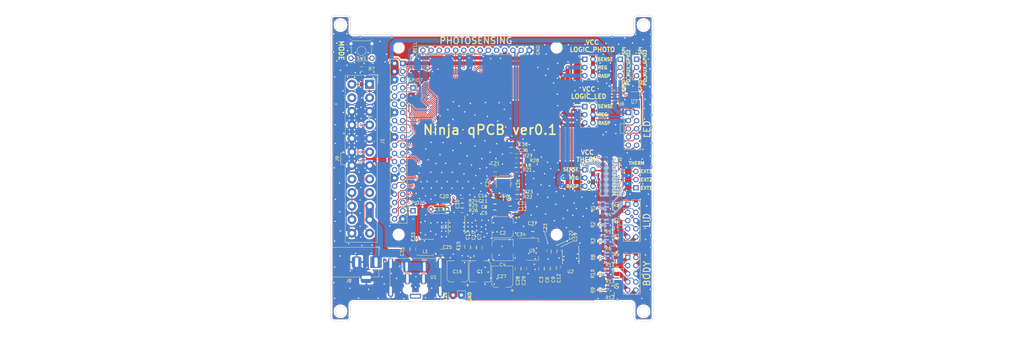
<source format=kicad_pcb>
(kicad_pcb (version 20171130) (host pcbnew "(5.1.6-0-10_14)")
  (layers (0 F.Cu signal) (31 B.Cu signal) (34 B.Paste user) (35 F.Paste user) (36 B.SilkS user) (37 F.SilkS user) (38 B.Mask user) (39 F.Mask user) (44 Edge.Cuts user))
  (net 0 "")
  (net 1 BODY_HEATER1B)
  (net 2 THERM_WELL)
  (net 3 FAN_BLACK_GND1)
  (net 4 GND)
  (net 5 FAN_BLACK_GND2)
  (net 6 THERM_EXT3)
  (net 7 BODY_HEATER2B)
  (net 8 "Net-(C17-Pad1)")
  (net 9 "Net-(C18-Pad1)")
  (net 10 "Net-(C19-Pad2)")
  (net 11 "Net-(C20-Pad1)")
  (net 12 "Net-(C21-Pad1)")
  (net 13 "Net-(C24-Pad1)")
  (net 14 /SheetPower/C-)
  (net 15 /SheetPower/BD_SW)
  (net 16 /SheetPower/BD_BOOT)
  (net 17 "Net-(C26-Pad1)")
  (net 18 /SheetPower/BD_FB)
  (net 19 THERM_LID2)
  (net 20 "Net-(J1-Pad26)")
  (net 21 PD_MUX_GPIO1)
  (net 22 SPI_MISO)
  (net 23 /FAN1)
  (net 24 PD_MUX_GPIO5)
  (net 25 GPIO7)
  (net 26 /FAN2)
  (net 27 SPI_SWITCH)
  (net 28 "Net-(J1-Pad17)")
  (net 29 THERM_AIR)
  (net 30 /LID_HEATER2)
  (net 31 /WELL_HEATER1)
  (net 32 THERM_LID1)
  (net 33 GPIO25)
  (net 34 SPI_MOSI)
  (net 35 PD_MUX_GPIO4)
  (net 36 /LID_HEATER1)
  (net 37 "Net-(J1-Pad28)")
  (net 38 "Net-(J1-Pad27)")
  (net 39 PD_MUX_GPIO3?)
  (net 40 /WELL_HEATER2)
  (net 41 ADC_DRDY)
  (net 42 SPI_SCLK)
  (net 43 /3V3_RASP)
  (net 44 I2C_SCL)
  (net 45 PD_MUX_GPIO2?)
  (net 46 LED_LAT)
  (net 47 I2C_SDA)
  (net 48 THERM_EXT2)
  (net 49 THERM_EXT1)
  (net 50 /VCC_THERM)
  (net 51 /VCC_LOGIC_LED)
  (net 52 /VCC_LOGIC_PHOTO)
  (net 53 "Net-(J9-Pad21)")
  (net 54 "Net-(J9-Pad20)")
  (net 55 "Net-(J9-Pad14)")
  (net 56 "Net-(J9-Pad1)")
  (net 57 "Net-(J9-Pad9)")
  (net 58 "Net-(J9-Pad8)")
  (net 59 PD_MUX_SPI_MOSI)
  (net 60 PD_MUX_GPIO2)
  (net 61 PD_MUX_GPIO3)
  (net 62 LED_SPI_MOSI)
  (net 63 LID_HEATER2B)
  (net 64 LID_HEATER1B)
  (net 65 PD_REF_PWM)
  (net 66 "Net-(Q1-Pad1)")
  (net 67 "Net-(Q2-Pad1)")
  (net 68 "Net-(Q3-Pad1)")
  (net 69 "Net-(Q4-Pad1)")
  (net 70 "Net-(Q5-Pad1)")
  (net 71 "Net-(Q6-Pad1)")
  (net 72 /SheetPower/ADJ+)
  (net 73 /SheetPower/ADJ-)
  (net 74 "Net-(U1-Pad5)")
  (net 75 "Net-(U2-Pad7)")
  (net 76 "Net-(U2-Pad3)")
  (net 77 "Net-(U5-Pad4)")
  (net 78 VCC_LOGIC)
  (net 79 /SheetSPI/SPI_SWITCH_INV)
  (net 80 "Net-(U6-Pad1)")
  (net 81 12V)
  (net 82 3V3_SENSE)
  (net 83 5V)
  (net 84 +10V)
  (net 85 3V3_REG)
  (net 86 -10V)
  (net 87 "Net-(R21-Pad1)")
  (net 88 "Net-(R24-Pad2)")
  (module Ninja-qPCR:Raspberry_Pi_3A+_Socketed_THT_FaceDown_MountingHoles_minimum (layer F.Cu) (at 77.323241 52.055321)
    (fp_text reference J1 (at -6.27 24.13 90) (layer F.SilkS))
    (fp_text value Raspberry_Pi_3A_Plus_wpi)
    (pad 6 thru_hole oval (at -2.54 5.08) (size 1.7 1.7) (drill 1) (layers *.Cu *.Mask) (net 4 GND))
    (pad 3 thru_hole oval (at 0 2.54) (size 1.7 1.7) (drill 1) (layers *.Cu *.Mask) (net 47 I2C_SDA))
    (pad 15 thru_hole oval (at 0 17.78) (size 1.7 1.7) (drill 1) (layers *.Cu *.Mask) (net 46 LED_LAT))
    (pad 16 thru_hole oval (at -2.54 17.78) (size 1.7 1.7) (drill 1) (layers *.Cu *.Mask) (net 45 PD_MUX_GPIO2?))
    (pad 4 thru_hole oval (at -2.54 2.54) (size 1.7 1.7) (drill 1) (layers *.Cu *.Mask) (net 83 5V))
    (pad 5 thru_hole oval (at 0 5.08) (size 1.7 1.7) (drill 1) (layers *.Cu *.Mask) (net 44 I2C_SCL))
    (pad 2 thru_hole oval (at -2.54 0) (size 1.7 1.7) (drill 1) (layers *.Cu *.Mask) (net 83 5V))
    (pad 1 thru_hole rect (at 0 0) (size 1.7 1.7) (drill 1) (layers *.Cu *.Mask) (net 43 /3V3_RASP))
    (pad 23 thru_hole oval (at 0 27.94) (size 1.7 1.7) (drill 1) (layers *.Cu *.Mask) (net 42 SPI_SCLK))
    (pad 24 thru_hole oval (at -2.54 27.94) (size 1.7 1.7) (drill 1) (layers *.Cu *.Mask) (net 41 ADC_DRDY))
    (pad 11 thru_hole oval (at 0 12.7) (size 1.7 1.7) (drill 1) (layers *.Cu *.Mask) (net 40 /WELL_HEATER2))
    (pad 12 thru_hole oval (at -2.54 12.7) (size 1.7 1.7) (drill 1) (layers *.Cu *.Mask) (net 39 PD_MUX_GPIO3?))
    (pad 27 thru_hole oval (at 0 33.02) (size 1.7 1.7) (drill 1) (layers *.Cu *.Mask) (net 38 "Net-(J1-Pad27)"))
    (pad 28 thru_hole oval (at -2.54 33.02) (size 1.7 1.7) (drill 1) (layers *.Cu *.Mask) (net 37 "Net-(J1-Pad28)"))
    (pad 13 thru_hole oval (at 0 15.24) (size 1.7 1.7) (drill 1) (layers *.Cu *.Mask) (net 36 /LID_HEATER1))
    (pad 14 thru_hole oval (at -2.54 15.24) (size 1.7 1.7) (drill 1) (layers *.Cu *.Mask) (net 4 GND))
    (pad 9 thru_hole oval (at 0 10.16) (size 1.7 1.7) (drill 1) (layers *.Cu *.Mask) (net 4 GND))
    (pad 10 thru_hole oval (at -2.54 10.16) (size 1.7 1.7) (drill 1) (layers *.Cu *.Mask) (net 35 PD_MUX_GPIO4))
    (pad 19 thru_hole oval (at 0 22.86) (size 1.7 1.7) (drill 1) (layers *.Cu *.Mask) (net 34 SPI_MOSI))
    (pad 20 thru_hole oval (at -2.54 22.86) (size 1.7 1.7) (drill 1) (layers *.Cu *.Mask) (net 4 GND))
    (pad 37 thru_hole oval (at 0 45.72) (size 1.7 1.7) (drill 1) (layers *.Cu *.Mask) (net 33 GPIO25))
    (pad 38 thru_hole oval (at -2.54 45.72) (size 1.7 1.7) (drill 1) (layers *.Cu *.Mask) (net 32 THERM_LID1))
    (pad 33 thru_hole oval (at 0 40.64) (size 1.7 1.7) (drill 1) (layers *.Cu *.Mask) (net 31 /WELL_HEATER1))
    (pad 34 thru_hole oval (at -2.54 40.64) (size 1.7 1.7) (drill 1) (layers *.Cu *.Mask) (net 4 GND))
    (pad 35 thru_hole oval (at 0 43.18) (size 1.7 1.7) (drill 1) (layers *.Cu *.Mask) (net 30 /LID_HEATER2))
    (pad 36 thru_hole oval (at -2.54 43.18) (size 1.7 1.7) (drill 1) (layers *.Cu *.Mask) (net 29 THERM_AIR))
    (pad 17 thru_hole oval (at 0 20.32) (size 1.7 1.7) (drill 1) (layers *.Cu *.Mask) (net 28 "Net-(J1-Pad17)"))
    (pad 18 thru_hole oval (at -2.54 20.32) (size 1.7 1.7) (drill 1) (layers *.Cu *.Mask) (net 27 SPI_SWITCH))
    (pad 31 thru_hole oval (at 0 38.1) (size 1.7 1.7) (drill 1) (layers *.Cu *.Mask) (net 26 /FAN2))
    (pad 32 thru_hole oval (at -2.54 38.1) (size 1.7 1.7) (drill 1) (layers *.Cu *.Mask) (net 65 PD_REF_PWM))
    (pad 7 thru_hole oval (at 0 7.62) (size 1.7 1.7) (drill 1) (layers *.Cu *.Mask) (net 25 GPIO7))
    (pad 8 thru_hole oval (at -2.54 7.62) (size 1.7 1.7) (drill 1) (layers *.Cu *.Mask) (net 24 PD_MUX_GPIO5))
    (pad 29 thru_hole oval (at 0 35.56) (size 1.7 1.7) (drill 1) (layers *.Cu *.Mask) (net 23 /FAN1))
    (pad 30 thru_hole oval (at -2.54 35.56) (size 1.7 1.7) (drill 1) (layers *.Cu *.Mask) (net 4 GND))
    (pad 21 thru_hole oval (at 0 25.4) (size 1.7 1.7) (drill 1) (layers *.Cu *.Mask) (net 22 SPI_MISO))
    (pad 22 thru_hole oval (at -2.54 25.4) (size 1.7 1.7) (drill 1) (layers *.Cu *.Mask) (net 21 PD_MUX_GPIO1))
    (pad 25 thru_hole oval (at 0 30.48) (size 1.7 1.7) (drill 1) (layers *.Cu *.Mask) (net 4 GND))
    (pad 26 thru_hole oval (at -2.54 30.48) (size 1.7 1.7) (drill 1) (layers *.Cu *.Mask) (net 20 "Net-(J1-Pad26)"))
    (pad 39 thru_hole oval (at 0 48.26) (size 1.7 1.7) (drill 1) (layers *.Cu *.Mask) (net 4 GND))
    (pad 40 thru_hole oval (at -2.54 48.26) (size 1.7 1.7) (drill 1) (layers *.Cu *.Mask) (net 19 THERM_LID2))
    (pad "" np_thru_hole circle (at -1.27 -4.87 90) (size 2.75 2.75) (drill 2.75) (layers *.Cu))
    (pad "" np_thru_hole circle (at 47.73 53.13 90) (size 2.75 2.75) (drill 2.75) (layers *.Cu))
    (pad "" np_thru_hole circle (at 47.73 -4.87 90) (size 2.75 2.75) (drill 2.75) (layers *.Cu))
    (pad "" np_thru_hole circle (at -1.27 53.13 90) (size 2.75 2.75) (drill 2.75) (layers *.Cu))
  )
  (module Resistors_SMD:R_0603_HandSoldering (layer F.Cu) (at 140.462 88.9 180)
    (fp_text reference R16 (at -3.43916 -0.10668) (layer F.SilkS))
    (fp_text value R)
    (pad 1 smd rect (at -1.1 0 180) (size 1.2 0.9) (layers F.Cu F.Paste F.Mask) (net 32 THERM_LID1))
    (pad 2 smd rect (at 1.1 0 180) (size 1.2 0.9) (layers F.Cu F.Paste F.Mask) (net 50 /VCC_THERM))
  )
  (module Ninja-qPCR:Con_2x05 (layer F.Cu) (at 147.1168 112.2426)
    (fp_text reference BODY (at 5.91566 5.03936 90) (layer F.SilkS) (effects (font (size 2 2) (thickness 0.3))))
    (fp_text value Conn_02x05)
    (pad 1 thru_hole rect (at 0 0) (size 1.7 1.7) (drill 1) (layers *.Cu *.Mask) (net 81 12V))
    (pad 2 thru_hole oval (at 2.54 0) (size 1.7 1.7) (drill 1) (layers *.Cu *.Mask) (net 1 BODY_HEATER1B))
    (pad 3 thru_hole oval (at 0 2.54) (size 1.7 1.7) (drill 1) (layers *.Cu *.Mask) (net 2 THERM_WELL))
    (pad 4 thru_hole oval (at 2.54 2.54) (size 1.7 1.7) (drill 1) (layers *.Cu *.Mask) (net 3 FAN_BLACK_GND1))
    (pad 5 thru_hole oval (at 0 5.08) (size 1.7 1.7) (drill 1) (layers *.Cu *.Mask) (net 81 12V))
    (pad 6 thru_hole oval (at 2.54 5.08) (size 1.7 1.7) (drill 1) (layers *.Cu *.Mask) (net 4 GND))
    (pad 7 thru_hole oval (at 0 7.62) (size 1.7 1.7) (drill 1) (layers *.Cu *.Mask) (net 5 FAN_BLACK_GND2))
    (pad 8 thru_hole oval (at 2.54 7.62) (size 1.7 1.7) (drill 1) (layers *.Cu *.Mask) (net 6 THERM_EXT3))
    (pad 9 thru_hole oval (at 0 10.16) (size 1.7 1.7) (drill 1) (layers *.Cu *.Mask) (net 81 12V))
    (pad 10 thru_hole oval (at 2.54 10.16) (size 1.7 1.7) (drill 1) (layers *.Cu *.Mask) (net 7 BODY_HEATER2B))
  )
  (module Capacitors_SMD:CP_Elec_6.3x5.8 (layer F.Cu) (at 101.2698 116.586 270)
    (fp_text reference C1 (at 0.07112 -0.04064 180) (layer F.SilkS))
    (fp_text value 100uF)
    (fp_text user + (at -4.28 3.01 90) (layer F.SilkS))
    (pad 1 smd rect (at -2.7 0 90) (size 3.5 1.6) (layers F.Cu F.Paste F.Mask) (net 81 12V))
    (pad 2 smd rect (at 2.7 0 90) (size 3.5 1.6) (layers F.Cu F.Paste F.Mask) (net 4 GND))
  )
  (module Capacitors_SMD:CP_Elec_6.3x5.8 (layer F.Cu) (at 108.3056 102.8954 180)
    (fp_text reference C2 (at -0.03048 -1.79324) (layer F.SilkS))
    (fp_text value 100uF)
    (fp_text user + (at -4.28 3.01) (layer F.SilkS))
    (fp_text user + (at -4.28 3.01) (layer F.SilkS))
    (pad 1 smd rect (at -2.7 0) (size 3.5 1.6) (layers F.Cu F.Paste F.Mask) (net 81 12V))
    (pad 2 smd rect (at 2.7 0) (size 3.5 1.6) (layers F.Cu F.Paste F.Mask) (net 4 GND))
  )
  (module Capacitors_SMD:C_0805_HandSoldering (layer F.Cu) (at 120.3198 115.7224 90)
    (fp_text reference C3 (at -3.43408 0.01016 90) (layer F.SilkS))
    (fp_text value 22uF)
    (pad 1 smd rect (at -1.25 0 90) (size 1.5 1.25) (layers F.Cu F.Paste F.Mask) (net 81 12V))
    (pad 2 smd rect (at 1.25 0 90) (size 1.5 1.25) (layers F.Cu F.Paste F.Mask) (net 4 GND))
  )
  (module Capacitors_SMD:CP_Elec_6.3x5.8 (layer F.Cu) (at 108.3056 109.982)
    (fp_text reference C4 (at 0 4.56) (layer F.SilkS))
    (fp_text value 100uF)
    (fp_text user + (at -4.28 3.01) (layer F.SilkS))
    (fp_text user + (at -4.28 3.01) (layer F.SilkS))
    (pad 1 smd rect (at -2.7 0 180) (size 3.5 1.6) (layers F.Cu F.Paste F.Mask) (net 81 12V))
    (pad 2 smd rect (at 2.7 0 180) (size 3.5 1.6) (layers F.Cu F.Paste F.Mask) (net 4 GND))
  )
  (module Capacitors_SMD:C_0805_HandSoldering (layer F.Cu) (at 105.8726 98.5012 180)
    (fp_text reference C5 (at 3.23628 0.01016) (layer F.SilkS))
    (fp_text value 22uF)
    (pad 1 smd rect (at -1.25 0 180) (size 1.5 1.25) (layers F.Cu F.Paste F.Mask) (net 81 12V))
    (pad 2 smd rect (at 1.25 0 180) (size 1.5 1.25) (layers F.Cu F.Paste F.Mask) (net 4 GND))
  )
  (module Capacitors_SMD:C_0805_HandSoldering (layer F.Cu) (at 122.174 115.7224 90)
    (fp_text reference C6 (at -3.48488 -0.00762 90) (layer F.SilkS))
    (fp_text value 22uF)
    (pad 1 smd rect (at -1.25 0 90) (size 1.5 1.25) (layers F.Cu F.Paste F.Mask) (net 81 12V))
    (pad 2 smd rect (at 1.25 0 90) (size 1.5 1.25) (layers F.Cu F.Paste F.Mask) (net 4 GND))
  )
  (module Capacitors_SMD:C_0805_HandSoldering (layer F.Cu) (at 101.1428 109.1384 270)
    (fp_text reference C7 (at -3.2458 0.01778 90) (layer F.SilkS))
    (fp_text value 10uF)
    (pad 1 smd rect (at -1.25 0 270) (size 1.5 1.25) (layers F.Cu F.Paste F.Mask) (net 81 12V))
    (pad 2 smd rect (at 1.25 0 270) (size 1.5 1.25) (layers F.Cu F.Paste F.Mask) (net 4 GND))
  )
  (module Capacitors_SMD:C_0805_HandSoldering (layer F.Cu) (at 105.8726 96.6216 180)
    (fp_text reference C8 (at 3.282 0.03048) (layer F.SilkS))
    (fp_text value 10uF)
    (pad 1 smd rect (at -1.25 0 180) (size 1.5 1.25) (layers F.Cu F.Paste F.Mask) (net 81 12V))
    (pad 2 smd rect (at 1.25 0 180) (size 1.5 1.25) (layers F.Cu F.Paste F.Mask) (net 4 GND))
  )
  (module Capacitors_SMD:C_0805_HandSoldering (layer F.Cu) (at 124.0282 115.7224 90)
    (fp_text reference C9 (at -3.40106 0.00762 90) (layer F.SilkS))
    (fp_text value 0.1uF)
    (pad 1 smd rect (at -1.25 0 90) (size 1.5 1.25) (layers F.Cu F.Paste F.Mask) (net 81 12V))
    (pad 2 smd rect (at 1.25 0 90) (size 1.5 1.25) (layers F.Cu F.Paste F.Mask) (net 4 GND))
  )
  (module Capacitors_SMD:C_0805_HandSoldering (layer F.Cu) (at 99.2886 109.1438 270)
    (fp_text reference C10 (at -3.69062 -0.02286 90) (layer F.SilkS))
    (fp_text value 10uF)
    (pad 1 smd rect (at -1.25 0 270) (size 1.5 1.25) (layers F.Cu F.Paste F.Mask) (net 81 12V))
    (pad 2 smd rect (at 1.25 0 270) (size 1.5 1.25) (layers F.Cu F.Paste F.Mask) (net 4 GND))
  )
  (module Capacitors_SMD:C_0805_HandSoldering (layer F.Cu) (at 105.8726 94.742 180)
    (fp_text reference C11 (at 3.6376 -0.0381) (layer F.SilkS))
    (fp_text value 0.1uF)
    (pad 1 smd rect (at -1.25 0 180) (size 1.5 1.25) (layers F.Cu F.Paste F.Mask) (net 81 12V))
    (pad 2 smd rect (at 1.25 0 180) (size 1.5 1.25) (layers F.Cu F.Paste F.Mask) (net 4 GND))
  )
  (module Capacitors_SMD:C_0603_HandSoldering (layer F.Cu) (at 125.6538 115.2652 90)
    (fp_text reference C12 (at -3.46964 0.06604 90) (layer F.SilkS))
    (fp_text value 0.01uF)
    (pad 1 smd rect (at -0.95 0 90) (size 1.2 0.75) (layers F.Cu F.Paste F.Mask) (net 81 12V))
    (pad 2 smd rect (at 0.95 0 90) (size 1.2 0.75) (layers F.Cu F.Paste F.Mask) (net 4 GND))
  )
  (module Capacitors_SMD:C_0805_HandSoldering (layer F.Cu) (at 97.4598 109.1438 270)
    (fp_text reference C13 (at -3.74904 -0.02032 90) (layer F.SilkS))
    (fp_text value 0.1uF)
    (pad 1 smd rect (at -1.25 0 270) (size 1.5 1.25) (layers F.Cu F.Paste F.Mask) (net 81 12V))
    (pad 2 smd rect (at 1.25 0 270) (size 1.5 1.25) (layers F.Cu F.Paste F.Mask) (net 4 GND))
  )
  (module Capacitors_SMD:C_0603_HandSoldering (layer F.Cu) (at 105.4354 93.091 180)
    (fp_text reference C14 (at 3.27914 -0.02286) (layer F.SilkS))
    (fp_text value 0.01uF)
    (pad 1 smd rect (at -0.95 0 180) (size 1.2 0.75) (layers F.Cu F.Paste F.Mask) (net 81 12V))
    (pad 2 smd rect (at 0.95 0 180) (size 1.2 0.75) (layers F.Cu F.Paste F.Mask) (net 4 GND))
  )
  (module Capacitors_SMD:C_0603_HandSoldering (layer F.Cu) (at 95.8596 108.6866 270)
    (fp_text reference C15 (at 0.0127 1.29032 90) (layer F.SilkS))
    (fp_text value 0.01uF)
    (pad 1 smd rect (at -0.95 0 270) (size 1.2 0.75) (layers F.Cu F.Paste F.Mask) (net 81 12V))
    (pad 2 smd rect (at 0.95 0 270) (size 1.2 0.75) (layers F.Cu F.Paste F.Mask) (net 4 GND))
  )
  (module Capacitors_SMD:CP_Elec_6.3x5.8 (layer F.Cu) (at 94.361 116.586 90)
    (fp_text reference C16 (at -0.07112 -0.07874 180) (layer F.SilkS))
    (fp_text value 100uF)
    (fp_text user + (at -4.28 3.01 90) (layer F.SilkS))
    (fp_text user + (at -4.28 3.01 90) (layer F.SilkS))
    (pad 1 smd rect (at -2.7 0 270) (size 3.5 1.6) (layers F.Cu F.Paste F.Mask) (net 81 12V))
    (pad 2 smd rect (at 2.7 0 270) (size 3.5 1.6) (layers F.Cu F.Paste F.Mask) (net 4 GND))
  )
  (module Capacitors_ThroughHole:C_Disc_D5.0mm_W2.5mm_P5.00mm (layer F.Cu) (at 86.0552 97.3328)
    (fp_text reference C17 (at 2.5 -0.00254) (layer F.SilkS))
    (fp_text value 3300pF)
    (pad 1 thru_hole circle (at 0 0) (size 1.6 1.6) (drill 0.8) (layers *.Cu *.Mask) (net 8 "Net-(C17-Pad1)"))
    (pad 2 thru_hole circle (at 5 0) (size 1.6 1.6) (drill 0.8) (layers *.Cu *.Mask) (net 4 GND))
  )
  (module Capacitors_SMD:C_0603_HandSoldering (layer F.Cu) (at 112.4204 83.6676)
    (fp_text reference C18 (at 3.33502 0.04826) (layer F.SilkS))
    (fp_text value 0.01uF)
    (pad 1 smd rect (at -0.95 0) (size 1.2 0.75) (layers F.Cu F.Paste F.Mask) (net 9 "Net-(C18-Pad1)"))
    (pad 2 smd rect (at 0.95 0) (size 1.2 0.75) (layers F.Cu F.Paste F.Mask) (net 4 GND))
  )
  (module Capacitors_SMD:C_0603_HandSoldering (layer F.Cu) (at 125.9078 110.1598 270)
    (fp_text reference C19 (at -4.18338 -4.98094 90) (layer F.SilkS))
    (fp_text value 0.01uF)
    (pad 1 smd rect (at -0.95 0 270) (size 1.2 0.75) (layers F.Cu F.Paste F.Mask) (net 82 3V3_SENSE))
    (pad 2 smd rect (at 0.95 0 270) (size 1.2 0.75) (layers F.Cu F.Paste F.Mask) (net 10 "Net-(C19-Pad2)"))
  )
  (module Capacitors_SMD:C_0805_HandSoldering (layer F.Cu) (at 90.11952 94.81566 180)
    (fp_text reference C20 (at -0.04286 1.55194) (layer F.SilkS))
    (fp_text value 1uF)
    (pad 1 smd rect (at -1.25 0 180) (size 1.5 1.25) (layers F.Cu F.Paste F.Mask) (net 11 "Net-(C20-Pad1)"))
    (pad 2 smd rect (at 1.25 0 180) (size 1.5 1.25) (layers F.Cu F.Paste F.Mask) (net 4 GND))
  )
  (module Capacitors_SMD:C_0805_HandSoldering (layer F.Cu) (at 105.9942 84.8106 180)
    (fp_text reference C21 (at 0.00254 1.71704) (layer F.SilkS))
    (fp_text value 10uF)
    (pad 1 smd rect (at -1.25 0 180) (size 1.5 1.25) (layers F.Cu F.Paste F.Mask) (net 12 "Net-(C21-Pad1)"))
    (pad 2 smd rect (at 1.25 0 180) (size 1.5 1.25) (layers F.Cu F.Paste F.Mask) (net 4 GND))
  )
  (module Capacitors_SMD:C_0805_HandSoldering (layer F.Cu) (at 124.2822 110.617 270)
    (fp_text reference C22 (at -5.3467 -5.26034 90) (layer F.SilkS))
    (fp_text value 22uF)
    (pad 1 smd rect (at -1.25 0 270) (size 1.5 1.25) (layers F.Cu F.Paste F.Mask) (net 82 3V3_SENSE))
    (pad 2 smd rect (at 1.25 0 270) (size 1.5 1.25) (layers F.Cu F.Paste F.Mask) (net 4 GND))
  )
  (module Capacitors_SMD:C_0603_HandSoldering (layer F.Cu) (at 122.682 110.1598 270)
    (fp_text reference C23 (at -7.03072 1.12522 90) (layer F.SilkS))
    (fp_text value 820pF)
    (pad 1 smd rect (at -0.95 0 270) (size 1.2 0.75) (layers F.Cu F.Paste F.Mask) (net 82 3V3_SENSE))
    (pad 2 smd rect (at 0.95 0 270) (size 1.2 0.75) (layers F.Cu F.Paste F.Mask) (net 4 GND))
  )
  (module Capacitors_SMD:C_0805_HandSoldering (layer F.Cu) (at 105.1052 89.0778 90)
    (fp_text reference C24 (at 0.05334 -1.5621 90) (layer F.SilkS))
    (fp_text value 1uF)
    (pad 1 smd rect (at -1.25 0 90) (size 1.5 1.25) (layers F.Cu F.Paste F.Mask) (net 13 "Net-(C24-Pad1)"))
    (pad 2 smd rect (at 1.25 0 90) (size 1.5 1.25) (layers F.Cu F.Paste F.Mask) (net 14 /SheetPower/C-))
  )
  (module Capacitors_SMD:C_0805_HandSoldering (layer F.Cu) (at 89.4334 110.5916 180)
    (fp_text reference C25 (at -1.72466 1.50622) (layer F.SilkS))
    (fp_text value 0.1uF)
    (pad 1 smd rect (at -1.25 0 180) (size 1.5 1.25) (layers F.Cu F.Paste F.Mask) (net 16 /SheetPower/BD_BOOT))
    (pad 2 smd rect (at 1.25 0 180) (size 1.5 1.25) (layers F.Cu F.Paste F.Mask) (net 15 /SheetPower/BD_SW))
  )
  (module Capacitors_SMD:C_0603_HandSoldering (layer F.Cu) (at 111.7092 89.3572 90)
    (fp_text reference C26 (at -0.02032 1.4732 90) (layer F.SilkS))
    (fp_text value 0.01uF)
    (pad 1 smd rect (at -0.95 0 90) (size 1.2 0.75) (layers F.Cu F.Paste F.Mask) (net 17 "Net-(C26-Pad1)"))
    (pad 2 smd rect (at 0.95 0 90) (size 1.2 0.75) (layers F.Cu F.Paste F.Mask) (net 4 GND))
  )
  (module Capacitors_SMD:CP_Elec_6.3x5.8 (layer F.Cu) (at 108.204 118.2116 90)
    (fp_text reference C27 (at 0.05334 -0.14478 180) (layer F.SilkS))
    (fp_text value 100uF)
    (fp_text user + (at -4.28 3.01 90) (layer F.SilkS))
    (fp_text user + (at -4.28 3.01 90) (layer F.SilkS))
    (pad 1 smd rect (at -2.7 0 270) (size 3.5 1.6) (layers F.Cu F.Paste F.Mask) (net 81 12V))
    (pad 2 smd rect (at 2.7 0 270) (size 3.5 1.6) (layers F.Cu F.Paste F.Mask) (net 4 GND))
  )
  (module Capacitors_SMD:C_0805_HandSoldering (layer F.Cu) (at 113.0554 115.7224 270)
    (fp_text reference C28 (at 3.77952 0.01524 90) (layer F.SilkS))
    (fp_text value 22uF)
    (pad 1 smd rect (at -1.25 0 270) (size 1.5 1.25) (layers F.Cu F.Paste F.Mask) (net 81 12V))
    (pad 2 smd rect (at 1.25 0 270) (size 1.5 1.25) (layers F.Cu F.Paste F.Mask) (net 4 GND))
  )
  (module Capacitors_SMD:C_0805_HandSoldering (layer F.Cu) (at 114.8842 115.7224 270)
    (fp_text reference C29 (at 3.7465 0.01016 90) (layer F.SilkS))
    (fp_text value 0.1uF)
    (pad 1 smd rect (at -1.25 0 270) (size 1.5 1.25) (layers F.Cu F.Paste F.Mask) (net 81 12V))
    (pad 2 smd rect (at 1.25 0 270) (size 1.5 1.25) (layers F.Cu F.Paste F.Mask) (net 4 GND))
  )
  (module Capacitors_SMD:C_0603_HandSoldering (layer F.Cu) (at 93.0783 95.7351 270)
    (fp_text reference C30 (at 0 -1.25 90) (layer F.SilkS))
    (fp_text value "(5-100pF)")
    (pad 1 smd rect (at -0.95 0 270) (size 1.2 0.75) (layers F.Cu F.Paste F.Mask) (net 83 5V))
    (pad 2 smd rect (at 0.95 0 270) (size 1.2 0.75) (layers F.Cu F.Paste F.Mask) (net 18 /SheetPower/BD_FB))
  )
  (module Capacitors_SMD:C_0805_HandSoldering (layer F.Cu) (at 110.6678 95.4278)
    (fp_text reference C31 (at 3.71094 0.02286) (layer F.SilkS))
    (fp_text value 10uF)
    (pad 1 smd rect (at -1.25 0) (size 1.5 1.25) (layers F.Cu F.Paste F.Mask) (net 84 +10V))
    (pad 2 smd rect (at 1.25 0) (size 1.5 1.25) (layers F.Cu F.Paste F.Mask) (net 4 GND))
  )
  (module Capacitors_SMD:C_0805_HandSoldering (layer F.Cu) (at 110.6678 97.2566)
    (fp_text reference C32 (at 3.72872 0.01016) (layer F.SilkS))
    (fp_text value 0.1uF)
    (pad 1 smd rect (at -1.25 0) (size 1.5 1.25) (layers F.Cu F.Paste F.Mask) (net 84 +10V))
    (pad 2 smd rect (at 1.25 0) (size 1.5 1.25) (layers F.Cu F.Paste F.Mask) (net 4 GND))
  )
  (module Capacitors_SMD:C_0805_HandSoldering (layer F.Cu) (at 80.52054 109.6772 90)
    (fp_text reference C33 (at 3.78968 0.06096 90) (layer F.SilkS))
    (fp_text value 22uF)
    (pad 1 smd rect (at -1.25 0 90) (size 1.5 1.25) (layers F.Cu F.Paste F.Mask) (net 83 5V))
    (pad 2 smd rect (at 1.25 0 90) (size 1.5 1.25) (layers F.Cu F.Paste F.Mask) (net 4 GND))
  )
  (module Capacitors_SMD:C_0805_HandSoldering (layer F.Cu) (at 117.6528 105.1306 180)
    (fp_text reference C34 (at 3.63474 -0.00254) (layer F.SilkS))
    (fp_text value 22uF)
    (pad 1 smd rect (at -1.25 0 180) (size 1.5 1.25) (layers F.Cu F.Paste F.Mask) (net 85 3V3_REG))
    (pad 2 smd rect (at 1.25 0 180) (size 1.5 1.25) (layers F.Cu F.Paste F.Mask) (net 4 GND))
  )
  (module Capacitors_SMD:C_0805_HandSoldering (layer F.Cu) (at 78.69428 109.6772 90)
    (fp_text reference C35 (at -0.7874 -1.58242 270) (layer F.SilkS))
    (fp_text value 22uF)
    (pad 1 smd rect (at -1.25 0 90) (size 1.5 1.25) (layers F.Cu F.Paste F.Mask) (net 83 5V))
    (pad 2 smd rect (at 1.25 0 90) (size 1.5 1.25) (layers F.Cu F.Paste F.Mask) (net 4 GND))
  )
  (module Capacitors_SMD:C_0805_HandSoldering (layer F.Cu) (at 110.9272 79.0194)
    (fp_text reference C36 (at 3.83254 -0.00508) (layer F.SilkS))
    (fp_text value 10uF)
    (pad 1 smd rect (at -1.25 0) (size 1.5 1.25) (layers F.Cu F.Paste F.Mask) (net 86 -10V))
    (pad 2 smd rect (at 1.25 0) (size 1.5 1.25) (layers F.Cu F.Paste F.Mask) (net 4 GND))
  )
  (module Capacitors_SMD:C_0805_HandSoldering (layer F.Cu) (at 117.6274 103.2764 180)
    (fp_text reference C37 (at 0.0889 1.59258) (layer F.SilkS))
    (fp_text value 0.1uF)
    (pad 1 smd rect (at -1.25 0 180) (size 1.5 1.25) (layers F.Cu F.Paste F.Mask) (net 85 3V3_REG))
    (pad 2 smd rect (at 1.25 0 180) (size 1.5 1.25) (layers F.Cu F.Paste F.Mask) (net 4 GND))
  )
  (module Capacitors_SMD:C_0805_HandSoldering (layer F.Cu) (at 110.9218 77.1652)
    (fp_text reference C38 (at 3.7465 0.0381) (layer F.SilkS))
    (fp_text value 0.1uF)
    (pad 1 smd rect (at -1.25 0) (size 1.5 1.25) (layers F.Cu F.Paste F.Mask) (net 86 -10V))
    (pad 2 smd rect (at 1.25 0) (size 1.5 1.25) (layers F.Cu F.Paste F.Mask) (net 4 GND))
  )
  (module Pin_Headers:Pin_Header_Straight_1x03_Pitch2.54mm (layer F.Cu) (at 149.6568 90.6526 180)
    (fp_text reference J2 hide)
    (fp_text value Conn_01x03_Male)
    (pad 1 thru_hole rect (at 0 0 180) (size 1.7 1.7) (drill 1) (layers *.Cu *.Mask) (net 49 THERM_EXT1))
    (pad 2 thru_hole oval (at 0 2.54 180) (size 1.7 1.7) (drill 1) (layers *.Cu *.Mask) (net 48 THERM_EXT2))
    (pad 3 thru_hole oval (at 0 5.08 180) (size 1.7 1.7) (drill 1) (layers *.Cu *.Mask) (net 6 THERM_EXT3))
  )
  (module Pin_Headers:Pin_Header_Straight_1x01_Pitch2.54mm (layer F.Cu) (at 80.518 59.69)
    (fp_text reference GPIO7 (at 0.78232 -2.40792) (layer F.SilkS))
    (fp_text value Conn_01x01_Male)
    (pad 1 thru_hole rect (at 0 0) (size 1.7 1.7) (drill 1) (layers *.Cu *.Mask) (net 25 GPIO7))
  )
  (module Pin_Headers:Pin_Header_Straight_1x01_Pitch2.54mm (layer F.Cu) (at 80.518 97.79)
    (fp_text reference GPIO25 (at 1.14554 -2.46634) (layer F.SilkS))
    (fp_text value Conn_01x01_Male)
    (pad 1 thru_hole rect (at 0 0) (size 1.7 1.7) (drill 1) (layers *.Cu *.Mask) (net 33 GPIO25))
  )
  (module Pin_Headers:Pin_Header_Straight_2x03_Pitch2.54mm (layer F.Cu) (at 133.8072 85.0646)
    (fp_text reference J5 hide)
    (fp_text value Conn_02x03_Odd_Even)
    (pad 1 thru_hole rect (at 0 0) (size 1.7 1.7) (drill 1) (layers *.Cu *.Mask) (net 82 3V3_SENSE))
    (pad 2 thru_hole oval (at 2.54 0) (size 1.7 1.7) (drill 1) (layers *.Cu *.Mask) (net 50 /VCC_THERM))
    (pad 3 thru_hole oval (at 0 2.54) (size 1.7 1.7) (drill 1) (layers *.Cu *.Mask) (net 85 3V3_REG))
    (pad 4 thru_hole oval (at 2.54 2.54) (size 1.7 1.7) (drill 1) (layers *.Cu *.Mask) (net 50 /VCC_THERM))
    (pad 5 thru_hole oval (at 0 5.08) (size 1.7 1.7) (drill 1) (layers *.Cu *.Mask) (net 43 /3V3_RASP))
    (pad 6 thru_hole oval (at 2.54 5.08) (size 1.7 1.7) (drill 1) (layers *.Cu *.Mask) (net 50 /VCC_THERM))
  )
  (module Pin_Headers:Pin_Header_Straight_2x03_Pitch2.54mm (layer F.Cu) (at 133.8072 65.4558)
    (fp_text reference J6 hide)
    (fp_text value Conn_02x03_Odd_Even)
    (pad 1 thru_hole rect (at 0 0) (size 1.7 1.7) (drill 1) (layers *.Cu *.Mask) (net 82 3V3_SENSE))
    (pad 2 thru_hole oval (at 2.54 0) (size 1.7 1.7) (drill 1) (layers *.Cu *.Mask) (net 51 /VCC_LOGIC_LED))
    (pad 3 thru_hole oval (at 0 2.54) (size 1.7 1.7) (drill 1) (layers *.Cu *.Mask) (net 85 3V3_REG))
    (pad 4 thru_hole oval (at 2.54 2.54) (size 1.7 1.7) (drill 1) (layers *.Cu *.Mask) (net 51 /VCC_LOGIC_LED))
    (pad 5 thru_hole oval (at 0 5.08) (size 1.7 1.7) (drill 1) (layers *.Cu *.Mask) (net 43 /3V3_RASP))
    (pad 6 thru_hole oval (at 2.54 5.08) (size 1.7 1.7) (drill 1) (layers *.Cu *.Mask) (net 51 /VCC_LOGIC_LED))
  )
  (module Pin_Headers:Pin_Header_Straight_2x03_Pitch2.54mm (layer F.Cu) (at 133.8072 50.8)
    (fp_text reference J7 hide)
    (fp_text value Conn_02x03_Odd_Even)
    (pad 1 thru_hole rect (at 0 0) (size 1.7 1.7) (drill 1) (layers *.Cu *.Mask) (net 82 3V3_SENSE))
    (pad 2 thru_hole oval (at 2.54 0) (size 1.7 1.7) (drill 1) (layers *.Cu *.Mask) (net 52 /VCC_LOGIC_PHOTO))
    (pad 3 thru_hole oval (at 0 2.54) (size 1.7 1.7) (drill 1) (layers *.Cu *.Mask) (net 85 3V3_REG))
    (pad 4 thru_hole oval (at 2.54 2.54) (size 1.7 1.7) (drill 1) (layers *.Cu *.Mask) (net 52 /VCC_LOGIC_PHOTO))
    (pad 5 thru_hole oval (at 0 5.08) (size 1.7 1.7) (drill 1) (layers *.Cu *.Mask) (net 43 /3V3_RASP))
    (pad 6 thru_hole oval (at 2.54 5.08) (size 1.7 1.7) (drill 1) (layers *.Cu *.Mask) (net 52 /VCC_LOGIC_PHOTO))
  )
  (module Connector_BarrelJack:BarrelJack_Horizontal (layer F.Cu) (at 69.0372 113.7412)
    (fp_text reference J8 (at -8.45 5.75) (layer F.SilkS))
    (fp_text value Barrel_Jack_Switch)
    (pad 3 thru_hole roundrect (at -3 4.7) (size 3.5 3.5) (drill oval 3 1) (layers *.Cu *.Mask) (net 4 GND))
    (pad 2 thru_hole roundrect (at -6 0) (size 3 3.5) (drill oval 1 3) (layers *.Cu *.Mask) (net 4 GND))
    (pad 1 thru_hole rect (at 0 0) (size 3.5 3.5) (drill oval 1 3) (layers *.Cu *.Mask) (net 81 12V))
  )
  (module Connectors_Molex:Molex_MiniFit-JR-5556-24A_2x12x4.20mm_Straight (layer F.Cu) (at 67.056 58.547 270)
    (fp_text reference J9 (at 23.1 10 90) (layer F.SilkS))
    (fp_text value ATX-24)
    (pad 1 thru_hole rect (at 0 0 270) (size 2.8 2.8) (drill 1.4) (layers *.Cu *.Mask) (net 56 "Net-(J9-Pad1)"))
    (pad 2 thru_hole circle (at 4.2 0 270) (size 2.8 2.8) (drill 1.4) (layers *.Cu *.Mask) (net 56 "Net-(J9-Pad1)"))
    (pad 3 thru_hole circle (at 8.4 0 270) (size 2.8 2.8) (drill 1.4) (layers *.Cu *.Mask) (net 4 GND))
    (pad 4 thru_hole circle (at 12.6 0 270) (size 2.8 2.8) (drill 1.4) (layers *.Cu *.Mask) (net 53 "Net-(J9-Pad21)"))
    (pad 5 thru_hole circle (at 16.8 0 270) (size 2.8 2.8) (drill 1.4) (layers *.Cu *.Mask) (net 4 GND))
    (pad 6 thru_hole circle (at 21 0 270) (size 2.8 2.8) (drill 1.4) (layers *.Cu *.Mask) (net 53 "Net-(J9-Pad21)"))
    (pad 7 thru_hole circle (at 25.2 0 270) (size 2.8 2.8) (drill 1.4) (layers *.Cu *.Mask) (net 4 GND))
    (pad 8 thru_hole circle (at 29.4 0 270) (size 2.8 2.8) (drill 1.4) (layers *.Cu *.Mask) (net 58 "Net-(J9-Pad8)"))
    (pad 9 thru_hole circle (at 33.6 0 270) (size 2.8 2.8) (drill 1.4) (layers *.Cu *.Mask) (net 57 "Net-(J9-Pad9)"))
    (pad 10 thru_hole circle (at 37.8 0 270) (size 2.8 2.8) (drill 1.4) (layers *.Cu *.Mask) (net 81 12V))
    (pad 11 thru_hole circle (at 42 0 270) (size 2.8 2.8) (drill 1.4) (layers *.Cu *.Mask) (net 81 12V))
    (pad 12 thru_hole circle (at 46.2 0 270) (size 2.8 2.8) (drill 1.4) (layers *.Cu *.Mask) (net 56 "Net-(J9-Pad1)"))
    (pad 13 thru_hole circle (at 0 5.5 270) (size 2.8 2.8) (drill 1.4) (layers *.Cu *.Mask) (net 56 "Net-(J9-Pad1)"))
    (pad 14 thru_hole circle (at 4.2 5.5 270) (size 2.8 2.8) (drill 1.4) (layers *.Cu *.Mask) (net 55 "Net-(J9-Pad14)"))
    (pad 15 thru_hole circle (at 8.4 5.5 270) (size 2.8 2.8) (drill 1.4) (layers *.Cu *.Mask) (net 4 GND))
    (pad 16 thru_hole circle (at 12.6 5.5 270) (size 2.8 2.8) (drill 1.4) (layers *.Cu *.Mask) (net 4 GND))
    (pad 17 thru_hole circle (at 16.8 5.5 270) (size 2.8 2.8) (drill 1.4) (layers *.Cu *.Mask) (net 4 GND))
    (pad 18 thru_hole circle (at 21 5.5 270) (size 2.8 2.8) (drill 1.4) (layers *.Cu *.Mask) (net 4 GND))
    (pad 19 thru_hole circle (at 25.2 5.5 270) (size 2.8 2.8) (drill 1.4) (layers *.Cu *.Mask) (net 4 GND))
    (pad 20 thru_hole circle (at 29.4 5.5 270) (size 2.8 2.8) (drill 1.4) (layers *.Cu *.Mask) (net 54 "Net-(J9-Pad20)"))
    (pad 21 thru_hole circle (at 33.6 5.5 270) (size 2.8 2.8) (drill 1.4) (layers *.Cu *.Mask) (net 53 "Net-(J9-Pad21)"))
    (pad 22 thru_hole circle (at 37.8 5.5 270) (size 2.8 2.8) (drill 1.4) (layers *.Cu *.Mask) (net 53 "Net-(J9-Pad21)"))
    (pad 23 thru_hole circle (at 42 5.5 270) (size 2.8 2.8) (drill 1.4) (layers *.Cu *.Mask) (net 53 "Net-(J9-Pad21)"))
    (pad 24 thru_hole circle (at 46.2 5.5 270) (size 2.8 2.8) (drill 1.4) (layers *.Cu *.Mask) (net 4 GND))
  )
  (module Pin_Headers:Pin_Header_Straight_1x03_Pitch2.54mm (layer F.Cu) (at 144.78 50.8)
    (fp_text reference J10 hide)
    (fp_text value Conn_01x03_Male)
    (pad 1 thru_hole rect (at 0 0) (size 1.7 1.7) (drill 1) (layers *.Cu *.Mask) (net 59 PD_MUX_SPI_MOSI))
    (pad 2 thru_hole oval (at 0 2.54) (size 1.7 1.7) (drill 1) (layers *.Cu *.Mask) (net 60 PD_MUX_GPIO2))
    (pad 3 thru_hole oval (at 0 5.08) (size 1.7 1.7) (drill 1) (layers *.Cu *.Mask) (net 45 PD_MUX_GPIO2?))
  )
  (module Pin_Headers:Pin_Header_Straight_1x03_Pitch2.54mm (layer F.Cu) (at 149.86 50.8)
    (fp_text reference J11 hide)
    (fp_text value Conn_01x03_Male)
    (pad 1 thru_hole rect (at 0 0) (size 1.7 1.7) (drill 1) (layers *.Cu *.Mask) (net 42 SPI_SCLK))
    (pad 2 thru_hole oval (at 0 2.54) (size 1.7 1.7) (drill 1) (layers *.Cu *.Mask) (net 61 PD_MUX_GPIO3))
    (pad 3 thru_hole oval (at 0 5.08) (size 1.7 1.7) (drill 1) (layers *.Cu *.Mask) (net 39 PD_MUX_GPIO3?))
  )
  (module Pin_Headers:Pin_Header_Straight_1x02_Pitch2.54mm (layer F.Cu) (at 92.964 123.952 90)
    (fp_text reference J_12V1 hide)
    (fp_text value Conn_01x02_Male)
    (pad 1 thru_hole rect (at 0 0 90) (size 1.7 1.7) (drill 1) (layers *.Cu *.Mask) (net 81 12V))
    (pad 2 thru_hole oval (at 0 2.54 90) (size 1.7 1.7) (drill 1) (layers *.Cu *.Mask) (net 4 GND))
  )
  (module Ninja-qPCR:IND_VLS5045EX-4R7M (layer F.Cu) (at 84.3026 109.1438 180)
    (fp_text reference L1 (at -0.00762 -1.25476) (layer F.SilkS) (effects (font (size 1.000591 1.000591))))
    (fp_text value "3.3uH(ALPS GLMC / TDK SPM6530)")
    (pad 1 smd rect (at -1.8 0 180) (size 1.5 4) (layers F.Cu F.Paste F.Mask) (net 15 /SheetPower/BD_SW))
    (pad 2 smd rect (at 1.8 0 180) (size 1.5 4) (layers F.Cu F.Paste F.Mask) (net 83 5V))
  )
  (module Ninja-qPCR:Con_2x05 (layer F.Cu) (at 147.32 67.2846)
    (fp_text reference LED (at 5.77088 5.1943 90) (layer F.SilkS) (effects (font (size 2 2) (thickness 0.3))))
    (fp_text value Conn_02x05)
    (pad 1 thru_hole rect (at 0 0) (size 1.7 1.7) (drill 1) (layers *.Cu *.Mask) (net 83 5V))
    (pad 2 thru_hole oval (at 2.54 0) (size 1.7 1.7) (drill 1) (layers *.Cu *.Mask) (net 51 /VCC_LOGIC_LED))
    (pad 3 thru_hole oval (at 0 2.54) (size 1.7 1.7) (drill 1) (layers *.Cu *.Mask) (net 4 GND))
    (pad 4 thru_hole oval (at 2.54 2.54) (size 1.7 1.7) (drill 1) (layers *.Cu *.Mask) (net 65 PD_REF_PWM))
    (pad 5 thru_hole oval (at 0 5.08) (size 1.7 1.7) (drill 1) (layers *.Cu *.Mask) (net 46 LED_LAT))
    (pad 6 thru_hole oval (at 2.54 5.08) (size 1.7 1.7) (drill 1) (layers *.Cu *.Mask) (net 42 SPI_SCLK))
    (pad 7 thru_hole oval (at 0 7.62) (size 1.7 1.7) (drill 1) (layers *.Cu *.Mask) (net 62 LED_SPI_MOSI))
    (pad 8 thru_hole oval (at 2.54 7.62) (size 1.7 1.7) (drill 1) (layers *.Cu *.Mask) (net 22 SPI_MISO))
    (pad 9 thru_hole oval (at 0 10.16) (size 1.7 1.7) (drill 1) (layers *.Cu *.Mask) (net 44 I2C_SCL))
    (pad 10 thru_hole oval (at 2.54 10.16) (size 1.7 1.7) (drill 1) (layers *.Cu *.Mask) (net 47 I2C_SDA))
  )
  (module Ninja-qPCR:Con_2x05 (layer F.Cu) (at 147.1168 95.758)
    (fp_text reference LID (at 5.90296 5.03682 90) (layer F.SilkS) (effects (font (size 2 2) (thickness 0.3))))
    (fp_text value Conn_02x05)
    (pad 1 thru_hole rect (at 0 0) (size 1.7 1.7) (drill 1) (layers *.Cu *.Mask) (net 81 12V))
    (pad 2 thru_hole oval (at 2.54 0) (size 1.7 1.7) (drill 1) (layers *.Cu *.Mask) (net 64 LID_HEATER1B))
    (pad 3 thru_hole oval (at 0 2.54) (size 1.7 1.7) (drill 1) (layers *.Cu *.Mask) (net 29 THERM_AIR))
    (pad 4 thru_hole oval (at 2.54 2.54) (size 1.7 1.7) (drill 1) (layers *.Cu *.Mask) (net 49 THERM_EXT1))
    (pad 5 thru_hole oval (at 0 5.08) (size 1.7 1.7) (drill 1) (layers *.Cu *.Mask) (net 32 THERM_LID1))
    (pad 6 thru_hole oval (at 2.54 5.08) (size 1.7 1.7) (drill 1) (layers *.Cu *.Mask) (net 4 GND))
    (pad 7 thru_hole oval (at 0 7.62) (size 1.7 1.7) (drill 1) (layers *.Cu *.Mask) (net 19 THERM_LID2))
    (pad 8 thru_hole oval (at 2.54 7.62) (size 1.7 1.7) (drill 1) (layers *.Cu *.Mask) (net 48 THERM_EXT2))
    (pad 9 thru_hole oval (at 0 10.16) (size 1.7 1.7) (drill 1) (layers *.Cu *.Mask) (net 81 12V))
    (pad 10 thru_hole oval (at 2.54 10.16) (size 1.7 1.7) (drill 1) (layers *.Cu *.Mask) (net 63 LID_HEATER2B))
  )
  (module Pin_Headers:Pin_Header_Straight_1x14_Pitch2.54mm (layer F.Cu) (at 116.586 48.006 270)
    (fp_text reference PHOTOSENSING (at -2.96418 16.56588 180) (layer F.SilkS) (effects (font (size 2 2) (thickness 0.3))))
    (fp_text value Conn_01x14_Male)
    (pad 1 thru_hole rect (at 0 0 270) (size 1.7 1.7) (drill 1) (layers *.Cu *.Mask) (net 4 GND))
    (pad 2 thru_hole oval (at 0 2.54 270) (size 1.7 1.7) (drill 1) (layers *.Cu *.Mask) (net 84 +10V))
    (pad 3 thru_hole oval (at 0 5.08 270) (size 1.7 1.7) (drill 1) (layers *.Cu *.Mask) (net 86 -10V))
    (pad 4 thru_hole oval (at 0 7.62 270) (size 1.7 1.7) (drill 1) (layers *.Cu *.Mask) (net 52 /VCC_LOGIC_PHOTO))
    (pad 5 thru_hole oval (at 0 10.16 270) (size 1.7 1.7) (drill 1) (layers *.Cu *.Mask) (net 24 PD_MUX_GPIO5))
    (pad 6 thru_hole oval (at 0 12.7 270) (size 1.7 1.7) (drill 1) (layers *.Cu *.Mask) (net 35 PD_MUX_GPIO4))
    (pad 7 thru_hole oval (at 0 15.24 270) (size 1.7 1.7) (drill 1) (layers *.Cu *.Mask) (net 61 PD_MUX_GPIO3))
    (pad 8 thru_hole oval (at 0 17.78 270) (size 1.7 1.7) (drill 1) (layers *.Cu *.Mask) (net 60 PD_MUX_GPIO2))
    (pad 9 thru_hole oval (at 0 20.32 270) (size 1.7 1.7) (drill 1) (layers *.Cu *.Mask) (net 21 PD_MUX_GPIO1))
    (pad 10 thru_hole oval (at 0 22.86 270) (size 1.7 1.7) (drill 1) (layers *.Cu *.Mask) (net 65 PD_REF_PWM))
    (pad 11 thru_hole oval (at 0 25.4 270) (size 1.7 1.7) (drill 1) (layers *.Cu *.Mask) (net 41 ADC_DRDY))
    (pad 12 thru_hole oval (at 0 27.94 270) (size 1.7 1.7) (drill 1) (layers *.Cu *.Mask) (net 44 I2C_SCL))
    (pad 13 thru_hole oval (at 0 30.48 270) (size 1.7 1.7) (drill 1) (layers *.Cu *.Mask) (net 47 I2C_SDA))
    (pad 14 thru_hole oval (at 0 33.02 270) (size 1.7 1.7) (drill 1) (layers *.Cu *.Mask) (net 2 THERM_WELL))
  )
  (module Ninja-qPCR:SOT95P240X112-3N (layer F.Cu) (at 142.24 97.028)
    (fp_text reference Q1 (at 1.4732 -1.3589 90) (layer F.SilkS))
    (fp_text value Q_NMOS_GSD)
    (pad 1 smd rect (at -1.0922 -0.9398) (size 1.3208 0.5588) (layers F.Cu F.Paste F.Mask) (net 66 "Net-(Q1-Pad1)"))
    (pad 2 smd rect (at -1.0922 0.9398) (size 1.3208 0.5588) (layers F.Cu F.Paste F.Mask) (net 4 GND))
    (pad 3 smd rect (at 1.0922 0) (size 1.3208 0.5588) (layers F.Cu F.Paste F.Mask) (net 64 LID_HEATER1B))
  )
  (module Ninja-qPCR:SOT95P240X112-3N (layer F.Cu) (at 142.24 102.108)
    (fp_text reference Q2 (at 1.51892 -1.31318 90) (layer F.SilkS))
    (fp_text value Q_NMOS_GSD)
    (pad 1 smd rect (at -1.0922 -0.9398) (size 1.3208 0.5588) (layers F.Cu F.Paste F.Mask) (net 67 "Net-(Q2-Pad1)"))
    (pad 2 smd rect (at -1.0922 0.9398) (size 1.3208 0.5588) (layers F.Cu F.Paste F.Mask) (net 4 GND))
    (pad 3 smd rect (at 1.0922 0) (size 1.3208 0.5588) (layers F.Cu F.Paste F.Mask) (net 63 LID_HEATER2B))
  )
  (module Ninja-qPCR:SOT95P240X112-3N (layer F.Cu) (at 142.24 107.188)
    (fp_text reference Q3 (at 1.55194 -1.31572 90) (layer F.SilkS))
    (fp_text value Q_NMOS_GSD)
    (pad 1 smd rect (at -1.0922 -0.9398) (size 1.3208 0.5588) (layers F.Cu F.Paste F.Mask) (net 68 "Net-(Q3-Pad1)"))
    (pad 2 smd rect (at -1.0922 0.9398) (size 1.3208 0.5588) (layers F.Cu F.Paste F.Mask) (net 4 GND))
    (pad 3 smd rect (at 1.0922 0) (size 1.3208 0.5588) (layers F.Cu F.Paste F.Mask) (net 3 FAN_BLACK_GND1))
  )
  (module Ninja-qPCR:SOT95P240X112-3N (layer F.Cu) (at 142.24 112.268)
    (fp_text reference Q4 (at 1.56464 -1.27762 90) (layer F.SilkS))
    (fp_text value Q_NMOS_GSD)
    (pad 1 smd rect (at -1.0922 -0.9398) (size 1.3208 0.5588) (layers F.Cu F.Paste F.Mask) (net 69 "Net-(Q4-Pad1)"))
    (pad 2 smd rect (at -1.0922 0.9398) (size 1.3208 0.5588) (layers F.Cu F.Paste F.Mask) (net 4 GND))
    (pad 3 smd rect (at 1.0922 0) (size 1.3208 0.5588) (layers F.Cu F.Paste F.Mask) (net 1 BODY_HEATER1B))
  )
  (module Ninja-qPCR:SOT95P240X112-3N (layer F.Cu) (at 142.24 122.428)
    (fp_text reference Q5 (at 1.5367 -1.32588 90) (layer F.SilkS))
    (fp_text value Q_NMOS_GSD)
    (pad 1 smd rect (at -1.0922 -0.9398) (size 1.3208 0.5588) (layers F.Cu F.Paste F.Mask) (net 70 "Net-(Q5-Pad1)"))
    (pad 2 smd rect (at -1.0922 0.9398) (size 1.3208 0.5588) (layers F.Cu F.Paste F.Mask) (net 4 GND))
    (pad 3 smd rect (at 1.0922 0) (size 1.3208 0.5588) (layers F.Cu F.Paste F.Mask) (net 7 BODY_HEATER2B))
  )
  (module Ninja-qPCR:SOT95P240X112-3N (layer F.Cu) (at 142.24 117.348)
    (fp_text reference Q6 (at 1.46558 -1.45542 90) (layer F.SilkS))
    (fp_text value Q_NMOS_GSD)
    (pad 1 smd rect (at -1.0922 -0.9398) (size 1.3208 0.5588) (layers F.Cu F.Paste F.Mask) (net 71 "Net-(Q6-Pad1)"))
    (pad 2 smd rect (at -1.0922 0.9398) (size 1.3208 0.5588) (layers F.Cu F.Paste F.Mask) (net 4 GND))
    (pad 3 smd rect (at 1.0922 0) (size 1.3208 0.5588) (layers F.Cu F.Paste F.Mask) (net 5 FAN_BLACK_GND2))
  )
  (module Resistors_SMD:R_0603_HandSoldering (layer F.Cu) (at 137.668 97.028 270)
    (fp_text reference R1 (at -0.00508 1.3716 90) (layer F.SilkS))
    (fp_text value 1k)
    (pad 1 smd rect (at -1.1 0 270) (size 1.2 0.9) (layers F.Cu F.Paste F.Mask) (net 66 "Net-(Q1-Pad1)"))
    (pad 2 smd rect (at 1.1 0 270) (size 1.2 0.9) (layers F.Cu F.Paste F.Mask) (net 36 /LID_HEATER1))
  )
  (module Resistors_SMD:R_0603_HandSoldering (layer F.Cu) (at 137.668 102.108 270)
    (fp_text reference R2 (at 0 1.3843 90) (layer F.SilkS))
    (fp_text value 1k)
    (pad 1 smd rect (at -1.1 0 270) (size 1.2 0.9) (layers F.Cu F.Paste F.Mask) (net 67 "Net-(Q2-Pad1)"))
    (pad 2 smd rect (at 1.1 0 270) (size 1.2 0.9) (layers F.Cu F.Paste F.Mask) (net 30 /LID_HEATER2))
  )
  (module Resistors_SMD:R_0603_HandSoldering (layer F.Cu) (at 137.668 107.188 270)
    (fp_text reference R3 (at -0.00762 1.33858 90) (layer F.SilkS))
    (fp_text value 1k)
    (pad 1 smd rect (at -1.1 0 270) (size 1.2 0.9) (layers F.Cu F.Paste F.Mask) (net 68 "Net-(Q3-Pad1)"))
    (pad 2 smd rect (at 1.1 0 270) (size 1.2 0.9) (layers F.Cu F.Paste F.Mask) (net 23 /FAN1))
  )
  (module Resistors_SMD:R_0603_HandSoldering (layer F.Cu) (at 139.446 97.028 90)
    (fp_text reference R4 (at -2.08534 1.64846 180) (layer F.SilkS))
    (fp_text value 10k)
    (pad 1 smd rect (at -1.1 0 90) (size 1.2 0.9) (layers F.Cu F.Paste F.Mask) (net 4 GND))
    (pad 2 smd rect (at 1.1 0 90) (size 1.2 0.9) (layers F.Cu F.Paste F.Mask) (net 66 "Net-(Q1-Pad1)"))
  )
  (module Resistors_SMD:R_0603_HandSoldering (layer F.Cu) (at 139.446 102.108 90)
    (fp_text reference R5 (at -2.23012 1.6256 180) (layer F.SilkS))
    (fp_text value 10k)
    (pad 1 smd rect (at -1.1 0 90) (size 1.2 0.9) (layers F.Cu F.Paste F.Mask) (net 4 GND))
    (pad 2 smd rect (at 1.1 0 90) (size 1.2 0.9) (layers F.Cu F.Paste F.Mask) (net 67 "Net-(Q2-Pad1)"))
  )
  (module Resistors_SMD:R_0603_HandSoldering (layer F.Cu) (at 139.446 107.188 90)
    (fp_text reference R6 (at -2.32918 1.6256 180) (layer F.SilkS))
    (fp_text value 10k)
    (pad 1 smd rect (at -1.1 0 90) (size 1.2 0.9) (layers F.Cu F.Paste F.Mask) (net 4 GND))
    (pad 2 smd rect (at 1.1 0 90) (size 1.2 0.9) (layers F.Cu F.Paste F.Mask) (net 68 "Net-(Q3-Pad1)"))
  )
  (module Resistors_SMD:R_0603_HandSoldering (layer F.Cu) (at 64.516 53.82514)
    (fp_text reference R7 (at 3.1242 -0.05588) (layer F.SilkS))
    (fp_text value 10k)
    (pad 1 smd rect (at -1.1 0) (size 1.2 0.9) (layers F.Cu F.Paste F.Mask) (net 20 "Net-(J1-Pad26)"))
    (pad 2 smd rect (at 1.1 0) (size 1.2 0.9) (layers F.Cu F.Paste F.Mask) (net 43 /3V3_RASP))
  )
  (module Resistors_SMD:R_0603_HandSoldering (layer F.Cu) (at 137.668 112.268 270)
    (fp_text reference R8 (at -0.01778 1.3335 90) (layer F.SilkS))
    (fp_text value 1k)
    (pad 1 smd rect (at -1.1 0 270) (size 1.2 0.9) (layers F.Cu F.Paste F.Mask) (net 69 "Net-(Q4-Pad1)"))
    (pad 2 smd rect (at 1.1 0 270) (size 1.2 0.9) (layers F.Cu F.Paste F.Mask) (net 31 /WELL_HEATER1))
  )
  (module Resistors_SMD:R_0603_HandSoldering (layer F.Cu) (at 137.668 122.428 270)
    (fp_text reference R9 (at -0.01524 1.3843 90) (layer F.SilkS))
    (fp_text value 1k)
    (pad 1 smd rect (at -1.1 0 270) (size 1.2 0.9) (layers F.Cu F.Paste F.Mask) (net 70 "Net-(Q5-Pad1)"))
    (pad 2 smd rect (at 1.1 0 270) (size 1.2 0.9) (layers F.Cu F.Paste F.Mask) (net 40 /WELL_HEATER2))
  )
  (module Resistors_SMD:R_0603_HandSoldering (layer F.Cu) (at 137.668 117.348 270)
    (fp_text reference R10 (at -0.0127 1.43002 90) (layer F.SilkS))
    (fp_text value 1k)
    (pad 1 smd rect (at -1.1 0 270) (size 1.2 0.9) (layers F.Cu F.Paste F.Mask) (net 71 "Net-(Q6-Pad1)"))
    (pad 2 smd rect (at 1.1 0 270) (size 1.2 0.9) (layers F.Cu F.Paste F.Mask) (net 26 /FAN2))
  )
  (module Resistors_SMD:R_0603_HandSoldering (layer F.Cu) (at 139.446 112.268 90)
    (fp_text reference R11 (at -2.32156 2.22504 180) (layer F.SilkS))
    (fp_text value 10k)
    (pad 1 smd rect (at -1.1 0 90) (size 1.2 0.9) (layers F.Cu F.Paste F.Mask) (net 4 GND))
    (pad 2 smd rect (at 1.1 0 90) (size 1.2 0.9) (layers F.Cu F.Paste F.Mask) (net 69 "Net-(Q4-Pad1)"))
  )
  (module Resistors_SMD:R_0603_HandSoldering (layer F.Cu) (at 139.446 122.428 90)
    (fp_text reference R12 (at -2.30886 2.18186 180) (layer F.SilkS))
    (fp_text value 10k)
    (pad 1 smd rect (at -1.1 0 90) (size 1.2 0.9) (layers F.Cu F.Paste F.Mask) (net 4 GND))
    (pad 2 smd rect (at 1.1 0 90) (size 1.2 0.9) (layers F.Cu F.Paste F.Mask) (net 70 "Net-(Q5-Pad1)"))
  )
  (module Resistors_SMD:R_0603_HandSoldering (layer F.Cu) (at 139.446 117.348 90)
    (fp_text reference R13 (at -2.39268 2.18186 180) (layer F.SilkS))
    (fp_text value 10k)
    (pad 1 smd rect (at -1.1 0 90) (size 1.2 0.9) (layers F.Cu F.Paste F.Mask) (net 4 GND))
    (pad 2 smd rect (at 1.1 0 90) (size 1.2 0.9) (layers F.Cu F.Paste F.Mask) (net 71 "Net-(Q6-Pad1)"))
  )
  (module Resistors_SMD:R_0603_HandSoldering (layer F.Cu) (at 140.462 83.566 180)
    (fp_text reference R14 (at -3.44424 0.00762) (layer F.SilkS))
    (fp_text value R)
    (pad 1 smd rect (at -1.1 0 180) (size 1.2 0.9) (layers F.Cu F.Paste F.Mask) (net 2 THERM_WELL))
    (pad 2 smd rect (at 1.1 0 180) (size 1.2 0.9) (layers F.Cu F.Paste F.Mask) (net 50 /VCC_THERM))
  )
  (module Resistors_SMD:R_0603_HandSoldering (layer F.Cu) (at 140.462 90.678 180)
    (fp_text reference R15 (at -3.46202 0.02032) (layer F.SilkS))
    (fp_text value R)
    (pad 1 smd rect (at -1.1 0 180) (size 1.2 0.9) (layers F.Cu F.Paste F.Mask) (net 29 THERM_AIR))
    (pad 2 smd rect (at 1.1 0 180) (size 1.2 0.9) (layers F.Cu F.Paste F.Mask) (net 50 /VCC_THERM))
  )
  (module Resistors_SMD:R_0603_HandSoldering (layer F.Cu) (at 140.462 85.344 180)
    (fp_text reference R17 (at -3.46202 0.00254) (layer F.SilkS))
    (fp_text value R)
    (pad 1 smd rect (at -1.1 0 180) (size 1.2 0.9) (layers F.Cu F.Paste F.Mask) (net 19 THERM_LID2))
    (pad 2 smd rect (at 1.1 0 180) (size 1.2 0.9) (layers F.Cu F.Paste F.Mask) (net 50 /VCC_THERM))
  )
  (module Resistors_SMD:R_0603_HandSoldering (layer F.Cu) (at 140.462 92.456 180)
    (fp_text reference R18 (at -3.43916 -0.06604) (layer F.SilkS))
    (fp_text value R)
    (pad 1 smd rect (at -1.1 0 180) (size 1.2 0.9) (layers F.Cu F.Paste F.Mask) (net 49 THERM_EXT1))
    (pad 2 smd rect (at 1.1 0 180) (size 1.2 0.9) (layers F.Cu F.Paste F.Mask) (net 50 /VCC_THERM))
  )
  (module Resistors_SMD:R_0603_HandSoldering (layer F.Cu) (at 140.462 87.122 180)
    (fp_text reference R19 (at -3.46202 0) (layer F.SilkS))
    (fp_text value R)
    (pad 1 smd rect (at -1.1 0 180) (size 1.2 0.9) (layers F.Cu F.Paste F.Mask) (net 48 THERM_EXT2))
    (pad 2 smd rect (at 1.1 0 180) (size 1.2 0.9) (layers F.Cu F.Paste F.Mask) (net 50 /VCC_THERM))
  )
  (module Resistors_SMD:R_0603_HandSoldering (layer F.Cu) (at 140.462 81.788 180)
    (fp_text reference R20 (at -3.46202 -0.06604) (layer F.SilkS))
    (fp_text value R)
    (pad 1 smd rect (at -1.1 0 180) (size 1.2 0.9) (layers F.Cu F.Paste F.Mask) (net 6 THERM_EXT3))
    (pad 2 smd rect (at 1.1 0 180) (size 1.2 0.9) (layers F.Cu F.Paste F.Mask) (net 50 /VCC_THERM))
  )
  (module Resistors_SMD:R_0603_HandSoldering (layer F.Cu) (at 112.6744 93.4974)
    (fp_text reference R22 (at 3.43408 0.00254) (layer F.SilkS))
    (fp_text value 22X)
    (pad 1 smd rect (at -1.1 0) (size 1.2 0.9) (layers F.Cu F.Paste F.Mask) (net 84 +10V))
    (pad 2 smd rect (at 1.1 0) (size 1.2 0.9) (layers F.Cu F.Paste F.Mask) (net 72 /SheetPower/ADJ+))
  )
  (module Resistors_SMD:R_0603_HandSoldering (layer F.Cu) (at 112.8776 91.9734)
    (fp_text reference R23 (at 3.39344 -0.03556) (layer F.SilkS))
    (fp_text value 3X)
    (pad 1 smd rect (at -1.1 0) (size 1.2 0.9) (layers F.Cu F.Paste F.Mask) (net 72 /SheetPower/ADJ+))
    (pad 2 smd rect (at 1.1 0) (size 1.2 0.9) (layers F.Cu F.Paste F.Mask) (net 4 GND))
  )
  (module Resistors_SMD:R_0603_HandSoldering (layer F.Cu) (at 95.75546 94.6404)
    (fp_text reference R24 (at 3.42646 0.127) (layer F.SilkS))
    (fp_text value 120k)
    (pad 1 smd rect (at -1.1 0) (size 1.2 0.9) (layers F.Cu F.Paste F.Mask) (net 83 5V))
    (pad 2 smd rect (at 1.1 0) (size 1.2 0.9) (layers F.Cu F.Paste F.Mask) (net 88 "Net-(R24-Pad2)"))
  )
  (module Resistors_SMD:R_0603_HandSoldering (layer F.Cu) (at 95.75546 96.1644 180)
    (fp_text reference R25 (at -3.41884 -0.00508) (layer F.SilkS))
    (fp_text value 1.8k/0)
    (pad 1 smd rect (at -1.1 0 180) (size 1.2 0.9) (layers F.Cu F.Paste F.Mask) (net 88 "Net-(R24-Pad2)"))
    (pad 2 smd rect (at 1.1 0 180) (size 1.2 0.9) (layers F.Cu F.Paste F.Mask) (net 18 /SheetPower/BD_FB))
  )
  (module Resistors_SMD:R_0603_HandSoldering (layer F.Cu) (at 95.75546 97.6884)
    (fp_text reference R26 (at 3.4671 -0.01778) (layer F.SilkS))
    (fp_text value 22k)
    (pad 1 smd rect (at -1.1 0) (size 1.2 0.9) (layers F.Cu F.Paste F.Mask) (net 18 /SheetPower/BD_FB))
    (pad 2 smd rect (at 1.1 0) (size 1.2 0.9) (layers F.Cu F.Paste F.Mask) (net 4 GND))
  )
  (module Resistors_SMD:R_0603_HandSoldering (layer F.Cu) (at 112.5806 80.7212)
    (fp_text reference R27 (at 3.54312 -0.01016) (layer F.SilkS))
    (fp_text value 22X)
    (pad 1 smd rect (at -1.1 0) (size 1.2 0.9) (layers F.Cu F.Paste F.Mask) (net 86 -10V))
    (pad 2 smd rect (at 1.1 0) (size 1.2 0.9) (layers F.Cu F.Paste F.Mask) (net 73 /SheetPower/ADJ-))
  )
  (module Resistors_SMD:R_0603_HandSoldering (layer F.Cu) (at 114.6478 82.2198)
    (fp_text reference R28 (at 3.51808 -0.00508) (layer F.SilkS))
    (fp_text value 3X)
    (pad 1 smd rect (at -1.1 0) (size 1.2 0.9) (layers F.Cu F.Paste F.Mask) (net 73 /SheetPower/ADJ-))
    (pad 2 smd rect (at 1.1 0) (size 1.2 0.9) (layers F.Cu F.Paste F.Mask) (net 4 GND))
  )
  (module Ninja-qPCR:DN4_PWR (layer F.Cu) (at 81.28 125.984)
    (fp_text reference U1 (at 5.588 -7.62) (layer F.SilkS))
    (fp_text value DIN4_PWR)
    (pad "" np_thru_hole circle (at 2.5 -3.7) (size 2 2) (drill 2) (layers *.Cu *.Mask))
    (pad "" np_thru_hole circle (at -2.5 -3.7) (size 2 2) (drill 2) (layers *.Cu *.Mask))
    (pad 9 thru_hole roundrect (at 7.7 -3.3 180) (size 1.5 3.5) (drill oval 0.8 2.9) (layers *.Cu *.Mask) (net 4 GND))
    (pad 7 thru_hole roundrect (at -7.7 -3.3 180) (size 1.5 3.5) (drill oval 0.8 2.9) (layers *.Cu *.Mask) (net 4 GND))
    (pad 8 thru_hole roundrect (at 7.7 -11.8 180) (size 1.5 3.5) (drill oval 0.8 2.9) (layers *.Cu *.Mask) (net 4 GND))
    (pad 6 thru_hole roundrect (at -7.7 -11.8 180) (size 1.5 3.5) (drill oval 0.8 2.9) (layers *.Cu *.Mask) (net 4 GND))
    (pad 5 thru_hole roundrect (at 0 -1.7 90) (size 1.5 3.5) (drill oval 0.8 2.9) (layers *.Cu *.Mask) (net 74 "Net-(U1-Pad5)"))
    (pad 4 thru_hole roundrect (at 2.5 -7.1) (size 1.5 3.3) (drill oval 0.8 2.9) (layers *.Cu *.Mask) (net 4 GND))
    (pad 3 thru_hole roundrect (at -2.5 -7.1) (size 1.5 3.3) (drill oval 0.8 2.9) (layers *.Cu *.Mask) (net 4 GND))
    (pad 2 thru_hole roundrect (at 2.75 -10.85) (size 1.5 3.3) (drill oval 0.8 2.9) (layers *.Cu *.Mask) (net 81 12V))
    (pad 1 thru_hole roundrect (at -2.75 -10.85) (size 1.5 3.3) (drill oval 0.8 2.9) (layers *.Cu *.Mask) (net 81 12V))
  )
  (module Housings_SOIC:SOIC-8-1EP_3.9x4.9mm_Pitch1.27mm (layer F.Cu) (at 129.413 112.1156 270)
    (fp_text reference U2 (at 4.54152 0.02794 180) (layer F.SilkS))
    (fp_text value IFX1763)
    (pad 1 smd rect (at -2.7 -1.905 270) (size 1.55 0.6) (layers F.Cu F.Paste F.Mask) (net 82 3V3_SENSE))
    (pad 2 smd rect (at -2.7 -0.635 270) (size 1.55 0.6) (layers F.Cu F.Paste F.Mask) (net 82 3V3_SENSE))
    (pad 3 smd rect (at -2.7 0.635 270) (size 1.55 0.6) (layers F.Cu F.Paste F.Mask) (net 76 "Net-(U2-Pad3)"))
    (pad 4 smd rect (at -2.7 1.905 270) (size 1.55 0.6) (layers F.Cu F.Paste F.Mask) (net 10 "Net-(C19-Pad2)"))
    (pad 5 smd rect (at 2.7 1.905 270) (size 1.55 0.6) (layers F.Cu F.Paste F.Mask) (net 81 12V))
    (pad 6 smd rect (at 2.7 0.635 270) (size 1.55 0.6) (layers F.Cu F.Paste F.Mask) (net 4 GND))
    (pad 7 smd rect (at 2.7 -0.635 270) (size 1.55 0.6) (layers F.Cu F.Paste F.Mask) (net 75 "Net-(U2-Pad7)"))
    (pad 8 smd rect (at 2.7 -1.905 270) (size 1.55 0.6) (layers F.Cu F.Paste F.Mask) (net 81 12V))
    (pad 9 smd rect (at 0.5875 0.5875 270) (size 1.175 1.175) (layers F.Cu F.Paste F.Mask) (net 4 GND))
    (pad 9 smd rect (at 0.5875 -0.5875 270) (size 1.175 1.175) (layers F.Cu F.Paste F.Mask) (net 4 GND))
    (pad 9 smd rect (at -0.5875 0.5875 270) (size 1.175 1.175) (layers F.Cu F.Paste F.Mask) (net 4 GND))
    (pad 9 smd rect (at -0.5875 -0.5875 270) (size 1.175 1.175) (layers F.Cu F.Paste F.Mask) (net 4 GND))
  )
  (module Housings_SOIC:SOIC-8-1EP_3.9x4.9mm_Pitch1.27mm (layer F.Cu) (at 94.01048 102.76078 270)
    (fp_text reference U3 (at 0.03556 3.91668 180) (layer F.SilkS))
    (fp_text value BD9D320EFJ-E2)
    (pad 1 smd rect (at -2.7 -1.905 270) (size 1.55 0.6) (layers F.Cu F.Paste F.Mask) (net 81 12V))
    (pad 2 smd rect (at -2.7 -0.635 270) (size 1.55 0.6) (layers F.Cu F.Paste F.Mask) (net 18 /SheetPower/BD_FB))
    (pad 3 smd rect (at -2.7 0.635 270) (size 1.55 0.6) (layers F.Cu F.Paste F.Mask) (net 11 "Net-(C20-Pad1)"))
    (pad 4 smd rect (at -2.7 1.905 270) (size 1.55 0.6) (layers F.Cu F.Paste F.Mask) (net 8 "Net-(C17-Pad1)"))
    (pad 5 smd rect (at 2.7 1.905 270) (size 1.55 0.6) (layers F.Cu F.Paste F.Mask) (net 4 GND))
    (pad 6 smd rect (at 2.7 0.635 270) (size 1.55 0.6) (layers F.Cu F.Paste F.Mask) (net 15 /SheetPower/BD_SW))
    (pad 7 smd rect (at 2.7 -0.635 270) (size 1.55 0.6) (layers F.Cu F.Paste F.Mask) (net 16 /SheetPower/BD_BOOT))
    (pad 8 smd rect (at 2.7 -1.905 270) (size 1.55 0.6) (layers F.Cu F.Paste F.Mask) (net 81 12V))
    (pad 9 smd rect (at 0.5875 0.5875 270) (size 1.175 1.175) (layers F.Cu F.Paste F.Mask) (net 4 GND))
    (pad 9 smd rect (at 0.5875 -0.5875 270) (size 1.175 1.175) (layers F.Cu F.Paste F.Mask) (net 4 GND))
    (pad 9 smd rect (at -0.5875 0.5875 270) (size 1.175 1.175) (layers F.Cu F.Paste F.Mask) (net 4 GND))
    (pad 9 smd rect (at -0.5875 -0.5875 270) (size 1.175 1.175) (layers F.Cu F.Paste F.Mask) (net 4 GND))
  )
  (module Ninja-qPCR:LTC3260EMSE-TRPBF (layer F.Cu) (at 108.5596 89.0778 270)
    (fp_text reference U4 (at 3.95732 -0.81026 180) (layer F.SilkS))
    (fp_text value LTC3260EMSE-TRPBF hide)
    (fp_text user * (at -2.47015 -3.17373 90) (layer F.SilkS))
    (pad 1 smd rect (at -2.21615 -1.75133 270) (size 1.3335 0.2794) (layers F.Cu F.Paste F.Mask) (net 81 12V))
    (pad 2 smd rect (at -2.21615 -1.25095 270) (size 1.3335 0.2794) (layers F.Cu F.Paste F.Mask) (net 87 "Net-(R21-Pad1)"))
    (pad 3 smd rect (at -2.21615 -0.75057 270) (size 1.3335 0.2794) (layers F.Cu F.Paste F.Mask) (net 9 "Net-(C18-Pad1)"))
    (pad 4 smd rect (at -2.21615 -0.25019 270) (size 1.3335 0.2794) (layers F.Cu F.Paste F.Mask) (net 73 /SheetPower/ADJ-))
    (pad 5 smd rect (at -2.21615 0.25019 270) (size 1.3335 0.2794) (layers F.Cu F.Paste F.Mask) (net 86 -10V))
    (pad 6 smd rect (at -2.21615 0.75057 270) (size 1.3335 0.2794) (layers F.Cu F.Paste F.Mask) (net 12 "Net-(C21-Pad1)"))
    (pad 7 smd rect (at -2.21615 1.25095 270) (size 1.3335 0.2794) (layers F.Cu F.Paste F.Mask) (net 14 /SheetPower/C-))
    (pad 8 smd rect (at -2.21615 1.75133 270) (size 1.3335 0.2794) (layers F.Cu F.Paste F.Mask) (net 14 /SheetPower/C-))
    (pad 9 smd rect (at 2.21615 1.75133 270) (size 1.3335 0.2794) (layers F.Cu F.Paste F.Mask) (net 13 "Net-(C24-Pad1)"))
    (pad 10 smd rect (at 2.21615 1.25095 270) (size 1.3335 0.2794) (layers F.Cu F.Paste F.Mask) (net 13 "Net-(C24-Pad1)"))
    (pad 11 smd rect (at 2.21615 0.75057 270) (size 1.3335 0.2794) (layers F.Cu F.Paste F.Mask) (net 81 12V))
    (pad 12 smd rect (at 2.21615 0.25019 270) (size 1.3335 0.2794) (layers F.Cu F.Paste F.Mask) (net 84 +10V))
    (pad 13 smd rect (at 2.21615 -0.25019 270) (size 1.3335 0.2794) (layers F.Cu F.Paste F.Mask) (net 81 12V))
    (pad 14 smd rect (at 2.21615 -0.75057 270) (size 1.3335 0.2794) (layers F.Cu F.Paste F.Mask) (net 4 GND))
    (pad 15 smd rect (at 2.21615 -1.25095 270) (size 1.3335 0.2794) (layers F.Cu F.Paste F.Mask) (net 72 /SheetPower/ADJ+))
    (pad 16 smd rect (at 2.21615 -1.75133 270) (size 1.3335 0.2794) (layers F.Cu F.Paste F.Mask) (net 17 "Net-(C26-Pad1)"))
    (pad EPAD smd rect (at 0 0 270) (size 1.7526 2.9464) (layers F.Cu F.Paste F.Mask) (net 4 GND))
  )
  (module TO_SOT_Packages_SMD:SOT-223 (layer F.Cu) (at 117.5512 109.7534)
    (fp_text reference U5 (at -0.09144 0.38354) (layer F.SilkS))
    (fp_text value CJT1117-3.3)
    (pad 4 smd rect (at 3.15 0) (size 2 3.8) (layers F.Cu F.Paste F.Mask) (net 77 "Net-(U5-Pad4)"))
    (pad 2 smd rect (at -3.15 0) (size 2 1.5) (layers F.Cu F.Paste F.Mask) (net 85 3V3_REG))
    (pad 3 smd rect (at -3.15 2.3) (size 2 1.5) (layers F.Cu F.Paste F.Mask) (net 81 12V))
    (pad 1 smd rect (at -3.15 -2.3) (size 2 1.5) (layers F.Cu F.Paste F.Mask) (net 4 GND))
  )
  (module Ninja-qPCR:SN74LVC1G04DBVR (layer F.Cu) (at 142.9004 62.0776)
    (fp_text reference U6 (at 2.1971 2.55016) (layer F.SilkS))
    (fp_text value SN74LVC1G04DBVR hide)
    (fp_text user * (at -1.4478 -2.6518) (layer F.SilkS))
    (fp_text user * (at -1.4478 -2.6518) (layer F.SilkS))
    (pad 1 smd rect (at -1.1938 -0.950001) (size 1.4732 0.5588) (layers F.Cu F.Paste F.Mask) (net 80 "Net-(U6-Pad1)"))
    (pad 2 smd rect (at -1.1938 0) (size 1.4732 0.5588) (layers F.Cu F.Paste F.Mask) (net 27 SPI_SWITCH))
    (pad 3 smd rect (at -1.1938 0.950001) (size 1.4732 0.5588) (layers F.Cu F.Paste F.Mask) (net 4 GND))
    (pad 4 smd rect (at 1.1938 0.950001) (size 1.4732 0.5588) (layers F.Cu F.Paste F.Mask) (net 79 /SheetSPI/SPI_SWITCH_INV))
    (pad 5 smd rect (at 1.1938 -0.950001) (size 1.4732 0.5588) (layers F.Cu F.Paste F.Mask) (net 78 VCC_LOGIC))
  )
  (module Ninja-qPCR:SN74LVC2G66DCUR (layer F.Cu) (at 149.225 62.0776)
    (fp_text reference U7 (at -0.08382 2.03962) (layer F.SilkS))
    (fp_text value SN74LVC2G66DCUR)
    (pad 1 smd rect (at -1.405 -0.75) (size 1.12 0.27) (layers F.Cu F.Paste F.Mask) (net 34 SPI_MOSI))
    (pad 2 smd rect (at -1.405 -0.25) (size 1.12 0.27) (layers F.Cu F.Paste F.Mask) (net 59 PD_MUX_SPI_MOSI))
    (pad 3 smd rect (at -1.405 0.25) (size 1.12 0.27) (layers F.Cu F.Paste F.Mask) (net 79 /SheetSPI/SPI_SWITCH_INV))
    (pad 4 smd rect (at -1.405 0.75) (size 1.12 0.27) (layers F.Cu F.Paste F.Mask) (net 4 GND))
    (pad 5 smd rect (at 1.405 0.75) (size 1.12 0.27) (layers F.Cu F.Paste F.Mask) (net 34 SPI_MOSI))
    (pad 6 smd rect (at 1.405 0.25) (size 1.12 0.27) (layers F.Cu F.Paste F.Mask) (net 62 LED_SPI_MOSI))
    (pad 7 smd rect (at 1.405 -0.25) (size 1.12 0.27) (layers F.Cu F.Paste F.Mask) (net 27 SPI_SWITCH))
    (pad 8 smd rect (at 1.405 -0.75) (size 1.12 0.27) (layers F.Cu F.Paste F.Mask) (net 78 VCC_LOGIC))
  )
  (module Resistors_SMD:R_0603_HandSoldering (layer F.Cu) (at 112.5728 85.09)
    (fp_text reference R21 (at 3.41122 0.00762) (layer F.SilkS))
    (fp_text value 100K)
    (pad 1 smd rect (at -1.1 0) (size 1.2 0.9) (layers F.Cu F.Paste F.Mask) (net 87 "Net-(R21-Pad1)"))
    (pad 2 smd rect (at 1.1 0) (size 1.2 0.9) (layers F.Cu F.Paste F.Mask) (net 4 GND))
  )
  (module Ninja-qPCR:SW_TH_Tactile_Omron_B3F-10xx (layer F.Cu) (at 67.77228 50.46472 180)
    (fp_text reference SW1 (at 3.2004 -0.04318) (layer F.SilkS))
    (fp_text value TACTILE_4)
    (pad 1 thru_hole circle (at 0 0 180) (size 1.7 1.7) (drill 1) (layers *.Cu *.Mask) (net 20 "Net-(J1-Pad26)"))
    (pad 2 thru_hole circle (at 6.5 0 180) (size 1.7 1.7) (drill 1) (layers *.Cu *.Mask) (net 20 "Net-(J1-Pad26)"))
    (pad 3 thru_hole circle (at 0 4.5 180) (size 1.7 1.7) (drill 1) (layers *.Cu *.Mask) (net 4 GND))
    (pad 4 thru_hole circle (at 6.5 4.5 180) (size 1.7 1.7) (drill 1) (layers *.Cu *.Mask) (net 4 GND))
  )
  (gr_text "Ninja qPCB ver0.1" (at 104.40416 72.6948) (layer F.SilkS) (effects (font (size 3 3) (thickness 0.5))))
  (gr_text EXT3 (at 152.86228 85.5726) (layer F.SilkS) (effects (font (size 1 1) (thickness 0.25))))
  (gr_text EXT2 (at 152.93086 88.16086) (layer F.SilkS) (effects (font (size 1 1) (thickness 0.25))))
  (gr_text EXT1 (at 152.93086 90.69832) (layer F.SilkS) (effects (font (size 1 1) (thickness 0.25))))
  (gr_text THERM (at 149.86254 83.02244) (layer F.SilkS) (effects (font (size 1 1) (thickness 0.25))))
  (gr_text GPIO (at 151.07666 59.06516 90) (layer F.SilkS) (effects (font (size 1 1) (thickness 0.25))))
  (gr_text GPIO (at 145.93824 59.09818 90) (layer F.SilkS) (effects (font (size 1 1) (thickness 0.25))))
  (gr_text SPI (at 145.96618 48.17618 90) (layer F.SilkS) (effects (font (size 1 1) (thickness 0.25))))
  (gr_text SPI (at 151.07666 48.14062 90) (layer F.SilkS) (effects (font (size 1 1) (thickness 0.25))))
  (gr_text PD_MUX_GPIO3 (at 152.44826 53.37302 90) (layer F.SilkS) (effects (font (size 1 1) (thickness 0.25))))
  (gr_text PD_MUX_GPIO2 (at 147.34794 53.3527 90) (layer F.SilkS) (effects (font (size 1 1) (thickness 0.25))))
  (gr_text RASP (at 129.99974 90.2208) (layer F.SilkS) (effects (font (size 1 1) (thickness 0.25))))
  (gr_text SENSE (at 129.48158 84.96554) (layer F.SilkS) (effects (font (size 1 1) (thickness 0.25))))
  (gr_text REG (at 130.41376 87.60714) (layer F.SilkS) (effects (font (size 1 1) (thickness 0.25))))
  (gr_text RASP (at 139.83462 70.59422) (layer F.SilkS) (effects (font (size 1 1) (thickness 0.25))))
  (gr_text SENSE (at 140.2461 65.405) (layer F.SilkS) (effects (font (size 1 1) (thickness 0.25))))
  (gr_text REG (at 139.40282 67.97548) (layer F.SilkS) (effects (font (size 1 1) (thickness 0.25))))
  (gr_text RASP (at 139.76096 55.99684) (layer F.SilkS) (effects (font (size 1 1) (thickness 0.25))))
  (gr_text REG (at 139.32916 53.3781) (layer F.SilkS) (effects (font (size 1 1) (thickness 0.25))))
  (gr_text SENSE (at 140.17244 50.80762) (layer F.SilkS) (effects (font (size 1 1) (thickness 0.25))))
  (gr_text "VCC\n LOGIC_PHOTO" (at 136.13892 46.66996) (layer F.SilkS) (effects (font (size 1.4 1.4) (thickness 0.3))))
  (gr_text "VCC\n LOGIC_LED" (at 135.02132 61.18352) (layer F.SilkS) (effects (font (size 1.4 1.4) (thickness 0.3))))
  (gr_text "VCC\n THERM" (at 134.59206 80.8101) (layer F.SilkS) (effects (font (size 1.4 1.4) (thickness 0.3))))
  (gr_text T_WELL (at 81.13776 47.98568 90) (layer F.SilkS) (effects (font (size 1 1))))
  (gr_text GND (at 119.27586 48.00092 90) (layer F.SilkS) (effects (font (size 1 1))))
  (gr_line (start 126.44882 108.92282) (end 126.77394 108.966) (layer F.SilkS) (width 0.15))
  (gr_line (start 130.16992 107.18292) (end 126.44882 108.92282) (layer F.SilkS) (width 0.15))
  (gr_line (start 125.0442 108.57484) (end 125.18644 108.2548) (layer F.SilkS) (width 0.15))
  (gr_line (start 129.1336 106.68254) (end 125.0442 108.57484) (layer F.SilkS) (width 0.15))
  (gr_line (start 122.43562 108.05414) (end 122.09272 107.83824) (layer F.SilkS) (width 0.15))
  (gr_line (start 121.3866 104.75722) (end 122.43562 108.05414) (layer F.SilkS) (width 0.15))
  (gr_text GND (at 98.07448 124.48286 90) (layer F.SilkS) (effects (font (size 1 1) (thickness 0.25))))
  (gr_text 12V (at 90.52052 124.45746 90) (layer F.SilkS) (effects (font (size 1 1) (thickness 0.25))))
  (gr_text MODE (at 58.2549 48.08982 270) (layer F.SilkS) (effects (font (size 1.5 1.5) (thickness 0.3))))
  (gr_arc (start 62.02 42.18) (end 61.02 42.18) (angle -90) (layer Edge.Cuts) (width 0.1))
  (gr_arc (start 60.02 38.18) (end 61.02 38.18) (angle -90) (layer Edge.Cuts) (width 0.1))
  (gr_arc (start 56.02 38.18) (end 56.02 37.18) (angle -90) (layer Edge.Cuts) (width 0.1))
  (gr_arc (start 148.02 42.18) (end 148.02 43.18) (angle -90) (layer Edge.Cuts) (width 0.1))
  (gr_arc (start 150.02 38.18) (end 150.02 37.18) (angle -90) (layer Edge.Cuts) (width 0.1))
  (gr_arc (start 154.02 38.18) (end 155.02 38.18) (angle -90) (layer Edge.Cuts) (width 0.1))
  (gr_arc (start 154.02 130.984) (end 154.02 131.984) (angle -90) (layer Edge.Cuts) (width 0.1))
  (gr_arc (start 150.02 130.984) (end 149.02 130.984) (angle -90) (layer Edge.Cuts) (width 0.1))
  (gr_arc (start 148.02 126.984) (end 149.02 126.984) (angle -90) (layer Edge.Cuts) (width 0.1))
  (gr_arc (start 62.02 126.984) (end 62.02 125.984) (angle -90) (layer Edge.Cuts) (width 0.1))
  (gr_arc (start 60.02 130.984) (end 60.02 131.984) (angle -90) (layer Edge.Cuts) (width 0.1))
  (gr_arc (start 56.02 130.984) (end 55.02 130.984) (angle -90) (layer Edge.Cuts) (width 0.1))
  (gr_line (start 61.02 130.984) (end 61.02 126.984) (layer Edge.Cuts) (width 0.1))
  (gr_line (start 56.02 131.984) (end 60.02 131.984) (layer Edge.Cuts) (width 0.1))
  (gr_line (start 149.02 130.984) (end 149.02 126.984) (layer Edge.Cuts) (width 0.1))
  (gr_line (start 154.02 131.984) (end 150.02 131.984) (layer Edge.Cuts) (width 0.1))
  (gr_line (start 149.02 38.18) (end 149.02 42.18) (layer Edge.Cuts) (width 0.1))
  (gr_line (start 154.02 37.18) (end 150.02 37.18) (layer Edge.Cuts) (width 0.1))
  (gr_line (start 61.02 38.18) (end 61.02 42.18) (layer Edge.Cuts) (width 0.1))
  (gr_line (start 56.02 37.18) (end 60.02 37.18) (layer Edge.Cuts) (width 0.1))
  (gr_circle (center 152.02 40.18) (end 153.62 40.18) (layer Edge.Cuts) (width 0.1))
  (gr_circle (center 152.02 128.984) (end 153.62 128.984) (layer Edge.Cuts) (width 0.1))
  (gr_circle (center 58.02 128.984) (end 59.62 128.984) (layer Edge.Cuts) (width 0.1))
  (gr_circle (center 58.02 40.18) (end 59.62 40.18) (layer Edge.Cuts) (width 0.1))
  (gr_poly (pts (xy 136.8044 125.5014) (xy 99.7712 125.5522) (xy 99.2378 123.2154) (xy 106.553 122.4788) (xy 108.6612 120.8024) (xy 118.7704 120.8024) (xy 121.0056 118.5418) (xy 127.2032 118.5418) (xy 128.3208 117.4242) (xy 131.318 117.4242) (xy 132.8674 115.8748) (xy 132.8674 100.838) (xy 134.6962 99.0092) (xy 136.779 99.0092)) (layer F.Cu) (width 0.1))
  (gr_line (start 155.02 38.18) (end 155.02 130.984) (layer Edge.Cuts) (width 0.1))
  (gr_line (start 62.02 43.18) (end 148.02 43.18) (layer Edge.Cuts) (width 0.1))
  (gr_line (start 55.02 130.984) (end 55.02 38.18) (layer Edge.Cuts) (width 0.1))
  (gr_poly (pts (xy 83.3374 116.586) (xy 84.7852 116.9162) (xy 77.9272 116.9162) (xy 77.5462 116.5352) (xy 77.5462 113.665) (xy 77.8764 113.3348) (xy 82.8802 113.3348)) (layer F.Cu) (width 0.1))
  (gr_poly (pts (xy 87.1982 115.3414) (xy 88.2142 116.3574) (xy 92.4052 116.205) (xy 97.4344 116.205) (xy 99.7712 116.8146) (xy 99.7712 125.5776) (xy 97.0788 125.5776) (xy 97.0788 123.317) (xy 96.4438 122.682) (xy 90.0938 122.682) (xy 90.0938 120.9548) (xy 89.789 120.65) (xy 85.217 120.65) (xy 84.836 120.269) (xy 84.836 117.1702) (xy 84.5566 116.8908) (xy 83.2104 116.8908) (xy 82.804 116.4844) (xy 82.804 113.3094) (xy 87.1982 113.3094)) (layer F.Cu) (width 0.1))
  (gr_poly (pts (xy 110.2868 79.1718) (xy 111.4298 80.3148) (xy 111.4298 81.4578) (xy 109.474 83.3882) (xy 108.966 83.693) (xy 108.966 76.5302) (xy 110.2868 76.5302)) (layer F.Cu) (width 0.1))
  (gr_poly (pts (xy 109.3978 83.058) (xy 109.3978 83.5406) (xy 108.3056 84.6328) (xy 108.3056 84.1502)) (layer F.Cu) (width 0.1))
  (gr_poly (pts (xy 109.4232 93.7768) (xy 109.4232 94.2848) (xy 110.109 94.8436) (xy 110.109 99.0092) (xy 108.7374 99.0092) (xy 108.7374 93.091)) (layer F.Cu) (width 0.1))
  (gr_poly (pts (xy 96.774 109.7026) (xy 101.7778 109.7026) (xy 101.7778 111.2012) (xy 100.8126 111.2012) (xy 96.5962 115.5192) (xy 89.5858 115.5192) (xy 89.6112 112.5982) (xy 90.8558 112.5982) (xy 94.7928 108.7374) (xy 95.9104 108.7374)) (layer F.Cu) (width 0.1))
  (gr_poly (pts (xy 93.853 108.0008) (xy 92.075 109.6518) (xy 89.4334 109.6518) (xy 89.4334 112.0394) (xy 84.8868 112.0394) (xy 84.8868 107.1118) (xy 92.7354 107.1118)) (layer F.Cu) (width 0.1))
  (gr_line (start 62.02 125.984) (end 148.02 125.984) (layer Edge.Cuts) (width 0.1))
  (segment (start 149.6568 111.040519) (end 149.6568 112.2426) (width 1.27) (layer F.Cu) (net 1))
  (segment (start 149.17388 110.557599) (end 149.6568 111.040519) (width 1.27) (layer F.Cu) (net 1))
  (segment (start 145.042601 110.557599) (end 149.17388 110.557599) (width 1.27) (layer F.Cu) (net 1))
  (segment (start 143.3322 112.268) (end 145.042601 110.557599) (width 1.27) (layer F.Cu) (net 1))
  (segment (start 147.1168 114.7826) (end 143.59922 114.7826) (width 0.25) (layer B.Cu) (net 2))
  (segment (start 143.59922 114.7826) (end 143.24362 114.427) (width 0.25) (layer B.Cu) (net 2))
  (segment (start 143.243619 109.130009) (end 143.19801 109.0844) (width 0.25) (layer B.Cu) (net 2))
  (segment (start 143.24362 114.427) (end 143.243619 109.130009) (width 0.25) (layer B.Cu) (net 2))
  (segment (start 143.243619 109.130009) (end 143.198011 109.084401) (width 0.25) (layer B.Cu) (net 2))
  (segment (start 143.198011 109.084401) (end 143.198011 94.374391) (width 0.25) (layer B.Cu) (net 2))
  (via (at 143.473001 83.566) (size 0.8) (drill 0.4) (layers F.Cu B.Cu) (net 2))
  (segment (start 143.198011 83.84099) (end 143.473001 83.566) (width 0.25) (layer B.Cu) (net 2))
  (segment (start 143.198011 94.374391) (end 143.198011 83.84099) (width 0.25) (layer B.Cu) (net 2))
  (segment (start 143.473001 83.566) (end 141.562 83.566) (width 0.25) (layer F.Cu) (net 2))
  (segment (start 91.3937 60.315459) (end 87.711368 63.997791) (width 0.25) (layer F.Cu) (net 2))
  (segment (start 115.504009 60.315459) (end 91.3937 60.315459) (width 0.25) (layer F.Cu) (net 2))
  (segment (start 143.473001 83.566) (end 144.323009 82.715992) (width 0.25) (layer F.Cu) (net 2))
  (segment (start 144.323009 80.329459) (end 143.180197 79.186647) (width 0.25) (layer F.Cu) (net 2))
  (segment (start 117.637479 62.448929) (end 115.504009 60.315459) (width 0.25) (layer F.Cu) (net 2))
  (segment (start 117.63748 73.40619) (end 117.637479 62.448929) (width 0.25) (layer F.Cu) (net 2))
  (segment (start 123.417936 79.186646) (end 117.63748 73.40619) (width 0.25) (layer F.Cu) (net 2))
  (segment (start 144.323009 82.715992) (end 144.323009 80.329459) (width 0.25) (layer F.Cu) (net 2))
  (segment (start 143.180197 79.186647) (end 123.417936 79.186646) (width 0.25) (layer F.Cu) (net 2))
  (via (at 85.70174 65.618523) (size 0.8) (drill 0.4) (layers F.Cu B.Cu) (net 2))
  (segment (start 86.090636 65.618523) (end 85.70174 65.618523) (width 0.25) (layer F.Cu) (net 2))
  (segment (start 87.711368 63.997791) (end 86.090636 65.618523) (width 0.25) (layer F.Cu) (net 2))
  (segment (start 83.566 63.482783) (end 83.566 48.006) (width 0.25) (layer B.Cu) (net 2))
  (segment (start 85.70174 65.618523) (end 83.566 63.482783) (width 0.25) (layer B.Cu) (net 2))
  (segment (start 151.341801 113.097599) (end 149.6568 114.7826) (width 1.27) (layer F.Cu) (net 3))
  (segment (start 151.341801 110.646612) (end 151.341801 113.097599) (width 1.27) (layer F.Cu) (net 3))
  (segment (start 145.231789 109.087589) (end 149.782779 109.08759) (width 1.27) (layer F.Cu) (net 3))
  (segment (start 149.782779 109.08759) (end 151.341801 110.646612) (width 1.27) (layer F.Cu) (net 3))
  (segment (start 143.3322 107.188) (end 145.231789 109.087589) (width 1.27) (layer F.Cu) (net 3))
  (via (at 96.29648 102.76078) (size 0.8) (drill 0.4) (layers F.Cu B.Cu) (net 4))
  (segment (start 61.556 66.947) (end 67.056 66.947) (width 1.27) (layer B.Cu) (net 4))
  (segment (start 61.556 66.947) (end 61.556 71.147) (width 1.27) (layer B.Cu) (net 4))
  (segment (start 61.556 75.347) (end 61.556 71.147) (width 1.27) (layer B.Cu) (net 4))
  (segment (start 67.056 75.347) (end 61.556 75.347) (width 1.27) (layer B.Cu) (net 4))
  (segment (start 61.556 79.547) (end 61.556 75.347) (width 1.27) (layer B.Cu) (net 4))
  (segment (start 61.556 83.747) (end 61.556 79.547) (width 1.27) (layer B.Cu) (net 4))
  (segment (start 67.056 83.747) (end 61.556 83.747) (width 1.27) (layer B.Cu) (net 4))
  (segment (start 59.320999 85.982001) (end 61.556 83.747) (width 1.27) (layer B.Cu) (net 4))
  (segment (start 59.320999 102.511999) (end 59.320999 85.982001) (width 1.27) (layer B.Cu) (net 4))
  (segment (start 61.556 104.747) (end 59.320999 102.511999) (width 1.27) (layer B.Cu) (net 4))
  (segment (start 88.761 118.884) (end 88.98 118.665) (width 1.27) (layer B.Cu) (net 4))
  (segment (start 88.98 118.665) (end 88.98 122.684) (width 1.27) (layer B.Cu) (net 4))
  (segment (start 83.78 118.884) (end 88.761 118.884) (width 1.27) (layer B.Cu) (net 4))
  (segment (start 88.98 114.184) (end 88.98 118.665) (width 1.27) (layer B.Cu) (net 4))
  (segment (start 73.639 118.884) (end 73.58 118.825) (width 1.27) (layer B.Cu) (net 4))
  (segment (start 73.58 118.825) (end 73.58 122.684) (width 1.27) (layer B.Cu) (net 4))
  (segment (start 78.78 118.884) (end 73.639 118.884) (width 1.27) (layer B.Cu) (net 4))
  (segment (start 73.58 114.184) (end 73.58 118.825) (width 1.27) (layer B.Cu) (net 4))
  (segment (start 73.58 118.76152) (end 73.58 122.684) (width 2.54) (layer B.Cu) (net 4))
  (segment (start 73.70248 118.884) (end 73.58 118.76152) (width 2.54) (layer B.Cu) (net 4))
  (segment (start 78.78 118.884) (end 73.70248 118.884) (width 2.54) (layer B.Cu) (net 4))
  (segment (start 73.58 114.184) (end 73.58 118.76152) (width 2.54) (layer B.Cu) (net 4))
  (segment (start 78.78 118.884) (end 83.78 118.884) (width 2.54) (layer B.Cu) (net 4))
  (segment (start 83.78 118.884) (end 88.93626 118.884) (width 2.54) (layer B.Cu) (net 4))
  (segment (start 88.98 118.84026) (end 88.98 122.684) (width 2.54) (layer B.Cu) (net 4))
  (segment (start 88.93626 118.884) (end 88.98 118.84026) (width 2.54) (layer B.Cu) (net 4))
  (segment (start 88.98 114.184) (end 88.98 118.84026) (width 2.54) (layer B.Cu) (net 4))
  (segment (start 94.990001 121.631999) (end 90.032001 121.631999) (width 2.54) (layer B.Cu) (net 4))
  (segment (start 90.032001 121.631999) (end 88.98 122.684) (width 2.54) (layer B.Cu) (net 4))
  (segment (start 95.504 122.145998) (end 94.990001 121.631999) (width 2.54) (layer B.Cu) (net 4))
  (segment (start 95.504 123.952) (end 95.504 122.145998) (width 2.54) (layer B.Cu) (net 4))
  (segment (start 67.056 66.947) (end 67.404321 67.295321) (width 2.54) (layer B.Cu) (net 4))
  (segment (start 67.487679 74.915321) (end 67.056 75.347) (width 2.54) (layer B.Cu) (net 4))
  (segment (start 74.783241 74.915321) (end 67.487679 74.915321) (width 2.54) (layer B.Cu) (net 4))
  (segment (start 70.924321 87.615321) (end 67.056 83.747) (width 2.54) (layer B.Cu) (net 4))
  (segment (start 61.27228 45.96472) (end 67.77228 45.96472) (width 2.54) (layer B.Cu) (net 4))
  (segment (start 67.77228 45.96472) (end 70.092281 48.284721) (width 2.54) (layer B.Cu) (net 4))
  (segment (start 70.092281 66.900079) (end 69.697039 67.295321) (width 2.54) (layer B.Cu) (net 4))
  (segment (start 69.697039 67.295321) (end 74.783241 67.295321) (width 2.54) (layer B.Cu) (net 4))
  (segment (start 67.404321 67.295321) (end 69.697039 67.295321) (width 2.54) (layer B.Cu) (net 4))
  (segment (start 70.159319 57.135321) (end 70.092281 57.202359) (width 2.54) (layer B.Cu) (net 4))
  (segment (start 74.783241 57.135321) (end 70.159319 57.135321) (width 2.54) (layer B.Cu) (net 4))
  (segment (start 70.092281 48.284721) (end 70.092281 57.202359) (width 2.54) (layer B.Cu) (net 4))
  (segment (start 70.980861 87.615321) (end 70.924321 87.615321) (width 2.54) (layer B.Cu) (net 4))
  (segment (start 88.86952 95.14712) (end 88.86952 94.81566) (width 0.25) (layer F.Cu) (net 4))
  (segment (start 91.0552 97.3328) (end 88.86952 95.14712) (width 0.25) (layer F.Cu) (net 4))
  (segment (start 78.69428 108.4272) (end 80.52054 108.4272) (width 1.27) (layer F.Cu) (net 4))
  (segment (start 77.323241 100.315321) (end 78.69428 101.68636) (width 1.27) (layer F.Cu) (net 4))
  (segment (start 78.69428 108.4272) (end 78.69428 108.32592) (width 1.27) (layer F.Cu) (net 4))
  (via (at 80.0862 106.9594) (size 0.8) (drill 0.4) (layers F.Cu B.Cu) (net 4))
  (segment (start 80.0608 106.9594) (end 80.0862 106.9594) (width 1.27) (layer F.Cu) (net 4))
  (segment (start 78.69428 108.32592) (end 80.0608 106.9594) (width 1.27) (layer F.Cu) (net 4))
  (segment (start 80.0862 103.07828) (end 77.323241 100.315321) (width 2.54) (layer B.Cu) (net 4))
  (segment (start 80.0862 106.9594) (end 80.0862 103.07828) (width 2.54) (layer B.Cu) (net 4))
  (segment (start 80.0862 107.99286) (end 80.52054 108.4272) (width 1.27) (layer F.Cu) (net 4))
  (segment (start 80.0862 106.9594) (end 80.0862 107.99286) (width 1.27) (layer F.Cu) (net 4))
  (segment (start 93.42298 102.17328) (end 94.59798 102.17328) (width 0.25) (layer F.Cu) (net 4))
  (segment (start 94.59798 102.17328) (end 94.59798 103.34828) (width 0.25) (layer F.Cu) (net 4))
  (segment (start 94.59798 103.34828) (end 93.42298 103.34828) (width 0.25) (layer F.Cu) (net 4))
  (segment (start 93.42298 103.34828) (end 93.42298 102.17328) (width 0.25) (layer F.Cu) (net 4))
  (segment (start 84.930199 96.792799) (end 86.907338 94.81566) (width 0.25) (layer F.Cu) (net 4))
  (segment (start 84.930199 97.872801) (end 84.930199 96.792799) (width 0.25) (layer F.Cu) (net 4))
  (segment (start 85.515199 98.457801) (end 84.930199 97.872801) (width 0.25) (layer F.Cu) (net 4))
  (segment (start 88.842499 98.457801) (end 85.515199 98.457801) (width 0.25) (layer F.Cu) (net 4))
  (segment (start 86.907338 94.81566) (end 88.86952 94.81566) (width 0.25) (layer F.Cu) (net 4))
  (segment (start 93.42298 102.17328) (end 92.557978 102.17328) (width 0.25) (layer F.Cu) (net 4))
  (segment (start 92.10548 104.66578) (end 93.42298 103.34828) (width 0.25) (layer F.Cu) (net 4))
  (segment (start 92.10548 105.46078) (end 92.10548 104.66578) (width 0.25) (layer F.Cu) (net 4))
  (segment (start 94.063 114.184) (end 94.361 113.886) (width 2.54) (layer F.Cu) (net 4))
  (segment (start 88.98 114.184) (end 94.063 114.184) (width 2.54) (layer F.Cu) (net 4))
  (segment (start 94.361 113.886) (end 96.5378 113.886) (width 2.54) (layer F.Cu) (net 4))
  (via (at 96.5378 113.886) (size 0.8) (drill 0.4) (layers F.Cu B.Cu) (net 4))
  (via (at 95.7834 111.7346) (size 0.8) (drill 0.4) (layers F.Cu B.Cu) (net 4))
  (via (at 97.5868 111.8616) (size 0.8) (drill 0.4) (layers F.Cu B.Cu) (net 4))
  (via (at 99.441 111.8362) (size 0.8) (drill 0.4) (layers F.Cu B.Cu) (net 4))
  (via (at 98.1202 113.2332) (size 0.8) (drill 0.4) (layers F.Cu B.Cu) (net 4))
  (via (at 94.5642 109.6772) (size 0.8) (drill 0.4) (layers F.Cu B.Cu) (net 4))
  (via (at 93.0402 111.252) (size 0.8) (drill 0.4) (layers F.Cu B.Cu) (net 4))
  (via (at 92.0242 112.3188) (size 0.8) (drill 0.4) (layers F.Cu B.Cu) (net 4))
  (segment (start 95.819 109.6772) (end 95.8596 109.6366) (width 1.27) (layer F.Cu) (net 4))
  (segment (start 94.5642 109.6772) (end 95.819 109.6772) (width 1.27) (layer F.Cu) (net 4))
  (segment (start 96.6168 110.3938) (end 97.4598 110.3938) (width 1.27) (layer F.Cu) (net 4))
  (segment (start 95.8596 109.6366) (end 96.6168 110.3938) (width 1.27) (layer F.Cu) (net 4))
  (segment (start 97.4598 110.3938) (end 99.2886 110.3938) (width 1.27) (layer F.Cu) (net 4))
  (segment (start 101.1374 110.3938) (end 101.1428 110.3884) (width 1.27) (layer F.Cu) (net 4))
  (segment (start 99.2886 110.3938) (end 101.1374 110.3938) (width 1.27) (layer F.Cu) (net 4))
  (segment (start 99.441 110.5462) (end 99.2886 110.3938) (width 1.27) (layer F.Cu) (net 4))
  (segment (start 99.441 111.8362) (end 99.441 110.5462) (width 1.27) (layer F.Cu) (net 4))
  (segment (start 97.4674 113.886) (end 98.1202 113.2332) (width 1.27) (layer F.Cu) (net 4))
  (segment (start 96.5378 113.886) (end 97.4674 113.886) (width 1.27) (layer F.Cu) (net 4))
  (segment (start 98.1202 113.157) (end 99.441 111.8362) (width 1.27) (layer F.Cu) (net 4))
  (segment (start 98.1202 113.2332) (end 98.1202 113.157) (width 1.27) (layer F.Cu) (net 4))
  (segment (start 98.1202 112.395) (end 97.5868 111.8616) (width 1.27) (layer F.Cu) (net 4))
  (segment (start 98.1202 113.2332) (end 98.1202 112.395) (width 1.27) (layer F.Cu) (net 4))
  (segment (start 95.9104 111.8616) (end 95.7834 111.7346) (width 1.27) (layer F.Cu) (net 4))
  (segment (start 97.5868 111.8616) (end 95.9104 111.8616) (width 1.27) (layer F.Cu) (net 4))
  (segment (start 92.0242 112.268) (end 93.0402 111.252) (width 1.27) (layer F.Cu) (net 4))
  (segment (start 92.0242 112.3188) (end 92.0242 112.268) (width 1.27) (layer F.Cu) (net 4))
  (segment (start 93.0402 111.2012) (end 94.5642 109.6772) (width 1.27) (layer F.Cu) (net 4))
  (segment (start 93.0402 111.252) (end 93.0402 111.2012) (width 1.27) (layer F.Cu) (net 4))
  (segment (start 94.5642 110.5154) (end 95.7834 111.7346) (width 1.27) (layer F.Cu) (net 4))
  (segment (start 94.5642 109.6772) (end 94.5642 110.5154) (width 1.27) (layer F.Cu) (net 4))
  (via (at 91.948 102.76078) (size 0.8) (drill 0.4) (layers F.Cu B.Cu) (net 4))
  (via (at 91.948 101.49078) (size 0.8) (drill 0.4) (layers F.Cu B.Cu) (net 4))
  (via (at 91.948 104.03078) (size 0.8) (drill 0.4) (layers F.Cu B.Cu) (net 4))
  (via (at 96.29648 101.49078) (size 0.8) (drill 0.4) (layers F.Cu B.Cu) (net 4))
  (via (at 96.29648 104.03078) (size 0.8) (drill 0.4) (layers F.Cu B.Cu) (net 4))
  (via (at 97.56648 101.49078) (size 0.8) (drill 0.4) (layers F.Cu B.Cu) (net 4))
  (via (at 98.83648 101.49078) (size 0.8) (drill 0.4) (layers F.Cu B.Cu) (net 4))
  (via (at 97.56648 102.76078) (size 0.8) (drill 0.4) (layers F.Cu B.Cu) (net 4))
  (via (at 98.83648 102.76078) (size 0.8) (drill 0.4) (layers F.Cu B.Cu) (net 4))
  (via (at 97.56648 104.03078) (size 0.8) (drill 0.4) (layers F.Cu B.Cu) (net 4))
  (via (at 98.83648 104.03078) (size 0.8) (drill 0.4) (layers F.Cu B.Cu) (net 4))
  (via (at 90.678 101.49078) (size 0.8) (drill 0.4) (layers F.Cu B.Cu) (net 4))
  (via (at 90.678 102.76078) (size 0.8) (drill 0.4) (layers F.Cu B.Cu) (net 4))
  (via (at 90.678 104.14) (size 0.8) (drill 0.4) (layers F.Cu B.Cu) (net 4))
  (via (at 89.408 101.49078) (size 0.8) (drill 0.4) (layers F.Cu B.Cu) (net 4))
  (via (at 89.408 102.76078) (size 0.8) (drill 0.4) (layers F.Cu B.Cu) (net 4))
  (via (at 89.408 104.14) (size 0.8) (drill 0.4) (layers F.Cu B.Cu) (net 4))
  (segment (start 89.408 101.49078) (end 90.678 101.49078) (width 0.25) (layer F.Cu) (net 4))
  (segment (start 90.678 101.49078) (end 91.948 101.49078) (width 0.25) (layer F.Cu) (net 4))
  (segment (start 91.948 101.563302) (end 92.347349 101.962651) (width 0.25) (layer F.Cu) (net 4))
  (segment (start 91.948 101.49078) (end 91.948 101.563302) (width 0.25) (layer F.Cu) (net 4))
  (segment (start 92.347349 101.962651) (end 88.842499 98.457801) (width 0.25) (layer F.Cu) (net 4))
  (segment (start 92.557978 102.17328) (end 92.347349 101.962651) (width 0.25) (layer F.Cu) (net 4))
  (segment (start 92.5355 102.17328) (end 92.557978 102.17328) (width 0.25) (layer F.Cu) (net 4))
  (segment (start 91.948 102.76078) (end 92.5355 102.17328) (width 0.25) (layer F.Cu) (net 4))
  (segment (start 91.948 104.5083) (end 92.10548 104.66578) (width 0.25) (layer F.Cu) (net 4))
  (segment (start 91.948 104.03078) (end 91.948 104.5083) (width 0.25) (layer F.Cu) (net 4))
  (segment (start 90.78722 104.03078) (end 90.678 104.14) (width 0.25) (layer F.Cu) (net 4))
  (segment (start 91.948 104.03078) (end 90.78722 104.03078) (width 0.25) (layer F.Cu) (net 4))
  (segment (start 90.678 104.14) (end 89.408 104.14) (width 0.25) (layer F.Cu) (net 4))
  (segment (start 89.408 102.76078) (end 90.678 102.76078) (width 0.25) (layer F.Cu) (net 4))
  (segment (start 90.678 102.76078) (end 91.948 102.76078) (width 0.25) (layer F.Cu) (net 4))
  (segment (start 98.83648 104.03078) (end 97.56648 104.03078) (width 0.25) (layer F.Cu) (net 4))
  (segment (start 97.56648 104.03078) (end 96.29648 104.03078) (width 0.25) (layer F.Cu) (net 4))
  (segment (start 96.29648 104.03078) (end 96.29648 102.76078) (width 0.25) (layer F.Cu) (net 4))
  (segment (start 96.29648 101.49078) (end 96.29648 102.76078) (width 0.25) (layer F.Cu) (net 4))
  (segment (start 98.83648 101.49078) (end 97.56648 101.49078) (width 0.25) (layer F.Cu) (net 4))
  (segment (start 97.56648 101.49078) (end 96.29648 101.49078) (width 0.25) (layer F.Cu) (net 4))
  (segment (start 98.83648 102.76078) (end 97.56648 102.76078) (width 0.25) (layer F.Cu) (net 4))
  (segment (start 97.56648 102.76078) (end 96.29648 102.76078) (width 0.25) (layer F.Cu) (net 4))
  (segment (start 96.29648 102.76078) (end 91.948 102.76078) (width 0.25) (layer B.Cu) (net 4))
  (segment (start 91.948 107.061) (end 94.5642 109.6772) (width 0.25) (layer B.Cu) (net 4))
  (segment (start 91.948 104.03078) (end 91.948 107.061) (width 0.25) (layer B.Cu) (net 4))
  (segment (start 104.9934 94.3712) (end 104.6226 94.742) (width 0.25) (layer F.Cu) (net 4))
  (segment (start 104.6226 94.742) (end 104.6226 96.6216) (width 0.25) (layer F.Cu) (net 4))
  (segment (start 104.6226 96.6216) (end 104.6226 98.5012) (width 0.25) (layer F.Cu) (net 4))
  (segment (start 104.20098 101.49078) (end 105.6056 102.8954) (width 0.25) (layer F.Cu) (net 4))
  (segment (start 98.83648 101.49078) (end 104.20098 101.49078) (width 0.25) (layer F.Cu) (net 4))
  (segment (start 105.029 91.9734) (end 105.029 91.8718) (width 0.25) (layer B.Cu) (net 4))
  (via (at 105.029 91.8718) (size 0.8) (drill 0.4) (layers F.Cu B.Cu) (net 4))
  (segment (start 104.6226 101.06916) (end 104.20098 101.49078) (width 0.25) (layer F.Cu) (net 4))
  (segment (start 104.6226 98.5012) (end 104.6226 101.06916) (width 0.25) (layer F.Cu) (net 4))
  (segment (start 109.31017 92.34673) (end 109.90204 92.9386) (width 0.25) (layer F.Cu) (net 4))
  (segment (start 109.31017 91.29395) (end 109.31017 92.34673) (width 0.25) (layer F.Cu) (net 4))
  (via (at 110.375522 93.010701) (size 0.8) (drill 0.4) (layers F.Cu B.Cu) (net 4))
  (segment (start 110.303421 92.9386) (end 110.375522 93.010701) (width 0.25) (layer F.Cu) (net 4))
  (segment (start 109.90204 92.9386) (end 110.303421 92.9386) (width 0.25) (layer F.Cu) (net 4))
  (segment (start 105.767902 92.610702) (end 105.029 91.8718) (width 0.25) (layer B.Cu) (net 4))
  (segment (start 109.975523 92.610702) (end 105.767902 92.610702) (width 0.25) (layer B.Cu) (net 4))
  (segment (start 110.375522 93.010701) (end 109.975523 92.610702) (width 0.25) (layer B.Cu) (net 4))
  (segment (start 104.6226 93.2282) (end 104.4854 93.091) (width 0.25) (layer F.Cu) (net 4))
  (segment (start 104.6226 94.742) (end 104.6226 93.2282) (width 0.25) (layer F.Cu) (net 4))
  (segment (start 105.029 91.8718) (end 105.029 92.6592) (width 0.25) (layer F.Cu) (net 4))
  (segment (start 104.5972 93.091) (end 104.4854 93.091) (width 0.25) (layer F.Cu) (net 4))
  (segment (start 105.029 92.6592) (end 104.5972 93.091) (width 0.25) (layer F.Cu) (net 4))
  (segment (start 111.9178 95.4278) (end 111.9178 97.2566) (width 1.27) (layer F.Cu) (net 4))
  (segment (start 104.463315 91.8718) (end 105.029 91.8718) (width 0.25) (layer F.Cu) (net 4))
  (segment (start 104.155199 91.563684) (end 104.463315 91.8718) (width 0.25) (layer F.Cu) (net 4))
  (segment (start 104.155199 85.399601) (end 104.155199 91.563684) (width 0.25) (layer F.Cu) (net 4))
  (segment (start 104.7442 84.8106) (end 104.155199 85.399601) (width 0.25) (layer F.Cu) (net 4))
  (segment (start 113.613802 79.0194) (end 112.1772 79.0194) (width 0.25) (layer F.Cu) (net 4))
  (segment (start 115.7478 81.153398) (end 113.613802 79.0194) (width 0.25) (layer F.Cu) (net 4))
  (segment (start 115.7478 82.2198) (end 115.7478 81.153398) (width 0.25) (layer F.Cu) (net 4))
  (segment (start 112.1718 79.014) (end 112.1772 79.0194) (width 0.25) (layer F.Cu) (net 4))
  (segment (start 112.1718 77.1652) (end 112.1718 79.014) (width 0.25) (layer F.Cu) (net 4))
  (segment (start 114.3 83.6676) (end 115.7478 82.2198) (width 0.25) (layer F.Cu) (net 4))
  (segment (start 113.3704 83.6676) (end 114.3 83.6676) (width 0.25) (layer F.Cu) (net 4))
  (segment (start 113.6728 83.97) (end 113.3704 83.6676) (width 0.25) (layer F.Cu) (net 4))
  (segment (start 113.6728 85.09) (end 113.6728 83.97) (width 0.25) (layer F.Cu) (net 4))
  (segment (start 109.2302 88.4072) (end 108.5596 89.0778) (width 0.25) (layer F.Cu) (net 4))
  (segment (start 111.7092 88.4072) (end 109.2302 88.4072) (width 0.25) (layer F.Cu) (net 4))
  (segment (start 109.274491 89.792691) (end 108.5596 89.0778) (width 0.25) (layer F.Cu) (net 4))
  (segment (start 109.274491 91.138891) (end 109.274491 89.792691) (width 0.25) (layer F.Cu) (net 4))
  (segment (start 109.31017 91.17457) (end 109.274491 91.138891) (width 0.25) (layer F.Cu) (net 4))
  (segment (start 109.31017 91.29395) (end 109.31017 91.17457) (width 0.25) (layer F.Cu) (net 4))
  (segment (start 114.699401 92.695201) (end 113.9776 91.9734) (width 0.25) (layer F.Cu) (net 4))
  (segment (start 113.479002 95.4278) (end 114.699401 94.207401) (width 0.25) (layer F.Cu) (net 4))
  (segment (start 114.699401 94.207401) (end 114.699401 92.695201) (width 0.25) (layer F.Cu) (net 4))
  (segment (start 111.926201 88.190199) (end 111.926201 86.320799) (width 0.25) (layer F.Cu) (net 4))
  (segment (start 111.7092 88.4072) (end 111.926201 88.190199) (width 0.25) (layer F.Cu) (net 4))
  (segment (start 111.926201 86.320799) (end 112.6998 85.5472) (width 0.25) (layer F.Cu) (net 4))
  (segment (start 113.2156 85.5472) (end 113.6728 85.09) (width 0.25) (layer F.Cu) (net 4))
  (segment (start 112.6998 85.5472) (end 113.2156 85.5472) (width 0.25) (layer F.Cu) (net 4))
  (segment (start 112.792621 95.4278) (end 113.284 95.4278) (width 0.25) (layer B.Cu) (net 4))
  (segment (start 110.375522 93.010701) (end 112.792621 95.4278) (width 0.25) (layer B.Cu) (net 4))
  (via (at 113.284 95.4278) (size 0.8) (drill 0.4) (layers F.Cu B.Cu) (net 4))
  (segment (start 113.284 95.4278) (end 113.479002 95.4278) (width 0.25) (layer F.Cu) (net 4))
  (segment (start 111.9178 95.4278) (end 113.284 95.4278) (width 0.25) (layer F.Cu) (net 4))
  (segment (start 101.2698 119.286) (end 101.3384 119.286) (width 2.54) (layer F.Cu) (net 4))
  (segment (start 110.6424 109.982) (end 111.0056 109.982) (width 2.54) (layer F.Cu) (net 4))
  (segment (start 105.1128 115.5116) (end 101.3384 119.286) (width 2.54) (layer F.Cu) (net 4))
  (segment (start 108.204 115.5116) (end 105.1128 115.5116) (width 2.54) (layer F.Cu) (net 4))
  (segment (start 108.204 112.7836) (end 111.0056 109.982) (width 2.54) (layer F.Cu) (net 4))
  (segment (start 108.204 115.5116) (end 108.204 112.7836) (width 2.54) (layer F.Cu) (net 4))
  (segment (start 114.4012 107.1322) (end 116.4028 105.1306) (width 2.54) (layer F.Cu) (net 4))
  (segment (start 114.4012 107.4534) (end 114.4012 107.1322) (width 2.54) (layer F.Cu) (net 4))
  (segment (start 116.4028 103.3018) (end 116.3774 103.2764) (width 2.54) (layer F.Cu) (net 4))
  (segment (start 116.4028 105.1306) (end 116.4028 103.3018) (width 2.54) (layer F.Cu) (net 4))
  (segment (start 113.0554 116.9724) (end 114.8842 116.9724) (width 0.508) (layer F.Cu) (net 4))
  (segment (start 120.269 114.4216) (end 120.3198 114.4724) (width 0.508) (layer F.Cu) (net 4))
  (segment (start 120.3198 114.4724) (end 122.174 114.4724) (width 0.508) (layer F.Cu) (net 4))
  (segment (start 122.174 114.4724) (end 124.0282 114.4724) (width 0.508) (layer F.Cu) (net 4))
  (segment (start 125.4966 114.4724) (end 125.6538 114.3152) (width 0.508) (layer F.Cu) (net 4))
  (segment (start 124.0282 114.4724) (end 125.4966 114.4724) (width 0.508) (layer F.Cu) (net 4))
  (segment (start 128.778 112.7506) (end 128.8255 112.7031) (width 0.508) (layer F.Cu) (net 4))
  (segment (start 128.778 114.8156) (end 128.778 112.7506) (width 0.508) (layer F.Cu) (net 4))
  (segment (start 128.4072 113.1214) (end 128.8255 112.7031) (width 0.508) (layer F.Cu) (net 4))
  (segment (start 128.8255 111.5281) (end 130.0005 111.5281) (width 1.27) (layer F.Cu) (net 4))
  (segment (start 130.0005 111.5281) (end 130.0005 112.7031) (width 1.27) (layer F.Cu) (net 4))
  (segment (start 130.0005 112.7031) (end 128.8255 112.7031) (width 1.27) (layer F.Cu) (net 4))
  (segment (start 120.2544 114.407) (end 120.3198 114.4724) (width 0.508) (layer F.Cu) (net 4))
  (segment (start 125.1437 112.7031) (end 124.2822 111.8416) (width 0.508) (layer F.Cu) (net 4))
  (segment (start 123.4392 111.867) (end 122.682 111.1098) (width 0.508) (layer F.Cu) (net 4))
  (segment (start 124.2822 111.867) (end 123.4392 111.867) (width 0.508) (layer F.Cu) (net 4))
  (segment (start 125.6538 112.8522) (end 125.8029 112.7031) (width 0.508) (layer F.Cu) (net 4))
  (segment (start 125.6538 114.3152) (end 125.6538 112.8522) (width 0.508) (layer F.Cu) (net 4))
  (segment (start 125.8029 112.7031) (end 125.1437 112.7031) (width 0.508) (layer F.Cu) (net 4))
  (segment (start 128.8255 112.7031) (end 125.8029 112.7031) (width 0.508) (layer F.Cu) (net 4))
  (segment (start 114.8842 116.9724) (end 117.455 114.4016) (width 0.508) (layer F.Cu) (net 4))
  (segment (start 120.249 114.4016) (end 120.3198 114.4724) (width 0.508) (layer F.Cu) (net 4))
  (via (at 103.8225 116.8019) (size 0.8) (drill 0.4) (layers F.Cu B.Cu) (net 4))
  (segment (start 98.478402 122.145998) (end 103.8225 116.8019) (width 2.54) (layer B.Cu) (net 4))
  (segment (start 95.504 122.145998) (end 98.478402 122.145998) (width 2.54) (layer B.Cu) (net 4))
  (segment (start 103.8225 116.8019) (end 110.6424 109.982) (width 2.54) (layer F.Cu) (net 4))
  (segment (start 101.3384 119.286) (end 103.8225 116.8019) (width 2.54) (layer F.Cu) (net 4))
  (segment (start 103.8225 116.8019) (end 116.5479 116.8019) (width 2.54) (layer B.Cu) (net 4))
  (via (at 118.1354 114.4016) (size 0.8) (drill 0.4) (layers F.Cu B.Cu) (net 4))
  (segment (start 118.1354 115.2144) (end 118.1354 114.4016) (width 2.54) (layer B.Cu) (net 4))
  (segment (start 116.5479 116.8019) (end 118.1354 115.2144) (width 2.54) (layer B.Cu) (net 4))
  (segment (start 118.1354 114.4016) (end 120.249 114.4016) (width 0.508) (layer F.Cu) (net 4))
  (segment (start 117.455 114.4016) (end 118.1354 114.4016) (width 0.508) (layer F.Cu) (net 4))
  (via (at 141.7828 112.4458) (size 0.8) (drill 0.4) (layers F.Cu B.Cu) (net 4))
  (segment (start 141.1478 113.0808) (end 141.7828 112.4458) (width 1.27) (layer F.Cu) (net 4))
  (segment (start 141.1478 113.2078) (end 141.1478 113.0808) (width 1.27) (layer F.Cu) (net 4))
  (segment (start 120.0912 112.4458) (end 118.1354 114.4016) (width 1.27) (layer B.Cu) (net 4))
  (via (at 141.8336 117.5766) (size 0.8) (drill 0.4) (layers F.Cu B.Cu) (net 4))
  (segment (start 141.1478 118.2624) (end 141.8336 117.5766) (width 1.27) (layer F.Cu) (net 4))
  (segment (start 141.1478 118.2878) (end 141.1478 118.2624) (width 1.27) (layer F.Cu) (net 4))
  (segment (start 131.572 112.4458) (end 120.0912 112.4458) (width 1.27) (layer B.Cu) (net 4))
  (via (at 141.7828 122.6312) (size 0.8) (drill 0.4) (layers F.Cu B.Cu) (net 4))
  (segment (start 141.1478 123.2662) (end 141.7828 122.6312) (width 1.27) (layer F.Cu) (net 4))
  (segment (start 141.1478 123.3678) (end 141.1478 123.2662) (width 1.27) (layer F.Cu) (net 4))
  (segment (start 151.341801 123.211401) (end 151.341801 119.007601) (width 1.27) (layer B.Cu) (net 4))
  (segment (start 150.465601 124.087601) (end 151.341801 123.211401) (width 1.27) (layer B.Cu) (net 4))
  (segment (start 151.341801 119.007601) (end 149.6568 117.3226) (width 1.27) (layer B.Cu) (net 4))
  (segment (start 143.239201 124.087601) (end 150.465601 124.087601) (width 1.27) (layer B.Cu) (net 4))
  (via (at 141.732 97.2058) (size 0.8) (drill 0.4) (layers F.Cu B.Cu) (net 4))
  (segment (start 141.1478 97.79) (end 141.732 97.2058) (width 1.27) (layer F.Cu) (net 4))
  (segment (start 141.1478 97.9678) (end 141.1478 97.79) (width 1.27) (layer F.Cu) (net 4))
  (segment (start 139.6062 123.3678) (end 139.446 123.528) (width 0.25) (layer F.Cu) (net 4))
  (segment (start 141.1478 123.3678) (end 139.6062 123.3678) (width 0.25) (layer F.Cu) (net 4))
  (segment (start 139.6062 118.2878) (end 139.446 118.448) (width 0.25) (layer F.Cu) (net 4))
  (segment (start 141.1478 118.2878) (end 139.6062 118.2878) (width 0.25) (layer F.Cu) (net 4))
  (segment (start 139.6062 113.2078) (end 139.446 113.368) (width 0.25) (layer F.Cu) (net 4))
  (segment (start 141.1478 113.2078) (end 139.6062 113.2078) (width 0.25) (layer F.Cu) (net 4))
  (segment (start 140.9876 103.208) (end 141.1478 103.0478) (width 0.25) (layer F.Cu) (net 4))
  (segment (start 139.446 103.208) (end 140.9876 103.208) (width 0.25) (layer F.Cu) (net 4))
  (segment (start 140.9876 98.128) (end 141.1478 97.9678) (width 0.25) (layer F.Cu) (net 4))
  (segment (start 139.446 98.128) (end 140.9876 98.128) (width 0.25) (layer F.Cu) (net 4))
  (segment (start 143.239201 124.087601) (end 141.7828 122.6312) (width 1.27) (layer B.Cu) (net 4))
  (segment (start 141.1478 102.8954) (end 141.732 102.3112) (width 1.27) (layer F.Cu) (net 4))
  (via (at 141.732 102.3112) (size 0.8) (drill 0.4) (layers F.Cu B.Cu) (net 4))
  (segment (start 141.1478 103.0478) (end 141.1478 102.8954) (width 1.27) (layer F.Cu) (net 4))
  (segment (start 141.732 102.3112) (end 141.732 97.2058) (width 1.27) (layer B.Cu) (net 4))
  (segment (start 141.7828 117.6274) (end 141.8336 117.5766) (width 1.27) (layer B.Cu) (net 4))
  (segment (start 141.7828 122.6312) (end 141.7828 117.6274) (width 1.27) (layer B.Cu) (net 4))
  (segment (start 141.8336 112.4966) (end 141.7828 112.4458) (width 1.27) (layer B.Cu) (net 4))
  (segment (start 141.8336 117.5766) (end 141.8336 112.4966) (width 1.27) (layer B.Cu) (net 4))
  (via (at 141.7066 107.3658) (size 0.8) (drill 0.4) (layers F.Cu B.Cu) (net 4))
  (segment (start 141.1478 107.9246) (end 141.7066 107.3658) (width 1.27) (layer F.Cu) (net 4))
  (segment (start 141.1478 108.1278) (end 141.1478 107.9246) (width 1.27) (layer F.Cu) (net 4))
  (segment (start 141.7066 102.3366) (end 141.732 102.3112) (width 1.27) (layer B.Cu) (net 4))
  (segment (start 141.7066 107.3658) (end 141.7066 102.3366) (width 1.27) (layer B.Cu) (net 4))
  (segment (start 141.7828 107.442) (end 141.7066 107.3658) (width 1.27) (layer B.Cu) (net 4))
  (segment (start 141.7828 112.4458) (end 141.7828 107.442) (width 1.27) (layer B.Cu) (net 4))
  (segment (start 140.9876 108.288) (end 141.1478 108.1278) (width 0.25) (layer F.Cu) (net 4))
  (segment (start 139.446 108.288) (end 140.9876 108.288) (width 0.25) (layer F.Cu) (net 4))
  (segment (start 137.913399 123.688401) (end 140.725599 123.688401) (width 1.27) (layer B.Cu) (net 4))
  (segment (start 140.725599 123.688401) (end 141.7828 122.6312) (width 1.27) (layer B.Cu) (net 4))
  (segment (start 131.572 117.347002) (end 137.913399 123.688401) (width 1.27) (layer B.Cu) (net 4))
  (segment (start 131.572 112.4458) (end 131.572 117.347002) (width 1.27) (layer B.Cu) (net 4))
  (segment (start 151.341801 102.523001) (end 149.6568 100.838) (width 1.27) (layer B.Cu) (net 4))
  (segment (start 151.341801 115.637599) (end 151.341801 102.523001) (width 1.27) (layer B.Cu) (net 4))
  (segment (start 149.6568 117.3226) (end 151.341801 115.637599) (width 1.27) (layer B.Cu) (net 4))
  (segment (start 142.7734 69.8246) (end 147.32 69.8246) (width 1.27) (layer B.Cu) (net 4))
  (segment (start 141.732 70.866) (end 142.7734 69.8246) (width 1.27) (layer B.Cu) (net 4))
  (segment (start 141.732 97.2058) (end 141.732 70.866) (width 1.27) (layer B.Cu) (net 4))
  (via (at 113.5888 77.1652) (size 0.8) (drill 0.4) (layers F.Cu B.Cu) (net 4))
  (segment (start 112.1718 77.1652) (end 113.5888 77.1652) (width 0.508) (layer F.Cu) (net 4))
  (segment (start 70.680122 63.390322) (end 70.092281 62.802481) (width 0.25) (layer B.Cu) (net 4))
  (segment (start 76.14824 63.390322) (end 70.680122 63.390322) (width 0.25) (layer B.Cu) (net 4))
  (segment (start 77.323241 62.215321) (end 76.14824 63.390322) (width 0.25) (layer B.Cu) (net 4))
  (segment (start 70.092281 62.802481) (end 70.092281 66.900079) (width 2.54) (layer B.Cu) (net 4))
  (segment (start 70.092281 57.202359) (end 70.092281 62.802481) (width 2.54) (layer B.Cu) (net 4))
  (segment (start 113.5888 51.0032) (end 116.586 48.006) (width 0.508) (layer B.Cu) (net 4))
  (segment (start 113.5888 77.1652) (end 113.5888 51.0032) (width 0.508) (layer B.Cu) (net 4))
  (segment (start 147.8066 62.8142) (end 147.022812 62.8142) (width 0.25) (layer F.Cu) (net 4))
  (segment (start 147.82 62.8276) (end 147.8066 62.8142) (width 0.25) (layer F.Cu) (net 4))
  (segment (start 143.092597 63.627) (end 142.7734 63.627) (width 0.25) (layer F.Cu) (net 4))
  (segment (start 142.174001 63.027601) (end 141.7066 63.027601) (width 0.25) (layer F.Cu) (net 4))
  (segment (start 142.7734 63.627) (end 142.174001 63.027601) (width 0.25) (layer F.Cu) (net 4))
  (segment (start 143.097599 63.632002) (end 143.092597 63.627) (width 0.25) (layer F.Cu) (net 4))
  (segment (start 146.712212 63.3106) (end 146.2278 63.3106) (width 0.25) (layer F.Cu) (net 4))
  (segment (start 147.022812 63) (end 146.712212 63.3106) (width 0.25) (layer F.Cu) (net 4))
  (via (at 146.2278 63.3106) (size 0.8) (drill 0.4) (layers F.Cu B.Cu) (net 4))
  (segment (start 147.022812 62.8142) (end 147.022812 63) (width 0.25) (layer F.Cu) (net 4))
  (segment (start 148.495001 65.577801) (end 148.495001 68.649599) (width 0.25) (layer B.Cu) (net 4))
  (segment (start 148.495001 68.649599) (end 147.32 69.8246) (width 0.25) (layer B.Cu) (net 4))
  (segment (start 146.2278 63.3106) (end 148.495001 65.577801) (width 0.25) (layer B.Cu) (net 4))
  (segment (start 145.412203 63.3106) (end 146.2278 63.3106) (width 0.25) (layer F.Cu) (net 4))
  (segment (start 145.090801 63.632002) (end 145.412203 63.3106) (width 0.25) (layer F.Cu) (net 4))
  (segment (start 143.097599 63.632002) (end 145.090801 63.632002) (width 0.25) (layer F.Cu) (net 4))
  (segment (start 73.09824 88.14096) (end 73.623879 87.615321) (width 1.27) (layer B.Cu) (net 4))
  (segment (start 73.09824 91.01032) (end 73.09824 88.14096) (width 1.27) (layer B.Cu) (net 4))
  (segment (start 73.623879 87.615321) (end 70.980861 87.615321) (width 2.54) (layer B.Cu) (net 4))
  (segment (start 74.783241 92.695321) (end 73.09824 91.01032) (width 1.27) (layer B.Cu) (net 4))
  (segment (start 74.783241 87.615321) (end 73.623879 87.615321) (width 2.54) (layer B.Cu) (net 4))
  (segment (start 76.14824 83.710322) (end 77.323241 82.535321) (width 0.25) (layer B.Cu) (net 4))
  (segment (start 76.14824 86.250322) (end 76.14824 83.710322) (width 0.25) (layer B.Cu) (net 4))
  (segment (start 74.783241 87.615321) (end 76.14824 86.250322) (width 0.25) (layer B.Cu) (net 4))
  (segment (start 80.0862 106.9594) (end 78.7146 106.9594) (width 1.27) (layer F.Cu) (net 4))
  (segment (start 78.69428 106.97972) (end 78.69428 108.4272) (width 1.27) (layer F.Cu) (net 4))
  (segment (start 78.7146 106.9594) (end 78.69428 106.97972) (width 1.27) (layer F.Cu) (net 4))
  (segment (start 89.1921 102.97668) (end 89.408 102.76078) (width 1.27) (layer F.Cu) (net 4))
  (segment (start 78.69428 102.97668) (end 89.1921 102.97668) (width 1.27) (layer F.Cu) (net 4))
  (segment (start 78.69428 101.68636) (end 78.69428 102.97668) (width 1.27) (layer F.Cu) (net 4))
  (segment (start 78.69428 102.97668) (end 78.69428 106.97972) (width 1.27) (layer F.Cu) (net 4))
  (segment (start 63.0372 115.4412) (end 66.0372 118.4412) (width 2.54) (layer B.Cu) (net 4))
  (segment (start 63.0372 113.7412) (end 63.0372 115.4412) (width 2.54) (layer B.Cu) (net 4))
  (segment (start 73.25968 118.4412) (end 73.70248 118.884) (width 2.54) (layer B.Cu) (net 4))
  (segment (start 66.0372 118.4412) (end 73.25968 118.4412) (width 2.54) (layer B.Cu) (net 4))
  (segment (start 111.0056 108.752998) (end 111.0056 109.982) (width 2.54) (layer F.Cu) (net 4))
  (segment (start 114.4012 107.4534) (end 112.305198 107.4534) (width 2.54) (layer F.Cu) (net 4))
  (segment (start 112.305198 107.4534) (end 111.0056 108.752998) (width 2.54) (layer F.Cu) (net 4))
  (via (at 55.97144 42.88028) (size 0.8) (drill 0.4) (layers F.Cu B.Cu) (net 4))
  (via (at 60.03544 42.88282) (size 0.8) (drill 0.4) (layers F.Cu B.Cu) (net 4))
  (via (at 56.87314 45.77588) (size 0.8) (drill 0.4) (layers F.Cu B.Cu) (net 4))
  (via (at 60.20308 48.12538) (size 0.8) (drill 0.4) (layers F.Cu B.Cu) (net 4))
  (via (at 55.84698 48.51654) (size 0.8) (drill 0.4) (layers F.Cu B.Cu) (net 4))
  (via (at 56.87314 51.33086) (size 0.8) (drill 0.4) (layers F.Cu B.Cu) (net 4))
  (via (at 60.00496 52.6542) (size 0.8) (drill 0.4) (layers F.Cu B.Cu) (net 4))
  (via (at 65.33642 52.07508) (size 0.8) (drill 0.4) (layers F.Cu B.Cu) (net 4))
  (via (at 66.57086 48.71466) (size 0.8) (drill 0.4) (layers F.Cu B.Cu) (net 4))
  (via (at 62.59322 48.67656) (size 0.8) (drill 0.4) (layers F.Cu B.Cu) (net 4))
  (via (at 70.31736 45.2374) (size 0.8) (drill 0.4) (layers F.Cu B.Cu) (net 4))
  (via (at 72.3265 49.25568) (size 0.8) (drill 0.4) (layers F.Cu B.Cu) (net 4))
  (via (at 64.13754 43.88612) (size 0.8) (drill 0.4) (layers F.Cu B.Cu) (net 4))
  (via (at 56.2356 56.2864) (size 0.8) (drill 0.4) (layers F.Cu B.Cu) (net 4))
  (via (at 58.76798 60.6044) (size 0.8) (drill 0.4) (layers F.Cu B.Cu) (net 4))
  (via (at 56.63946 64.69126) (size 0.8) (drill 0.4) (layers F.Cu B.Cu) (net 4))
  (via (at 58.92038 67.2973) (size 0.8) (drill 0.4) (layers F.Cu B.Cu) (net 4))
  (via (at 56.42356 71.09714) (size 0.8) (drill 0.4) (layers F.Cu B.Cu) (net 4))
  (via (at 59.08294 73.75652) (size 0.8) (drill 0.4) (layers F.Cu B.Cu) (net 4))
  (via (at 56.42356 76.90612) (size 0.8) (drill 0.4) (layers F.Cu B.Cu) (net 4))
  (via (at 58.8645 79.5655) (size 0.8) (drill 0.4) (layers F.Cu B.Cu) (net 4))
  (via (at 56.08574 84.47532) (size 0.8) (drill 0.4) (layers F.Cu B.Cu) (net 4))
  (via (at 57.7088 89.20734) (size 0.8) (drill 0.4) (layers F.Cu B.Cu) (net 4))
  (via (at 56.4388 94.21876) (size 0.8) (drill 0.4) (layers F.Cu B.Cu) (net 4))
  (via (at 57.77992 98.10242) (size 0.8) (drill 0.4) (layers F.Cu B.Cu) (net 4))
  (via (at 56.29656 101.0666) (size 0.8) (drill 0.4) (layers F.Cu B.Cu) (net 4))
  (via (at 57.99074 104.03332) (size 0.8) (drill 0.4) (layers F.Cu B.Cu) (net 4))
  (via (at 56.19496 107.20324) (size 0.8) (drill 0.4) (layers F.Cu B.Cu) (net 4))
  (via (at 64.30772 105.98912) (size 0.8) (drill 0.4) (layers F.Cu B.Cu) (net 4))
  (via (at 60.58408 107.9881) (size 0.8) (drill 0.4) (layers F.Cu B.Cu) (net 4))
  (via (at 67.87388 108.458) (size 0.8) (drill 0.4) (layers F.Cu B.Cu) (net 4))
  (via (at 57.91962 111.82858) (size 0.8) (drill 0.4) (layers F.Cu B.Cu) (net 4))
  (via (at 56.23306 115.2779) (size 0.8) (drill 0.4) (layers F.Cu B.Cu) (net 4))
  (via (at 61.01588 116.41582) (size 0.8) (drill 0.4) (layers F.Cu B.Cu) (net 4))
  (via (at 55.95874 120.10644) (size 0.8) (drill 0.4) (layers F.Cu B.Cu) (net 4))
  (via (at 60.94222 121.79808) (size 0.8) (drill 0.4) (layers F.Cu B.Cu) (net 4))
  (via (at 56.18734 124.95276) (size 0.8) (drill 0.4) (layers F.Cu B.Cu) (net 4))
  (via (at 63.59398 124.86132) (size 0.8) (drill 0.4) (layers F.Cu B.Cu) (net 4))
  (via (at 69.67474 124.86132) (size 0.8) (drill 0.4) (layers F.Cu B.Cu) (net 4))
  (via (at 71.59498 120.51792) (size 0.8) (drill 0.4) (layers F.Cu B.Cu) (net 4))
  (via (at 66.70294 122.16384) (size 0.8) (drill 0.4) (layers F.Cu B.Cu) (net 4))
  (via (at 66.20002 115.35156) (size 0.8) (drill 0.4) (layers F.Cu B.Cu) (net 4))
  (via (at 67.57162 110.91672) (size 0.8) (drill 0.4) (layers F.Cu B.Cu) (net 4))
  (via (at 62.7253 110.96244) (size 0.8) (drill 0.4) (layers F.Cu B.Cu) (net 4))
  (via (at 64.64554 108.585) (size 0.8) (drill 0.4) (layers F.Cu B.Cu) (net 4))
  (via (at 64.10198 102.52456) (size 0.8) (drill 0.4) (layers F.Cu B.Cu) (net 4))
  (via (at 64.10198 98.51898) (size 0.8) (drill 0.4) (layers F.Cu B.Cu) (net 4))
  (via (at 64.06896 94.44228) (size 0.8) (drill 0.4) (layers F.Cu B.Cu) (net 4))
  (via (at 64.34328 90.53576) (size 0.8) (drill 0.4) (layers F.Cu B.Cu) (net 4))
  (via (at 63.67018 88.81364) (size 0.8) (drill 0.4) (layers F.Cu B.Cu) (net 4))
  (via (at 63.75146 85.74532) (size 0.8) (drill 0.4) (layers F.Cu B.Cu) (net 4))
  (via (at 64.38646 69.19214) (size 0.8) (drill 0.4) (layers F.Cu B.Cu) (net 4))
  (via (at 66.84264 69.07784) (size 0.8) (drill 0.4) (layers F.Cu B.Cu) (net 4))
  (via (at 66.25082 73.28408) (size 0.8) (drill 0.4) (layers F.Cu B.Cu) (net 4))
  (via (at 68.2879 65.0494) (size 0.8) (drill 0.4) (layers F.Cu B.Cu) (net 4))
  (via (at 66.11874 64.82588) (size 0.8) (drill 0.4) (layers F.Cu B.Cu) (net 4))
  (via (at 64.3636 65.65646) (size 0.8) (drill 0.4) (layers F.Cu B.Cu) (net 4))
  (via (at 62.44844 64.8589) (size 0.8) (drill 0.4) (layers F.Cu B.Cu) (net 4))
  (via (at 62.52972 60.5917) (size 0.8) (drill 0.4) (layers F.Cu B.Cu) (net 4))
  (via (at 64.2366 59.40044) (size 0.8) (drill 0.4) (layers F.Cu B.Cu) (net 4))
  (via (at 66.30924 60.70854) (size 0.8) (drill 0.4) (layers F.Cu B.Cu) (net 4))
  (via (at 64.58712 62.7507) (size 0.8) (drill 0.4) (layers F.Cu B.Cu) (net 4))
  (via (at 68.03136 60.80252) (size 0.8) (drill 0.4) (layers F.Cu B.Cu) (net 4))
  (via (at 62.41796 56.3499) (size 0.8) (drill 0.4) (layers F.Cu B.Cu) (net 4))
  (via (at 64.25946 57.73674) (size 0.8) (drill 0.4) (layers F.Cu B.Cu) (net 4))
  (via (at 68.18376 56.388) (size 0.8) (drill 0.4) (layers F.Cu B.Cu) (net 4))
  (via (at 65.65138 55.98414) (size 0.8) (drill 0.4) (layers F.Cu B.Cu) (net 4))
  (via (at 68.3641 54.73954) (size 0.8) (drill 0.4) (layers F.Cu B.Cu) (net 4))
  (via (at 64.15278 54.99608) (size 0.8) (drill 0.4) (layers F.Cu B.Cu) (net 4))
  (via (at 62.59576 54.9656) (size 0.8) (drill 0.4) (layers F.Cu B.Cu) (net 4))
  (via (at 60.18276 56.25338) (size 0.8) (drill 0.4) (layers F.Cu B.Cu) (net 4))
  (via (at 57.9882 54.22646) (size 0.8) (drill 0.4) (layers F.Cu B.Cu) (net 4))
  (via (at 62.3316 51.79314) (size 0.8) (drill 0.4) (layers F.Cu B.Cu) (net 4))
  (via (at 68.08724 52.03698) (size 0.8) (drill 0.4) (layers F.Cu B.Cu) (net 4))
  (via (at 71.89724 51.61788) (size 0.8) (drill 0.4) (layers F.Cu B.Cu) (net 4))
  (via (at 73.94956 43.94708) (size 0.8) (drill 0.4) (layers F.Cu B.Cu) (net 4))
  (via (at 121.3612 46.33722) (size 0.8) (drill 0.4) (layers F.Cu B.Cu) (net 4))
  (via (at 121.86158 49.15408) (size 0.8) (drill 0.4) (layers F.Cu B.Cu) (net 4))
  (via (at 140.36802 45.85208) (size 0.8) (drill 0.4) (layers F.Cu B.Cu) (net 4))
  (via (at 142.23492 43.88104) (size 0.8) (drill 0.4) (layers F.Cu B.Cu) (net 4))
  (via (at 144.3101 46.11116) (size 0.8) (drill 0.4) (layers F.Cu B.Cu) (net 4))
  (via (at 146.2151 44.18584) (size 0.8) (drill 0.4) (layers F.Cu B.Cu) (net 4))
  (via (at 148.61286 45.74794) (size 0.8) (drill 0.4) (layers F.Cu B.Cu) (net 4))
  (via (at 149.54504 43.053) (size 0.8) (drill 0.4) (layers F.Cu B.Cu) (net 4))
  (via (at 154.26436 43.053) (size 0.8) (drill 0.4) (layers F.Cu B.Cu) (net 4))
  (via (at 151.8793 44.71162) (size 0.8) (drill 0.4) (layers F.Cu B.Cu) (net 4))
  (via (at 154.26436 46.73346) (size 0.8) (drill 0.4) (layers F.Cu B.Cu) (net 4))
  (via (at 149.70252 48.91024) (size 0.8) (drill 0.4) (layers F.Cu B.Cu) (net 4))
  (via (at 144.4117 49.22266) (size 0.8) (drill 0.4) (layers F.Cu B.Cu) (net 4))
  (via (at 80.68818 48.34636) (size 0.8) (drill 0.4) (layers F.Cu B.Cu) (net 4))
  (via (at 82.26806 50.58156) (size 0.8) (drill 0.4) (layers F.Cu B.Cu) (net 4))
  (via (at 82.33156 54.6481) (size 0.8) (drill 0.4) (layers F.Cu B.Cu) (net 4))
  (via (at 79.88808 54.93004) (size 0.8) (drill 0.4) (layers F.Cu B.Cu) (net 4))
  (via (at 80.95488 58.23458) (size 0.8) (drill 0.4) (layers F.Cu B.Cu) (net 4))
  (via (at 82.66176 58.13298) (size 0.8) (drill 0.4) (layers F.Cu B.Cu) (net 4))
  (via (at 79.883 62.12586) (size 0.8) (drill 0.4) (layers F.Cu B.Cu) (net 4))
  (via (at 79.28864 64.51092) (size 0.8) (drill 0.4) (layers F.Cu B.Cu) (net 4))
  (via (at 88.92032 68.32092) (size 0.8) (drill 0.4) (layers F.Cu B.Cu) (net 4))
  (via (at 93.04528 63.96228) (size 0.8) (drill 0.4) (layers F.Cu B.Cu) (net 4))
  (via (at 102.96906 64.20104) (size 0.8) (drill 0.4) (layers F.Cu B.Cu) (net 4))
  (via (at 110.744 64.2874) (size 0.8) (drill 0.4) (layers F.Cu B.Cu) (net 4))
  (via (at 114.5921 75.54214) (size 0.8) (drill 0.4) (layers F.Cu B.Cu) (net 4))
  (via (at 110.7186 69.20992) (size 0.8) (drill 0.4) (layers F.Cu B.Cu) (net 4))
  (via (at 111.19612 74.62266) (size 0.8) (drill 0.4) (layers F.Cu B.Cu) (net 4))
  (via (at 91.313 66.38798) (size 0.8) (drill 0.4) (layers F.Cu B.Cu) (net 4))
  (via (at 94.8055 65.24498) (size 0.8) (drill 0.4) (layers F.Cu B.Cu) (net 4))
  (via (at 96.5708 67.11696) (size 0.8) (drill 0.4) (layers F.Cu B.Cu) (net 4))
  (via (at 92.9132 79.06766) (size 0.8) (drill 0.4) (layers F.Cu B.Cu) (net 4))
  (via (at 103.59898 68.5165) (size 0.8) (drill 0.4) (layers F.Cu B.Cu) (net 4))
  (via (at 96.0247 72.64146) (size 0.8) (drill 0.4) (layers F.Cu B.Cu) (net 4))
  (via (at 104.4321 79.629) (size 0.8) (drill 0.4) (layers F.Cu B.Cu) (net 4))
  (via (at 122.83186 90.02522) (size 0.8) (drill 0.4) (layers F.Cu B.Cu) (net 4))
  (via (at 120.25884 89.77884) (size 0.8) (drill 0.4) (layers F.Cu B.Cu) (net 4))
  (via (at 86.87308 73.44918) (size 0.8) (drill 0.4) (layers F.Cu B.Cu) (net 4))
  (via (at 84.4804 78.57236) (size 0.8) (drill 0.4) (layers F.Cu B.Cu) (net 4))
  (via (at 82.81162 83.95208) (size 0.8) (drill 0.4) (layers F.Cu B.Cu) (net 4))
  (via (at 81.4705 92.3798) (size 0.8) (drill 0.4) (layers F.Cu B.Cu) (net 4))
  (via (at 80.59928 100.35032) (size 0.8) (drill 0.4) (layers F.Cu B.Cu) (net 4))
  (via (at 73.2663 102.53218) (size 0.8) (drill 0.4) (layers F.Cu B.Cu) (net 4))
  (via (at 82.9056 104.5845) (size 0.8) (drill 0.4) (layers F.Cu B.Cu) (net 4))
  (via (at 84.03844 107.12958) (size 0.8) (drill 0.4) (layers F.Cu B.Cu) (net 4))
  (via (at 90.87358 105.81894) (size 0.8) (drill 0.4) (layers F.Cu B.Cu) (net 4))
  (via (at 87.58682 105.10266) (size 0.8) (drill 0.4) (layers F.Cu B.Cu) (net 4))
  (via (at 84.3661 105.24998) (size 0.8) (drill 0.4) (layers F.Cu B.Cu) (net 4))
  (via (at 85.97646 104.16032) (size 0.8) (drill 0.4) (layers F.Cu B.Cu) (net 4))
  (via (at 89.37244 105.84434) (size 0.8) (drill 0.4) (layers F.Cu B.Cu) (net 4))
  (via (at 88.08212 101.4095) (size 0.8) (drill 0.4) (layers F.Cu B.Cu) (net 4))
  (via (at 86.02726 101.58222) (size 0.8) (drill 0.4) (layers F.Cu B.Cu) (net 4))
  (via (at 82.96148 101.3968) (size 0.8) (drill 0.4) (layers F.Cu B.Cu) (net 4))
  (via (at 84.21878 101.01326) (size 0.8) (drill 0.4) (layers F.Cu B.Cu) (net 4))
  (via (at 84.46516 99.05746) (size 0.8) (drill 0.4) (layers F.Cu B.Cu) (net 4))
  (via (at 84.44484 95.45066) (size 0.8) (drill 0.4) (layers F.Cu B.Cu) (net 4))
  (via (at 84.40928 93.14942) (size 0.8) (drill 0.4) (layers F.Cu B.Cu) (net 4))
  (via (at 87.40648 92.96908) (size 0.8) (drill 0.4) (layers F.Cu B.Cu) (net 4))
  (via (at 86.05012 94.20098) (size 0.8) (drill 0.4) (layers F.Cu B.Cu) (net 4))
  (via (at 92.2147 92.73794) (size 0.8) (drill 0.4) (layers F.Cu B.Cu) (net 4))
  (via (at 95.29572 92.92336) (size 0.8) (drill 0.4) (layers F.Cu B.Cu) (net 4))
  (via (at 98.17354 92.86494) (size 0.8) (drill 0.4) (layers F.Cu B.Cu) (net 4))
  (via (at 99.66452 93.47454) (size 0.8) (drill 0.4) (layers F.Cu B.Cu) (net 4))
  (via (at 99.05746 98.71456) (size 0.8) (drill 0.4) (layers F.Cu B.Cu) (net 4))
  (via (at 93.2561 98.27768) (size 0.8) (drill 0.4) (layers F.Cu B.Cu) (net 4))
  (via (at 97.40646 99.03714) (size 0.8) (drill 0.4) (layers F.Cu B.Cu) (net 4))
  (via (at 99.9236 100.81006) (size 0.8) (drill 0.4) (layers F.Cu B.Cu) (net 4))
  (via (at 100.20554 102.48138) (size 0.8) (drill 0.4) (layers F.Cu B.Cu) (net 4))
  (via (at 100.24618 103.95204) (size 0.8) (drill 0.4) (layers F.Cu B.Cu) (net 4))
  (via (at 98.15322 105.30078) (size 0.8) (drill 0.4) (layers F.Cu B.Cu) (net 4))
  (via (at 99.9363 105.73512) (size 0.8) (drill 0.4) (layers F.Cu B.Cu) (net 4))
  (via (at 102.63378 105.90022) (size 0.8) (drill 0.4) (layers F.Cu B.Cu) (net 4))
  (via (at 101.69398 104.33304) (size 0.8) (drill 0.4) (layers F.Cu B.Cu) (net 4))
  (via (at 101.71938 102.7938) (size 0.8) (drill 0.4) (layers F.Cu B.Cu) (net 4))
  (via (at 103.10622 102.27056) (size 0.8) (drill 0.4) (layers F.Cu B.Cu) (net 4))
  (via (at 103.06812 103.5177) (size 0.8) (drill 0.4) (layers F.Cu B.Cu) (net 4))
  (via (at 103.49992 104.81818) (size 0.8) (drill 0.4) (layers F.Cu B.Cu) (net 4))
  (via (at 105.33634 104.4702) (size 0.8) (drill 0.4) (layers F.Cu B.Cu) (net 4))
  (via (at 104.83596 106.36758) (size 0.8) (drill 0.4) (layers F.Cu B.Cu) (net 4))
  (via (at 106.57078 104.34574) (size 0.8) (drill 0.4) (layers F.Cu B.Cu) (net 4))
  (via (at 108.21416 102.98938) (size 0.8) (drill 0.4) (layers F.Cu B.Cu) (net 4))
  (via (at 105.52938 101.52634) (size 0.8) (drill 0.4) (layers F.Cu B.Cu) (net 4))
  (via (at 105.17124 99.91344) (size 0.8) (drill 0.4) (layers F.Cu B.Cu) (net 4))
  (via (at 103.91394 100.75926) (size 0.8) (drill 0.4) (layers F.Cu B.Cu) (net 4))
  (via (at 101.89718 100.75926) (size 0.8) (drill 0.4) (layers F.Cu B.Cu) (net 4))
  (via (at 101.5111 98.82886) (size 0.8) (drill 0.4) (layers F.Cu B.Cu) (net 4))
  (via (at 102.87762 96.87052) (size 0.8) (drill 0.4) (layers F.Cu B.Cu) (net 4))
  (via (at 101.71938 95.07982) (size 0.8) (drill 0.4) (layers F.Cu B.Cu) (net 4))
  (via (at 102.94874 93.31198) (size 0.8) (drill 0.4) (layers F.Cu B.Cu) (net 4))
  (via (at 101.5238 91.78036) (size 0.8) (drill 0.4) (layers F.Cu B.Cu) (net 4))
  (via (at 99.29622 90.82278) (size 0.8) (drill 0.4) (layers F.Cu B.Cu) (net 4))
  (via (at 95.90278 90.7669) (size 0.8) (drill 0.4) (layers F.Cu B.Cu) (net 4))
  (via (at 92.56014 90.78468) (size 0.8) (drill 0.4) (layers F.Cu B.Cu) (net 4))
  (via (at 89.42578 90.74912) (size 0.8) (drill 0.4) (layers F.Cu B.Cu) (net 4))
  (via (at 86.20252 90.74658) (size 0.8) (drill 0.4) (layers F.Cu B.Cu) (net 4))
  (via (at 83.48726 90.78468) (size 0.8) (drill 0.4) (layers F.Cu B.Cu) (net 4))
  (via (at 82.55762 93.98254) (size 0.8) (drill 0.4) (layers F.Cu B.Cu) (net 4))
  (via (at 81.35366 95.86468) (size 0.8) (drill 0.4) (layers F.Cu B.Cu) (net 4))
  (via (at 82.9818 88.8365) (size 0.8) (drill 0.4) (layers F.Cu B.Cu) (net 4))
  (via (at 84.8741 88.68156) (size 0.8) (drill 0.4) (layers F.Cu B.Cu) (net 4))
  (via (at 87.90686 88.71458) (size 0.8) (drill 0.4) (layers F.Cu B.Cu) (net 4))
  (via (at 91.14282 88.72982) (size 0.8) (drill 0.4) (layers F.Cu B.Cu) (net 4))
  (via (at 94.25432 88.70696) (size 0.8) (drill 0.4) (layers F.Cu B.Cu) (net 4))
  (via (at 97.6757 88.70696) (size 0.8) (drill 0.4) (layers F.Cu B.Cu) (net 4))
  (via (at 103.5685 92.1766) (size 0.8) (drill 0.4) (layers F.Cu B.Cu) (net 4))
  (via (at 101.65588 89.28862) (size 0.8) (drill 0.4) (layers F.Cu B.Cu) (net 4))
  (via (at 103.45928 87.0204) (size 0.8) (drill 0.4) (layers F.Cu B.Cu) (net 4))
  (via (at 103.30942 84.42452) (size 0.8) (drill 0.4) (layers F.Cu B.Cu) (net 4))
  (via (at 99.99726 86.87054) (size 0.8) (drill 0.4) (layers F.Cu B.Cu) (net 4))
  (via (at 96.32188 86.35492) (size 0.8) (drill 0.4) (layers F.Cu B.Cu) (net 4))
  (via (at 92.69476 85.852) (size 0.8) (drill 0.4) (layers F.Cu B.Cu) (net 4))
  (via (at 89.44356 85.91804) (size 0.8) (drill 0.4) (layers F.Cu B.Cu) (net 4))
  (via (at 86.02726 85.81898) (size 0.8) (drill 0.4) (layers F.Cu B.Cu) (net 4))
  (via (at 82.37982 86.05012) (size 0.8) (drill 0.4) (layers F.Cu B.Cu) (net 4))
  (via (at 85.27034 81.97596) (size 0.8) (drill 0.4) (layers F.Cu B.Cu) (net 4))
  (via (at 87.63508 83.12658) (size 0.8) (drill 0.4) (layers F.Cu B.Cu) (net 4))
  (via (at 90.62466 83.06054) (size 0.8) (drill 0.4) (layers F.Cu B.Cu) (net 4))
  (via (at 94.99346 83.19008) (size 0.8) (drill 0.4) (layers F.Cu B.Cu) (net 4))
  (via (at 98.67392 83.6168) (size 0.8) (drill 0.4) (layers F.Cu B.Cu) (net 4))
  (via (at 101.26726 84.70138) (size 0.8) (drill 0.4) (layers F.Cu B.Cu) (net 4))
  (via (at 108.25734 83.30692) (size 0.8) (drill 0.4) (layers F.Cu B.Cu) (net 4))
  (via (at 108.25734 80.20558) (size 0.8) (drill 0.4) (layers F.Cu B.Cu) (net 4))
  (via (at 104.27716 83.32724) (size 0.8) (drill 0.4) (layers F.Cu B.Cu) (net 4))
  (via (at 106.23804 81.58734) (size 0.8) (drill 0.4) (layers F.Cu B.Cu) (net 4))
  (via (at 101.86924 81.6229) (size 0.8) (drill 0.4) (layers F.Cu B.Cu) (net 4))
  (via (at 97.33026 80.72882) (size 0.8) (drill 0.4) (layers F.Cu B.Cu) (net 4))
  (via (at 88.89492 80.3783) (size 0.8) (drill 0.4) (layers F.Cu B.Cu) (net 4))
  (via (at 86.11362 76.54036) (size 0.8) (drill 0.4) (layers F.Cu B.Cu) (net 4))
  (via (at 89.86774 76.65212) (size 0.8) (drill 0.4) (layers F.Cu B.Cu) (net 4))
  (via (at 95.29064 76.81722) (size 0.8) (drill 0.4) (layers F.Cu B.Cu) (net 4))
  (via (at 99.71024 77.70876) (size 0.8) (drill 0.4) (layers F.Cu B.Cu) (net 4))
  (via (at 102.79888 76.03998) (size 0.8) (drill 0.4) (layers F.Cu B.Cu) (net 4))
  (via (at 106.46156 76.98486) (size 0.8) (drill 0.4) (layers F.Cu B.Cu) (net 4))
  (via (at 109.26572 71.80326) (size 0.8) (drill 0.4) (layers F.Cu B.Cu) (net 4))
  (via (at 107.23626 64.262) (size 0.8) (drill 0.4) (layers F.Cu B.Cu) (net 4))
  (via (at 108.82376 66.30924) (size 0.8) (drill 0.4) (layers F.Cu B.Cu) (net 4))
  (via (at 106.78414 69.95414) (size 0.8) (drill 0.4) (layers F.Cu B.Cu) (net 4))
  (via (at 98.30054 64.46012) (size 0.8) (drill 0.4) (layers F.Cu B.Cu) (net 4))
  (via (at 99.71532 68.06692) (size 0.8) (drill 0.4) (layers F.Cu B.Cu) (net 4))
  (via (at 92.91574 69.45376) (size 0.8) (drill 0.4) (layers F.Cu B.Cu) (net 4))
  (via (at 85.6742 56.60898) (size 0.8) (drill 0.4) (layers F.Cu B.Cu) (net 4))
  (via (at 86.53526 54.61762) (size 0.8) (drill 0.4) (layers F.Cu B.Cu) (net 4))
  (via (at 88.24468 53.8607) (size 0.8) (drill 0.4) (layers F.Cu B.Cu) (net 4))
  (via (at 98.21926 53.467) (size 0.8) (drill 0.4) (layers F.Cu B.Cu) (net 4))
  (via (at 97.93224 50.3682) (size 0.8) (drill 0.4) (layers F.Cu B.Cu) (net 4))
  (via (at 94.9452 50.34788) (size 0.8) (drill 0.4) (layers F.Cu B.Cu) (net 4))
  (via (at 92.837 50.56632) (size 0.8) (drill 0.4) (layers F.Cu B.Cu) (net 4))
  (via (at 85.87232 50.56632) (size 0.8) (drill 0.4) (layers F.Cu B.Cu) (net 4))
  (via (at 102.32136 49.94402) (size 0.8) (drill 0.4) (layers F.Cu B.Cu) (net 4))
  (via (at 107.64774 50.46472) (size 0.8) (drill 0.4) (layers F.Cu B.Cu) (net 4))
  (via (at 104.59212 50.5714) (size 0.8) (drill 0.4) (layers F.Cu B.Cu) (net 4))
  (via (at 119.25808 53.34508) (size 0.8) (drill 0.4) (layers F.Cu B.Cu) (net 4))
  (via (at 122.46356 53.78958) (size 0.8) (drill 0.4) (layers F.Cu B.Cu) (net 4))
  (via (at 125.29566 56.66232) (size 0.8) (drill 0.4) (layers F.Cu B.Cu) (net 4))
  (via (at 125.44044 65.17386) (size 0.8) (drill 0.4) (layers F.Cu B.Cu) (net 4))
  (via (at 125.26264 61.6331) (size 0.8) (drill 0.4) (layers F.Cu B.Cu) (net 4))
  (via (at 124.1171 58.13552) (size 0.8) (drill 0.4) (layers F.Cu B.Cu) (net 4))
  (via (at 121.65076 55.77078) (size 0.8) (drill 0.4) (layers F.Cu B.Cu) (net 4))
  (via (at 131.36626 69.61378) (size 0.8) (drill 0.4) (layers F.Cu B.Cu) (net 4))
  (via (at 131.54914 66.50228) (size 0.8) (drill 0.4) (layers F.Cu B.Cu) (net 4))
  (via (at 130.45186 64.4144) (size 0.8) (drill 0.4) (layers F.Cu B.Cu) (net 4))
  (via (at 125.38964 52.01666) (size 0.8) (drill 0.4) (layers F.Cu B.Cu) (net 4))
  (via (at 127.22352 54.09946) (size 0.8) (drill 0.4) (layers F.Cu B.Cu) (net 4))
  (via (at 128.62814 51.59248) (size 0.8) (drill 0.4) (layers F.Cu B.Cu) (net 4))
  (via (at 131.99618 49.77638) (size 0.8) (drill 0.4) (layers F.Cu B.Cu) (net 4))
  (via (at 128.72466 46.28642) (size 0.8) (drill 0.4) (layers F.Cu B.Cu) (net 4))
  (via (at 133.91896 46.23562) (size 0.8) (drill 0.4) (layers F.Cu B.Cu) (net 4))
  (via (at 139.4968 49.25822) (size 0.8) (drill 0.4) (layers F.Cu B.Cu) (net 4))
  (via (at 141.76502 51.90744) (size 0.8) (drill 0.4) (layers F.Cu B.Cu) (net 4))
  (via (at 138.55192 51.94808) (size 0.8) (drill 0.4) (layers F.Cu B.Cu) (net 4))
  (via (at 138.3919 54.59984) (size 0.8) (drill 0.4) (layers F.Cu B.Cu) (net 4))
  (via (at 141.80566 54.48046) (size 0.8) (drill 0.4) (layers F.Cu B.Cu) (net 4))
  (via (at 141.75994 56.98744) (size 0.8) (drill 0.4) (layers F.Cu B.Cu) (net 4))
  (via (at 137.86866 57.6961) (size 0.8) (drill 0.4) (layers F.Cu B.Cu) (net 4))
  (via (at 133.08076 57.61482) (size 0.8) (drill 0.4) (layers F.Cu B.Cu) (net 4))
  (via (at 130.66014 57.3659) (size 0.8) (drill 0.4) (layers F.Cu B.Cu) (net 4))
  (via (at 130.74142 60.53582) (size 0.8) (drill 0.4) (layers F.Cu B.Cu) (net 4))
  (via (at 132.36702 59.59856) (size 0.8) (drill 0.4) (layers F.Cu B.Cu) (net 4))
  (via (at 134.51078 61.19368) (size 0.8) (drill 0.4) (layers F.Cu B.Cu) (net 4))
  (via (at 137.17524 63.73876) (size 0.8) (drill 0.4) (layers F.Cu B.Cu) (net 4))
  (via (at 137.96518 59.9313) (size 0.8) (drill 0.4) (layers F.Cu B.Cu) (net 4))
  (via (at 140.5763 58.2676) (size 0.8) (drill 0.4) (layers F.Cu B.Cu) (net 4))
  (via (at 139.51204 74.20864) (size 0.8) (drill 0.4) (layers F.Cu B.Cu) (net 4))
  (via (at 140.42898 73.37806) (size 0.8) (drill 0.4) (layers F.Cu B.Cu) (net 4))
  (via (at 143.43126 73.80732) (size 0.8) (drill 0.4) (layers F.Cu B.Cu) (net 4))
  (via (at 143.31442 71.12508) (size 0.8) (drill 0.4) (layers F.Cu B.Cu) (net 4))
  (via (at 153.48966 50.66284) (size 0.8) (drill 0.4) (layers F.Cu B.Cu) (net 4))
  (via (at 153.94686 53.8099) (size 0.8) (drill 0.4) (layers F.Cu B.Cu) (net 4))
  (via (at 152.4508 56.71058) (size 0.8) (drill 0.4) (layers F.Cu B.Cu) (net 4))
  (via (at 153.9621 59.30138) (size 0.8) (drill 0.4) (layers F.Cu B.Cu) (net 4))
  (via (at 148.7043 59.10326) (size 0.8) (drill 0.4) (layers F.Cu B.Cu) (net 4))
  (via (at 146.98218 52.54244) (size 0.8) (drill 0.4) (layers F.Cu B.Cu) (net 4))
  (via (at 146.69516 56.58104) (size 0.8) (drill 0.4) (layers F.Cu B.Cu) (net 4))
  (via (at 152.07742 60.85078) (size 0.8) (drill 0.4) (layers F.Cu B.Cu) (net 4))
  (via (at 154.41168 62.21222) (size 0.8) (drill 0.4) (layers F.Cu B.Cu) (net 4))
  (via (at 152.51176 63.20536) (size 0.8) (drill 0.4) (layers F.Cu B.Cu) (net 4))
  (via (at 154.11704 64.8335) (size 0.8) (drill 0.4) (layers F.Cu B.Cu) (net 4))
  (via (at 152.25268 66.05016) (size 0.8) (drill 0.4) (layers F.Cu B.Cu) (net 4))
  (via (at 154.3685 68.05676) (size 0.8) (drill 0.4) (layers F.Cu B.Cu) (net 4))
  (via (at 152.2984 69.33438) (size 0.8) (drill 0.4) (layers F.Cu B.Cu) (net 4))
  (via (at 154.37612 71.77532) (size 0.8) (drill 0.4) (layers F.Cu B.Cu) (net 4))
  (via (at 152.20696 74.25944) (size 0.8) (drill 0.4) (layers F.Cu B.Cu) (net 4))
  (via (at 154.37612 76.78928) (size 0.8) (drill 0.4) (layers F.Cu B.Cu) (net 4))
  (via (at 151.84628 78.7781) (size 0.8) (drill 0.4) (layers F.Cu B.Cu) (net 4))
  (via (at 146.97456 79.81188) (size 0.8) (drill 0.4) (layers F.Cu B.Cu) (net 4))
  (via (at 146.63166 84.37626) (size 0.8) (drill 0.4) (layers F.Cu B.Cu) (net 4))
  (via (at 147.96516 81.72704) (size 0.8) (drill 0.4) (layers F.Cu B.Cu) (net 4))
  (via (at 151.60498 81.72704) (size 0.8) (drill 0.4) (layers F.Cu B.Cu) (net 4))
  (via (at 154.36088 84.06638) (size 0.8) (drill 0.4) (layers F.Cu B.Cu) (net 4))
  (via (at 154.16276 80.73644) (size 0.8) (drill 0.4) (layers F.Cu B.Cu) (net 4))
  (via (at 147.41398 86.82482) (size 0.8) (drill 0.4) (layers F.Cu B.Cu) (net 4))
  (via (at 147.04822 89.3572) (size 0.8) (drill 0.4) (layers F.Cu B.Cu) (net 4))
  (via (at 150.95474 86.73846) (size 0.8) (drill 0.4) (layers F.Cu B.Cu) (net 4))
  (via (at 151.7269 89.46388) (size 0.8) (drill 0.4) (layers F.Cu B.Cu) (net 4))
  (via (at 146.70532 91.48064) (size 0.8) (drill 0.4) (layers F.Cu B.Cu) (net 4))
  (via (at 147.88134 92.62618) (size 0.8) (drill 0.4) (layers F.Cu B.Cu) (net 4))
  (via (at 150.97506 94.2594) (size 0.8) (drill 0.4) (layers F.Cu B.Cu) (net 4))
  (via (at 153.51506 92.6465) (size 0.8) (drill 0.4) (layers F.Cu B.Cu) (net 4))
  (via (at 153.00706 96.31934) (size 0.8) (drill 0.4) (layers F.Cu B.Cu) (net 4))
  (via (at 150.87346 99.49434) (size 0.8) (drill 0.4) (layers F.Cu B.Cu) (net 4))
  (via (at 154.24404 100.4316) (size 0.8) (drill 0.4) (layers F.Cu B.Cu) (net 4))
  (via (at 148.3614 99.58832) (size 0.8) (drill 0.4) (layers F.Cu B.Cu) (net 4))
  (via (at 152.51938 103.24592) (size 0.8) (drill 0.4) (layers F.Cu B.Cu) (net 4))
  (via (at 154.25928 105.43794) (size 0.8) (drill 0.4) (layers F.Cu B.Cu) (net 4))
  (via (at 152.67432 106.65714) (size 0.8) (drill 0.4) (layers F.Cu B.Cu) (net 4))
  (via (at 154.30246 109.2073) (size 0.8) (drill 0.4) (layers F.Cu B.Cu) (net 4))
  (via (at 152.65908 111.47806) (size 0.8) (drill 0.4) (layers F.Cu B.Cu) (net 4))
  (via (at 154.12974 115.96878) (size 0.8) (drill 0.4) (layers F.Cu B.Cu) (net 4))
  (via (at 151.59228 117.51818) (size 0.8) (drill 0.4) (layers F.Cu B.Cu) (net 4))
  (via (at 154.13228 122.17146) (size 0.8) (drill 0.4) (layers F.Cu B.Cu) (net 4))
  (via (at 151.48306 124.99594) (size 0.8) (drill 0.4) (layers F.Cu B.Cu) (net 4))
  (via (at 143.94942 125.25248) (size 0.8) (drill 0.4) (layers F.Cu B.Cu) (net 4))
  (via (at 137.90676 125.02642) (size 0.8) (drill 0.4) (layers F.Cu B.Cu) (net 4))
  (via (at 105.6767 120.53062) (size 0.8) (drill 0.4) (layers F.Cu B.Cu) (net 4))
  (via (at 106.6165 118.8593) (size 0.8) (drill 0.4) (layers F.Cu B.Cu) (net 4))
  (via (at 104.65308 118.70182) (size 0.8) (drill 0.4) (layers F.Cu B.Cu) (net 4))
  (via (at 102.8827 120.5738) (size 0.8) (drill 0.4) (layers F.Cu B.Cu) (net 4))
  (via (at 101.00818 116.95176) (size 0.8) (drill 0.4) (layers F.Cu B.Cu) (net 4))
  (via (at 102.9335 115.33124) (size 0.8) (drill 0.4) (layers F.Cu B.Cu) (net 4))
  (via (at 105.41508 113.02492) (size 0.8) (drill 0.4) (layers F.Cu B.Cu) (net 4))
  (via (at 107.20832 111.53394) (size 0.8) (drill 0.4) (layers F.Cu B.Cu) (net 4))
  (via (at 108.12526 108.83392) (size 0.8) (drill 0.4) (layers F.Cu B.Cu) (net 4))
  (via (at 110.47984 106.76128) (size 0.8) (drill 0.4) (layers F.Cu B.Cu) (net 4))
  (via (at 112.1791 112.42294) (size 0.8) (drill 0.4) (layers F.Cu B.Cu) (net 4))
  (via (at 116.46154 111.00816) (size 0.8) (drill 0.4) (layers F.Cu B.Cu) (net 4))
  (via (at 118.39448 112.67694) (size 0.8) (drill 0.4) (layers F.Cu B.Cu) (net 4))
  (via (at 118.7831 109.3597) (size 0.8) (drill 0.4) (layers F.Cu B.Cu) (net 4))
  (via (at 122.47626 112.74552) (size 0.8) (drill 0.4) (layers F.Cu B.Cu) (net 4))
  (via (at 127.32512 111.97336) (size 0.8) (drill 0.4) (layers F.Cu B.Cu) (net 4))
  (via (at 131.28752 112.55248) (size 0.8) (drill 0.4) (layers F.Cu B.Cu) (net 4))
  (via (at 131.57454 111.17834) (size 0.8) (drill 0.4) (layers F.Cu B.Cu) (net 4))
  (via (at 127.18796 113.0427) (size 0.8) (drill 0.4) (layers F.Cu B.Cu) (net 4))
  (via (at 125.857 112.4585) (size 0.8) (drill 0.4) (layers F.Cu B.Cu) (net 4))
  (via (at 131.88696 113.39576) (size 0.8) (drill 0.4) (layers F.Cu B.Cu) (net 4))
  (via (at 116.19992 117.2845) (size 0.8) (drill 0.4) (layers F.Cu B.Cu) (net 4))
  (via (at 118.4021 115.99926) (size 0.8) (drill 0.4) (layers F.Cu B.Cu) (net 4))
  (via (at 118.69166 110.94212) (size 0.8) (drill 0.4) (layers F.Cu B.Cu) (net 4))
  (via (at 132.22478 107.80522) (size 0.8) (drill 0.4) (layers F.Cu B.Cu) (net 4))
  (via (at 128.38176 107.24388) (size 0.8) (drill 0.4) (layers F.Cu B.Cu) (net 4))
  (via (at 130.53314 105.14076) (size 0.8) (drill 0.4) (layers F.Cu B.Cu) (net 4))
  (via (at 132.16636 102.80904) (size 0.8) (drill 0.4) (layers F.Cu B.Cu) (net 4))
  (via (at 128.10236 103.01478) (size 0.8) (drill 0.4) (layers F.Cu B.Cu) (net 4))
  (via (at 121.92254 103.35514) (size 0.8) (drill 0.4) (layers F.Cu B.Cu) (net 4))
  (via (at 124.36094 100.86086) (size 0.8) (drill 0.4) (layers F.Cu B.Cu) (net 4))
  (via (at 127.11938 100.16236) (size 0.8) (drill 0.4) (layers F.Cu B.Cu) (net 4))
  (via (at 128.47574 97.62998) (size 0.8) (drill 0.4) (layers F.Cu B.Cu) (net 4))
  (via (at 130.04546 99.18192) (size 0.8) (drill 0.4) (layers F.Cu B.Cu) (net 4))
  (via (at 133.2484 99.50704) (size 0.8) (drill 0.4) (layers F.Cu B.Cu) (net 4))
  (via (at 136.01446 97.98304) (size 0.8) (drill 0.4) (layers F.Cu B.Cu) (net 4))
  (via (at 136.398 95.4659) (size 0.8) (drill 0.4) (layers F.Cu B.Cu) (net 4))
  (via (at 134.29996 97.0407) (size 0.8) (drill 0.4) (layers F.Cu B.Cu) (net 4))
  (via (at 131.17068 97.07372) (size 0.8) (drill 0.4) (layers F.Cu B.Cu) (net 4))
  (via (at 130.50266 95.377) (size 0.8) (drill 0.4) (layers F.Cu B.Cu) (net 4))
  (via (at 130.6195 91.58224) (size 0.8) (drill 0.4) (layers F.Cu B.Cu) (net 4))
  (via (at 135.13562 91.40952) (size 0.8) (drill 0.4) (layers F.Cu B.Cu) (net 4))
  (via (at 137.72388 90.93708) (size 0.8) (drill 0.4) (layers F.Cu B.Cu) (net 4))
  (via (at 137.10158 93.2307) (size 0.8) (drill 0.4) (layers F.Cu B.Cu) (net 4))
  (via (at 132.9055 93.57868) (size 0.8) (drill 0.4) (layers F.Cu B.Cu) (net 4))
  (via (at 137.73404 88.42502) (size 0.8) (drill 0.4) (layers F.Cu B.Cu) (net 4))
  (via (at 134.90702 88.8238) (size 0.8) (drill 0.4) (layers F.Cu B.Cu) (net 4))
  (via (at 127.19304 93.21038) (size 0.8) (drill 0.4) (layers F.Cu B.Cu) (net 4))
  (via (at 118.64594 101.53904) (size 0.8) (drill 0.4) (layers F.Cu B.Cu) (net 4))
  (via (at 112.33658 104.65054) (size 0.8) (drill 0.4) (layers F.Cu B.Cu) (net 4))
  (via (at 114.78768 102.60076) (size 0.8) (drill 0.4) (layers F.Cu B.Cu) (net 4))
  (via (at 110.81004 99.90836) (size 0.8) (drill 0.4) (layers F.Cu B.Cu) (net 4))
  (via (at 112.31626 101.44252) (size 0.8) (drill 0.4) (layers F.Cu B.Cu) (net 4))
  (via (at 113.42878 99.75088) (size 0.8) (drill 0.4) (layers F.Cu B.Cu) (net 4))
  (via (at 115.44046 96.42094) (size 0.8) (drill 0.4) (layers F.Cu B.Cu) (net 4))
  (via (at 117.13464 99.13874) (size 0.8) (drill 0.4) (layers F.Cu B.Cu) (net 4))
  (via (at 121.63298 98.78314) (size 0.8) (drill 0.4) (layers F.Cu B.Cu) (net 4))
  (via (at 124.8029 95.78594) (size 0.8) (drill 0.4) (layers F.Cu B.Cu) (net 4))
  (via (at 118.92026 96.49206) (size 0.8) (drill 0.4) (layers F.Cu B.Cu) (net 4))
  (via (at 122.28068 93.60408) (size 0.8) (drill 0.4) (layers F.Cu B.Cu) (net 4))
  (via (at 124.99594 91.85148) (size 0.8) (drill 0.4) (layers F.Cu B.Cu) (net 4))
  (via (at 119.1768 92.6846) (size 0.8) (drill 0.4) (layers F.Cu B.Cu) (net 4))
  (via (at 115.75288 92.05722) (size 0.8) (drill 0.4) (layers F.Cu B.Cu) (net 4))
  (via (at 115.49888 89.57818) (size 0.8) (drill 0.4) (layers F.Cu B.Cu) (net 4))
  (via (at 113.46942 86.995) (size 0.8) (drill 0.4) (layers F.Cu B.Cu) (net 4))
  (via (at 113.33988 90.3224) (size 0.8) (drill 0.4) (layers F.Cu B.Cu) (net 4))
  (via (at 115.44808 86.60384) (size 0.8) (drill 0.4) (layers F.Cu B.Cu) (net 4))
  (via (at 117.90426 87.76716) (size 0.8) (drill 0.4) (layers F.Cu B.Cu) (net 4))
  (via (at 121.3485 86.28126) (size 0.8) (drill 0.4) (layers F.Cu B.Cu) (net 4))
  (via (at 124.34062 87.4649) (size 0.8) (drill 0.4) (layers F.Cu B.Cu) (net 4))
  (via (at 125.69698 85.11794) (size 0.8) (drill 0.4) (layers F.Cu B.Cu) (net 4))
  (via (at 125.40742 82.91322) (size 0.8) (drill 0.4) (layers F.Cu B.Cu) (net 4))
  (via (at 122.22988 82.7278) (size 0.8) (drill 0.4) (layers F.Cu B.Cu) (net 4))
  (via (at 116.58092 77.22616) (size 0.8) (drill 0.4) (layers F.Cu B.Cu) (net 4))
  (via (at 118.07952 78.97368) (size 0.8) (drill 0.4) (layers F.Cu B.Cu) (net 4))
  (via (at 120.32742 81.15808) (size 0.8) (drill 0.4) (layers F.Cu B.Cu) (net 4))
  (via (at 115.34394 79.0575) (size 0.8) (drill 0.4) (layers F.Cu B.Cu) (net 4))
  (via (at 117.2591 80.66278) (size 0.8) (drill 0.4) (layers F.Cu B.Cu) (net 4))
  (via (at 115.7351 83.71078) (size 0.8) (drill 0.4) (layers F.Cu B.Cu) (net 4))
  (via (at 119.0498 83.36026) (size 0.8) (drill 0.4) (layers F.Cu B.Cu) (net 4))
  (via (at 118.04142 85.58276) (size 0.8) (drill 0.4) (layers F.Cu B.Cu) (net 4))
  (via (at 123.2281 84.71916) (size 0.8) (drill 0.4) (layers F.Cu B.Cu) (net 4))
  (via (at 70.93966 118.27764) (size 0.8) (drill 0.4) (layers F.Cu B.Cu) (net 4))
  (via (at 75.43292 118.77548) (size 0.8) (drill 0.4) (layers F.Cu B.Cu) (net 4))
  (via (at 76.36002 114.99596) (size 0.8) (drill 0.4) (layers F.Cu B.Cu) (net 4))
  (via (at 76.60894 123.09094) (size 0.8) (drill 0.4) (layers F.Cu B.Cu) (net 4))
  (via (at 81.31556 121.48566) (size 0.8) (drill 0.4) (layers F.Cu B.Cu) (net 4))
  (via (at 81.42224 118.24208) (size 0.8) (drill 0.4) (layers F.Cu B.Cu) (net 4))
  (via (at 86.27364 121.77014) (size 0.8) (drill 0.4) (layers F.Cu B.Cu) (net 4))
  (via (at 87.34298 124.73178) (size 0.8) (drill 0.4) (layers F.Cu B.Cu) (net 4))
  (via (at 84.38388 124.73178) (size 0.8) (drill 0.4) (layers F.Cu B.Cu) (net 4))
  (via (at 77.67828 125.05182) (size 0.8) (drill 0.4) (layers F.Cu B.Cu) (net 4))
  (via (at 71.76262 113.57356) (size 0.8) (drill 0.4) (layers F.Cu B.Cu) (net 4))
  (via (at 73.74636 117.24386) (size 0.8) (drill 0.4) (layers F.Cu B.Cu) (net 4))
  (segment (start 82.04962 54.93004) (end 82.33156 54.6481) (width 0.25) (layer F.Cu) (net 4))
  (segment (start 79.88808 54.93004) (end 82.04962 54.93004) (width 0.25) (layer F.Cu) (net 4))
  (segment (start 79.3623 64.58458) (end 79.28864 64.51092) (width 0.25) (layer F.Cu) (net 4))
  (segment (start 137.3759 88.78316) (end 137.73404 88.42502) (width 0.25) (layer B.Cu) (net 4))
  (segment (start 137.72388 88.43518) (end 137.73404 88.42502) (width 0.25) (layer B.Cu) (net 4))
  (segment (start 137.72388 90.93708) (end 137.72388 88.43518) (width 0.25) (layer B.Cu) (net 4))
  (segment (start 148.40712 99.58832) (end 149.6568 100.838) (width 0.25) (layer F.Cu) (net 4))
  (segment (start 148.3614 99.58832) (end 148.40712 99.58832) (width 0.25) (layer F.Cu) (net 4))
  (segment (start 79.77886 49.25568) (end 72.3265 49.25568) (width 0.25) (layer F.Cu) (net 4))
  (segment (start 80.68818 48.34636) (end 79.77886 49.25568) (width 0.25) (layer F.Cu) (net 4))
  (segment (start 79.28864 62.72022) (end 79.883 62.12586) (width 0.25) (layer F.Cu) (net 4))
  (segment (start 79.28864 64.51092) (end 79.28864 62.72022) (width 0.25) (layer F.Cu) (net 4))
  (segment (start 82.56016 58.23458) (end 82.66176 58.13298) (width 0.25) (layer F.Cu) (net 4))
  (segment (start 80.95488 58.23458) (end 82.56016 58.23458) (width 0.25) (layer F.Cu) (net 4))
  (segment (start 146.2659 84.74202) (end 146.63166 84.37626) (width 0.25) (layer F.Cu) (net 4))
  (segment (start 146.2659 85.67674) (end 146.2659 84.74202) (width 0.25) (layer F.Cu) (net 4))
  (segment (start 147.41398 86.82482) (end 146.2659 85.67674) (width 0.25) (layer F.Cu) (net 4))
  (via (at 68.7451 72.77354) (size 0.8) (drill 0.4) (layers F.Cu B.Cu) (net 4))
  (via (at 68.8594 69.39534) (size 0.8) (drill 0.4) (layers F.Cu B.Cu) (net 4))
  (segment (start 135.33882 88.8238) (end 135.37946 88.78316) (width 0.25) (layer B.Cu) (net 4))
  (segment (start 134.90702 88.8238) (end 135.33882 88.8238) (width 0.25) (layer B.Cu) (net 4))
  (segment (start 135.37946 88.78316) (end 137.3759 88.78316) (width 0.25) (layer B.Cu) (net 4))
  (segment (start 135.17372 88.78316) (end 135.37946 88.78316) (width 0.25) (layer B.Cu) (net 4))
  (segment (start 144.6022 117.348) (end 143.3322 117.348) (width 1.27) (layer F.Cu) (net 5))
  (segment (start 147.1168 119.8626) (end 144.6022 117.348) (width 1.27) (layer F.Cu) (net 5))
  (segment (start 143.147799 118.687599) (end 142.79361 118.33341) (width 0.25) (layer B.Cu) (net 6))
  (segment (start 148.481799 118.687599) (end 143.147799 118.687599) (width 0.25) (layer B.Cu) (net 6))
  (segment (start 149.6568 119.8626) (end 148.481799 118.687599) (width 0.25) (layer B.Cu) (net 6))
  (segment (start 142.79361 109.31641) (end 142.748 109.2708) (width 0.25) (layer B.Cu) (net 6))
  (segment (start 142.79361 118.33341) (end 142.79361 109.31641) (width 0.25) (layer B.Cu) (net 6))
  (segment (start 142.748001 109.270801) (end 142.748001 93.751399) (width 0.25) (layer B.Cu) (net 6))
  (segment (start 142.79361 109.31641) (end 142.748001 109.270801) (width 0.25) (layer B.Cu) (net 6))
  (via (at 143.002 81.788) (size 0.8) (drill 0.4) (layers F.Cu B.Cu) (net 6))
  (segment (start 142.748001 82.041999) (end 143.002 81.788) (width 0.25) (layer B.Cu) (net 6))
  (segment (start 143.002 81.788) (end 141.562 81.788) (width 0.25) (layer F.Cu) (net 6))
  (segment (start 149.6314 85.5726) (end 149.6568 85.5726) (width 0.25) (layer F.Cu) (net 6))
  (segment (start 149.6568 85.5726) (end 145.224613 85.5726) (width 0.25) (layer B.Cu) (net 6))
  (segment (start 145.224613 85.5726) (end 144.2212 84.569187) (width 0.25) (layer B.Cu) (net 6))
  (segment (start 142.812601 82.840999) (end 142.748001 82.905599) (width 0.25) (layer B.Cu) (net 6))
  (segment (start 143.821002 82.840999) (end 142.812601 82.840999) (width 0.25) (layer B.Cu) (net 6))
  (segment (start 144.2212 83.241197) (end 143.821002 82.840999) (width 0.25) (layer B.Cu) (net 6))
  (segment (start 144.2212 84.569187) (end 144.2212 83.241197) (width 0.25) (layer B.Cu) (net 6))
  (segment (start 142.748001 82.905599) (end 142.748001 82.041999) (width 0.25) (layer B.Cu) (net 6))
  (segment (start 142.748001 93.751399) (end 142.748001 82.905599) (width 0.25) (layer B.Cu) (net 6))
  (segment (start 141.562 81.788) (end 141.4272 81.788) (width 0.25) (layer F.Cu) (net 6))
  (segment (start 144.991801 124.087601) (end 143.3322 122.428) (width 1.27) (layer F.Cu) (net 7))
  (segment (start 147.971799 124.087601) (end 144.991801 124.087601) (width 1.27) (layer F.Cu) (net 7))
  (segment (start 149.6568 122.4026) (end 147.971799 124.087601) (width 1.27) (layer F.Cu) (net 7))
  (segment (start 89.390198 97.3328) (end 86.0552 97.3328) (width 0.25) (layer F.Cu) (net 8))
  (segment (start 92.10548 100.048082) (end 89.390198 97.3328) (width 0.25) (layer F.Cu) (net 8))
  (segment (start 92.10548 100.06078) (end 92.10548 100.048082) (width 0.25) (layer F.Cu) (net 8))
  (segment (start 111.260198 83.6676) (end 111.4704 83.6676) (width 0.25) (layer F.Cu) (net 9))
  (segment (start 109.345849 86.742151) (end 109.345849 85.581949) (width 0.25) (layer F.Cu) (net 9))
  (segment (start 109.31017 86.77783) (end 109.345849 86.742151) (width 0.25) (layer F.Cu) (net 9))
  (segment (start 109.345849 85.581949) (end 111.260198 83.6676) (width 0.25) (layer F.Cu) (net 9))
  (segment (start 109.31017 86.86165) (end 109.31017 86.77783) (width 0.25) (layer F.Cu) (net 9))
  (segment (start 125.9078 111.1098) (end 127.0914 111.1098) (width 0.508) (layer F.Cu) (net 10))
  (segment (start 127.508 110.6932) (end 127.508 109.4156) (width 0.508) (layer F.Cu) (net 10))
  (segment (start 127.0914 111.1098) (end 127.508 110.6932) (width 0.508) (layer F.Cu) (net 10))
  (segment (start 92.378299 95.824439) (end 92.378299 98.575899) (width 0.25) (layer F.Cu) (net 11))
  (segment (start 91.36952 94.81566) (end 92.378299 95.824439) (width 0.25) (layer F.Cu) (net 11))
  (segment (start 93.37548 99.57308) (end 93.37548 100.06078) (width 0.25) (layer F.Cu) (net 11))
  (segment (start 92.378299 98.575899) (end 93.37548 99.57308) (width 0.25) (layer F.Cu) (net 11))
  (segment (start 107.80903 85.37543) (end 107.2442 84.8106) (width 0.25) (layer F.Cu) (net 12))
  (segment (start 107.80903 86.86165) (end 107.80903 85.37543) (width 0.25) (layer F.Cu) (net 12))
  (segment (start 107.30865 91.29395) (end 106.80827 91.29395) (width 0.25) (layer F.Cu) (net 13))
  (segment (start 106.07135 91.29395) (end 105.1052 90.3278) (width 0.25) (layer F.Cu) (net 13))
  (segment (start 106.80827 91.29395) (end 106.07135 91.29395) (width 0.25) (layer F.Cu) (net 13))
  (segment (start 107.30865 86.86165) (end 106.80827 86.86165) (width 0.25) (layer F.Cu) (net 14))
  (segment (start 106.07135 86.86165) (end 105.1052 87.8278) (width 0.25) (layer F.Cu) (net 14))
  (segment (start 106.80827 86.86165) (end 106.07135 86.86165) (width 0.25) (layer F.Cu) (net 14))
  (segment (start 87.5504 110.5916) (end 86.1026 109.1438) (width 2.54) (layer F.Cu) (net 15))
  (segment (start 88.1834 110.5916) (end 87.5504 110.5916) (width 2.54) (layer F.Cu) (net 15))
  (segment (start 93.37548 105.46078) (end 93.37548 107.67568) (width 1.27) (layer F.Cu) (net 15))
  (segment (start 88.1834 108.6966) (end 88.1834 110.5916) (width 1.27) (layer F.Cu) (net 15))
  (segment (start 89.20432 107.67568) (end 88.1834 108.6966) (width 1.27) (layer F.Cu) (net 15))
  (segment (start 93.37548 107.67568) (end 89.20432 107.67568) (width 1.27) (layer F.Cu) (net 15))
  (segment (start 94.64548 107.945772) (end 94.64548 105.46078) (width 0.508) (layer F.Cu) (net 16))
  (segment (start 91.999652 110.5916) (end 94.64548 107.945772) (width 0.508) (layer F.Cu) (net 16))
  (segment (start 90.6834 110.5916) (end 91.999652 110.5916) (width 0.508) (layer F.Cu) (net 16))
  (segment (start 110.31093 91.29395) (end 110.94085 91.29395) (width 0.25) (layer F.Cu) (net 17))
  (segment (start 111.7092 90.5256) (end 111.7092 90.3072) (width 0.25) (layer F.Cu) (net 17))
  (segment (start 110.94085 91.29395) (end 111.7092 90.5256) (width 0.25) (layer F.Cu) (net 17))
  (segment (start 94.64548 97.69838) (end 94.65546 97.6884) (width 0.25) (layer F.Cu) (net 18))
  (segment (start 94.64548 100.06078) (end 94.64548 97.69838) (width 0.25) (layer F.Cu) (net 18))
  (segment (start 94.65546 97.6884) (end 94.65546 96.1644) (width 0.25) (layer F.Cu) (net 18))
  (segment (start 94.65546 96.1644) (end 93.47962 96.1644) (width 0.25) (layer F.Cu) (net 18))
  (segment (start 93.47962 96.28378) (end 93.0783 96.6851) (width 0.25) (layer F.Cu) (net 18))
  (segment (start 93.47962 96.1644) (end 93.47962 96.28378) (width 0.25) (layer F.Cu) (net 18))
  (segment (start 147.1168 103.378) (end 144.00362 103.378) (width 0.25) (layer B.Cu) (net 19))
  (segment (start 144.00362 103.378) (end 143.64802 103.0224) (width 0.25) (layer B.Cu) (net 19))
  (segment (start 143.64802 103.0224) (end 143.648021 94.560791) (width 0.25) (layer B.Cu) (net 19))
  (via (at 143.923011 85.344) (size 0.8) (drill 0.4) (layers F.Cu B.Cu) (net 19))
  (segment (start 143.648021 85.61899) (end 143.923011 85.344) (width 0.25) (layer B.Cu) (net 19))
  (segment (start 143.648021 94.560791) (end 143.648021 85.61899) (width 0.25) (layer B.Cu) (net 19))
  (segment (start 143.923011 85.344) (end 141.562 85.344) (width 0.25) (layer F.Cu) (net 19))
  (segment (start 75.958242 97.23673) (end 75.958242 99.14032) (width 0.25) (layer F.Cu) (net 19))
  (segment (start 77.887242 96.60032) (end 76.594652 96.60032) (width 0.25) (layer F.Cu) (net 19))
  (segment (start 83.548318 74.845297) (end 81.298272 77.095343) (width 0.25) (layer F.Cu) (net 19))
  (segment (start 78.513236 95.974326) (end 77.887242 96.60032) (width 0.25) (layer F.Cu) (net 19))
  (segment (start 75.958242 99.14032) (end 74.783241 100.315321) (width 0.25) (layer F.Cu) (net 19))
  (segment (start 123.604337 78.736637) (end 118.08749 73.21979) (width 0.25) (layer F.Cu) (net 19))
  (segment (start 78.513236 94.070736) (end 78.513236 95.974326) (width 0.25) (layer F.Cu) (net 19))
  (segment (start 78.948251 93.635721) (end 78.513236 94.070736) (width 0.25) (layer F.Cu) (net 19))
  (segment (start 79.848271 81.705393) (end 79.84827 90.832112) (width 0.25) (layer F.Cu) (net 19))
  (segment (start 81.298272 77.095343) (end 81.298271 80.255393) (width 0.25) (layer F.Cu) (net 19))
  (segment (start 78.948252 91.73213) (end 78.948251 93.635721) (width 0.25) (layer F.Cu) (net 19))
  (segment (start 81.298271 80.255393) (end 79.848271 81.705393) (width 0.25) (layer F.Cu) (net 19))
  (segment (start 83.54832 72.22282) (end 83.548318 74.845297) (width 0.25) (layer F.Cu) (net 19))
  (segment (start 144.773019 80.143059) (end 143.366598 78.736638) (width 0.25) (layer F.Cu) (net 19))
  (segment (start 85.550336 64.696925) (end 84.548311 65.69895) (width 0.25) (layer F.Cu) (net 19))
  (segment (start 86.375824 64.696925) (end 85.550336 64.696925) (width 0.25) (layer F.Cu) (net 19))
  (segment (start 76.594652 96.60032) (end 75.958242 97.23673) (width 0.25) (layer F.Cu) (net 19))
  (segment (start 143.923011 85.344) (end 144.773019 84.493992) (width 0.25) (layer F.Cu) (net 19))
  (segment (start 84.548311 71.222829) (end 83.54832 72.22282) (width 0.25) (layer F.Cu) (net 19))
  (segment (start 115.690409 59.865449) (end 91.2073 59.865449) (width 0.25) (layer F.Cu) (net 19))
  (segment (start 118.08749 73.21979) (end 118.08749 62.26253) (width 0.25) (layer F.Cu) (net 19))
  (segment (start 79.84827 90.832112) (end 78.948252 91.73213) (width 0.25) (layer F.Cu) (net 19))
  (segment (start 84.548311 65.69895) (end 84.548311 71.222829) (width 0.25) (layer F.Cu) (net 19))
  (segment (start 143.366598 78.736638) (end 123.604337 78.736637) (width 0.25) (layer F.Cu) (net 19))
  (segment (start 91.2073 59.865449) (end 86.375824 64.696925) (width 0.25) (layer F.Cu) (net 19))
  (segment (start 144.773019 84.493992) (end 144.773019 80.143059) (width 0.25) (layer F.Cu) (net 19))
  (segment (start 118.08749 62.26253) (end 115.690409 59.865449) (width 0.25) (layer F.Cu) (net 19))
  (segment (start 63.416 53.82514) (end 63.416 82.00118) (width 0.25) (layer F.Cu) (net 20))
  (via (at 64.05118 82.512) (size 0.8) (drill 0.4) (layers F.Cu B.Cu) (net 20))
  (segment (start 63.92682 82.512) (end 64.05118 82.512) (width 0.25) (layer F.Cu) (net 20))
  (segment (start 63.416 82.00118) (end 63.92682 82.512) (width 0.25) (layer F.Cu) (net 20))
  (segment (start 64.541181 82.021999) (end 74.269919 82.021999) (width 0.25) (layer B.Cu) (net 20))
  (segment (start 64.05118 82.512) (end 64.541181 82.021999) (width 0.25) (layer B.Cu) (net 20))
  (segment (start 63.416 50.503) (end 63.45428 50.46472) (width 0.25) (layer F.Cu) (net 20))
  (segment (start 63.416 53.82514) (end 63.416 50.503) (width 0.25) (layer F.Cu) (net 20))
  (segment (start 63.45428 50.46472) (end 67.77228 50.46472) (width 0.25) (layer F.Cu) (net 20))
  (segment (start 61.27228 50.46472) (end 63.45428 50.46472) (width 0.25) (layer F.Cu) (net 20))
  (via (at 96.266 53.290321) (size 0.8) (drill 0.4) (layers F.Cu B.Cu) (net 21))
  (segment (start 96.266 48.006) (end 96.266 53.290321) (width 0.25) (layer B.Cu) (net 21))
  (segment (start 76.14824 76.090322) (end 74.783241 77.455321) (width 0.25) (layer F.Cu) (net 21))
  (segment (start 77.887242 76.090322) (end 76.14824 76.090322) (width 0.25) (layer F.Cu) (net 21))
  (segment (start 78.498242 56.59673) (end 78.498242 75.479322) (width 0.25) (layer F.Cu) (net 21))
  (segment (start 78.948252 56.14672) (end 78.498242 56.59673) (width 0.25) (layer F.Cu) (net 21))
  (segment (start 78.498242 75.479322) (end 77.887242 76.090322) (width 0.25) (layer F.Cu) (net 21))
  (segment (start 79.174869 53.465341) (end 78.948252 53.691958) (width 0.25) (layer F.Cu) (net 21))
  (segment (start 78.948252 53.691958) (end 78.948252 56.14672) (width 0.25) (layer F.Cu) (net 21))
  (segment (start 84.602299 54.015322) (end 84.052318 53.465341) (width 0.25) (layer F.Cu) (net 21))
  (segment (start 84.052318 53.465341) (end 79.174869 53.465341) (width 0.25) (layer F.Cu) (net 21))
  (segment (start 95.99101 53.015331) (end 86.5251 53.015331) (width 0.25) (layer F.Cu) (net 21))
  (segment (start 86.5251 53.015331) (end 85.525109 54.015322) (width 0.25) (layer F.Cu) (net 21))
  (segment (start 85.525109 54.015322) (end 84.602299 54.015322) (width 0.25) (layer F.Cu) (net 21))
  (segment (start 96.266 53.290321) (end 95.99101 53.015331) (width 0.25) (layer F.Cu) (net 21))
  (segment (start 149.86 74.9046) (end 148.684999 76.079601) (width 0.25) (layer F.Cu) (net 22))
  (segment (start 144.671799 76.079601) (end 144.26481 76.48659) (width 0.25) (layer F.Cu) (net 22))
  (segment (start 148.684999 76.079601) (end 144.671799 76.079601) (width 0.25) (layer F.Cu) (net 22))
  (segment (start 144.26481 76.48659) (end 129.4384 76.48659) (width 0.25) (layer F.Cu) (net 22))
  (segment (start 129.4384 76.48659) (end 124.670228 76.486587) (width 0.25) (layer F.Cu) (net 22))
  (segment (start 77.323241 77.455321) (end 78.754679 77.455321) (width 0.25) (layer B.Cu) (net 22))
  (segment (start 120.33754 72.28779) (end 120.33754 69.5665) (width 0.25) (layer F.Cu) (net 22))
  (segment (start 124.536337 76.486587) (end 120.33754 72.28779) (width 0.25) (layer F.Cu) (net 22))
  (segment (start 124.670228 76.486587) (end 124.536337 76.486587) (width 0.25) (layer F.Cu) (net 22))
  (via (at 79.673252 77.426517) (size 0.8) (drill 0.4) (layers F.Cu B.Cu) (net 22))
  (segment (start 78.783483 77.426517) (end 78.754679 77.455321) (width 0.25) (layer B.Cu) (net 22))
  (segment (start 79.673252 77.426517) (end 78.783483 77.426517) (width 0.25) (layer B.Cu) (net 22))
  (segment (start 120.33754 69.5665) (end 120.33754 67.89924) (width 0.25) (layer F.Cu) (net 22))
  (segment (start 120.33754 67.89924) (end 120.33754 67.6656) (width 0.25) (layer F.Cu) (net 22))
  (segment (start 82.198291 74.286094) (end 79.673252 76.811133) (width 0.25) (layer F.Cu) (net 22))
  (segment (start 82.198292 71.663618) (end 82.198291 74.286094) (width 0.25) (layer F.Cu) (net 22))
  (segment (start 83.198283 70.663627) (end 82.198292 71.663618) (width 0.25) (layer F.Cu) (net 22))
  (segment (start 79.673252 76.811133) (end 79.673252 77.426517) (width 0.25) (layer F.Cu) (net 22))
  (segment (start 83.198284 69.315599) (end 83.198283 70.663627) (width 0.25) (layer F.Cu) (net 22))
  (segment (start 83.198284 65.139747) (end 83.198284 69.315599) (width 0.25) (layer F.Cu) (net 22))
  (segment (start 85.638592 61.30928) (end 84.8614 62.086472) (width 0.25) (layer F.Cu) (net 22))
  (segment (start 84.8614 63.476631) (end 83.198284 65.139747) (width 0.25) (layer F.Cu) (net 22))
  (segment (start 84.8614 62.086472) (end 84.8614 63.476631) (width 0.25) (layer F.Cu) (net 22))
  (segment (start 116.622408 57.6154) (end 90.157959 57.615401) (width 0.25) (layer F.Cu) (net 22))
  (segment (start 120.337539 61.330529) (end 116.622408 57.6154) (width 0.25) (layer F.Cu) (net 22))
  (segment (start 120.33754 67.89924) (end 120.337539 61.330529) (width 0.25) (layer F.Cu) (net 22))
  (segment (start 85.638592 61.30928) (end 86.464081 61.309279) (width 0.25) (layer F.Cu) (net 22))
  (segment (start 86.464081 61.309279) (end 90.157959 57.615401) (width 0.25) (layer F.Cu) (net 22))
  (via (at 138.5316 107.2642) (size 0.8) (drill 0.4) (layers F.Cu B.Cu) (net 23))
  (segment (start 137.668 108.1278) (end 138.5316 107.2642) (width 0.25) (layer F.Cu) (net 23))
  (segment (start 137.668 108.288) (end 137.668 108.1278) (width 0.25) (layer F.Cu) (net 23))
  (segment (start 138.5316 107.2642) (end 139.11197 107.2642) (width 0.25) (layer B.Cu) (net 23))
  (segment (start 139.11197 107.2642) (end 139.36597 107.0102) (width 0.25) (layer B.Cu) (net 23))
  (segment (start 139.36597 107.0102) (end 139.36597 104.0638) (width 0.25) (layer B.Cu) (net 23))
  (segment (start 139.39137 97.46222) (end 139.39137 92.07258) (width 0.25) (layer B.Cu) (net 23))
  (segment (start 139.36597 97.48762) (end 139.39137 97.46222) (width 0.25) (layer B.Cu) (net 23))
  (segment (start 139.36597 104.0638) (end 139.36597 97.48762) (width 0.25) (layer B.Cu) (net 23))
  (segment (start 139.39137 92.07258) (end 139.39137 84.40178) (width 0.25) (layer B.Cu) (net 23))
  (segment (start 139.39137 84.40178) (end 138.791318 83.801728) (width 0.25) (layer B.Cu) (net 23))
  (segment (start 138.001567 83.801727) (end 137.480424 83.280584) (width 0.25) (layer B.Cu) (net 23))
  (segment (start 138.791318 83.801728) (end 138.001567 83.801727) (width 0.25) (layer B.Cu) (net 23))
  (segment (start 137.086541 82.886701) (end 136.427946 82.886701) (width 0.25) (layer B.Cu) (net 23))
  (segment (start 137.480424 83.280584) (end 137.086541 82.886701) (width 0.25) (layer B.Cu) (net 23))
  (via (at 135.095042 82.61171) (size 0.8) (drill 0.4) (layers F.Cu B.Cu) (net 23))
  (segment (start 135.370033 82.886701) (end 135.095042 82.61171) (width 0.25) (layer B.Cu) (net 23))
  (segment (start 136.427946 82.886701) (end 135.370033 82.886701) (width 0.25) (layer B.Cu) (net 23))
  (segment (start 77.323241 87.615321) (end 78.881679 87.615321) (width 0.25) (layer B.Cu) (net 23))
  (via (at 81.47329 87.6173) (size 0.8) (drill 0.4) (layers F.Cu B.Cu) (net 23))
  (segment (start 78.883658 87.6173) (end 78.881679 87.615321) (width 0.25) (layer B.Cu) (net 23))
  (segment (start 81.47329 87.6173) (end 78.883658 87.6173) (width 0.25) (layer B.Cu) (net 23))
  (segment (start 81.1983 87.34231) (end 81.47329 87.6173) (width 0.25) (layer F.Cu) (net 23))
  (segment (start 115.837439 63.194529) (end 114.758409 62.115499) (width 0.25) (layer F.Cu) (net 23))
  (segment (start 92.1393 62.115499) (end 85.89834 68.356459) (width 0.25) (layer F.Cu) (net 23))
  (segment (start 84.898345 75.4045) (end 82.648299 77.654546) (width 0.25) (layer F.Cu) (net 23))
  (segment (start 85.898339 71.782031) (end 84.898347 72.782023) (width 0.25) (layer F.Cu) (net 23))
  (segment (start 85.89834 68.356459) (end 85.898339 71.782031) (width 0.25) (layer F.Cu) (net 23))
  (segment (start 82.648299 77.654546) (end 82.648298 80.814596) (width 0.25) (layer F.Cu) (net 23))
  (segment (start 114.758409 62.115499) (end 92.1393 62.115499) (width 0.25) (layer F.Cu) (net 23))
  (segment (start 81.1983 82.264594) (end 81.1983 87.34231) (width 0.25) (layer F.Cu) (net 23))
  (segment (start 84.898347 72.782023) (end 84.898345 75.4045) (width 0.25) (layer F.Cu) (net 23))
  (segment (start 122.672332 80.986682) (end 115.83744 74.15179) (width 0.25) (layer F.Cu) (net 23))
  (segment (start 133.470015 80.986683) (end 122.672332 80.986682) (width 0.25) (layer F.Cu) (net 23))
  (segment (start 82.648298 80.814596) (end 81.1983 82.264594) (width 0.25) (layer F.Cu) (net 23))
  (segment (start 135.095042 82.61171) (end 133.470015 80.986683) (width 0.25) (layer F.Cu) (net 23))
  (segment (start 115.83744 74.15179) (end 115.837439 63.194529) (width 0.25) (layer F.Cu) (net 23))
  (segment (start 104.800989 46.380989) (end 106.426 48.006) (width 0.25) (layer B.Cu) (net 24))
  (segment (start 79.153591 47.743399) (end 80.516001 46.380989) (width 0.25) (layer B.Cu) (net 24))
  (segment (start 76.949238 53.230322) (end 78.433242 53.230322) (width 0.25) (layer B.Cu) (net 24))
  (segment (start 76.14824 54.03132) (end 76.949238 53.230322) (width 0.25) (layer B.Cu) (net 24))
  (segment (start 78.433242 53.230322) (end 79.153591 52.509973) (width 0.25) (layer B.Cu) (net 24))
  (segment (start 76.14824 55.34932) (end 76.14824 54.03132) (width 0.25) (layer B.Cu) (net 24))
  (segment (start 76.569242 55.770322) (end 76.14824 55.34932) (width 0.25) (layer B.Cu) (net 24))
  (segment (start 76.14824 58.310322) (end 77.887242 58.310322) (width 0.25) (layer B.Cu) (net 24))
  (segment (start 78.498242 57.699322) (end 78.498242 56.628842) (width 0.25) (layer B.Cu) (net 24))
  (segment (start 79.153591 52.509973) (end 79.153591 47.743399) (width 0.25) (layer B.Cu) (net 24))
  (segment (start 77.887242 58.310322) (end 78.498242 57.699322) (width 0.25) (layer B.Cu) (net 24))
  (segment (start 80.516001 46.380989) (end 104.800989 46.380989) (width 0.25) (layer B.Cu) (net 24))
  (segment (start 78.498242 56.628842) (end 77.639722 55.770322) (width 0.25) (layer B.Cu) (net 24))
  (segment (start 77.639722 55.770322) (end 76.569242 55.770322) (width 0.25) (layer B.Cu) (net 24))
  (segment (start 74.783241 59.675321) (end 76.14824 58.310322) (width 0.25) (layer B.Cu) (net 24))
  (segment (start 77.33792 59.69) (end 77.323241 59.675321) (width 0.25) (layer B.Cu) (net 25))
  (segment (start 80.503321 59.675321) (end 80.518 59.69) (width 0.25) (layer B.Cu) (net 25))
  (segment (start 77.323241 59.675321) (end 80.503321 59.675321) (width 0.25) (layer B.Cu) (net 25))
  (segment (start 137.668 118.330641) (end 138.536672 117.461969) (width 0.25) (layer F.Cu) (net 26))
  (via (at 138.536672 117.461969) (size 0.8) (drill 0.4) (layers F.Cu B.Cu) (net 26))
  (segment (start 137.668 118.448) (end 137.668 118.330641) (width 0.25) (layer F.Cu) (net 26))
  (segment (start 138.536672 117.461969) (end 139.999621 117.461969) (width 0.25) (layer B.Cu) (net 26))
  (segment (start 139.999621 117.461969) (end 140.29139 117.1702) (width 0.25) (layer B.Cu) (net 26))
  (segment (start 140.29139 117.1702) (end 140.29139 91.47259) (width 0.25) (layer B.Cu) (net 26))
  (segment (start 140.29139 91.47259) (end 140.29139 84.022608) (width 0.25) (layer B.Cu) (net 26))
  (segment (start 140.29139 84.022608) (end 139.170491 82.901709) (width 0.25) (layer B.Cu) (net 26))
  (via (at 137.18435 81.71169) (size 0.8) (drill 0.4) (layers F.Cu B.Cu) (net 26))
  (segment (start 138.374369 82.901709) (end 137.18435 81.71169) (width 0.25) (layer B.Cu) (net 26))
  (segment (start 139.170491 82.901709) (end 138.374369 82.901709) (width 0.25) (layer B.Cu) (net 26))
  (segment (start 80.29828 89.86982) (end 80.573271 90.144811) (width 0.25) (layer F.Cu) (net 26))
  (segment (start 80.29828 81.891794) (end 80.29828 89.86982) (width 0.25) (layer F.Cu) (net 26))
  (segment (start 81.748281 77.281744) (end 81.74828 80.441794) (width 0.25) (layer F.Cu) (net 26))
  (segment (start 83.998327 75.031698) (end 81.748281 77.281744) (width 0.25) (layer F.Cu) (net 26))
  (segment (start 83.998329 72.409221) (end 83.998327 75.031698) (width 0.25) (layer F.Cu) (net 26))
  (segment (start 84.998321 67.983658) (end 84.998321 71.409229) (width 0.25) (layer F.Cu) (net 26))
  (segment (start 136.355448 80.086666) (end 134.874 80.086666) (width 0.25) (layer F.Cu) (net 26))
  (segment (start 91.7665 61.215479) (end 84.998321 67.983658) (width 0.25) (layer F.Cu) (net 26))
  (segment (start 123.045134 80.086664) (end 116.73746 73.77899) (width 0.25) (layer F.Cu) (net 26))
  (segment (start 81.74828 80.441794) (end 80.29828 81.891794) (width 0.25) (layer F.Cu) (net 26))
  (segment (start 84.998321 71.409229) (end 83.998329 72.409221) (width 0.25) (layer F.Cu) (net 26))
  (segment (start 137.18435 80.915568) (end 136.355448 80.086666) (width 0.25) (layer F.Cu) (net 26))
  (segment (start 134.874 80.086666) (end 123.045134 80.086664) (width 0.25) (layer F.Cu) (net 26))
  (segment (start 137.18435 81.71169) (end 137.18435 80.915568) (width 0.25) (layer F.Cu) (net 26))
  (via (at 80.573271 90.144811) (size 0.8) (drill 0.4) (layers F.Cu B.Cu) (net 26))
  (segment (start 80.562761 90.155321) (end 80.573271 90.144811) (width 0.25) (layer B.Cu) (net 26))
  (segment (start 77.323241 90.155321) (end 80.562761 90.155321) (width 0.25) (layer B.Cu) (net 26))
  (segment (start 115.131209 61.215479) (end 91.7665 61.215479) (width 0.25) (layer F.Cu) (net 26))
  (segment (start 116.737459 62.821729) (end 115.131209 61.215479) (width 0.25) (layer F.Cu) (net 26))
  (segment (start 116.73746 73.77899) (end 116.737459 62.821729) (width 0.25) (layer F.Cu) (net 26))
  (segment (start 148.776411 60.867599) (end 146.186999 60.867599) (width 0.25) (layer F.Cu) (net 27))
  (segment (start 149.736412 61.8276) (end 148.776411 60.867599) (width 0.25) (layer F.Cu) (net 27))
  (segment (start 150.63 61.8276) (end 149.736412 61.8276) (width 0.25) (layer F.Cu) (net 27))
  (segment (start 144.976998 62.0776) (end 141.7066 62.0776) (width 0.25) (layer F.Cu) (net 27))
  (segment (start 146.186999 60.867599) (end 144.976998 62.0776) (width 0.25) (layer F.Cu) (net 27))
  (segment (start 140.72 62.0776) (end 140.081 62.7166) (width 0.25) (layer F.Cu) (net 27))
  (segment (start 141.7066 62.0776) (end 140.72 62.0776) (width 0.25) (layer F.Cu) (net 27))
  (segment (start 140.080998 71.723054) (end 137.567512 74.23654) (width 0.25) (layer F.Cu) (net 27))
  (segment (start 140.081 62.7166) (end 140.080998 71.723054) (width 0.25) (layer F.Cu) (net 27))
  (segment (start 137.567512 74.23654) (end 133.24074 74.23654) (width 0.25) (layer F.Cu) (net 27))
  (segment (start 133.24074 74.23654) (end 125.602229 74.236538) (width 0.25) (layer F.Cu) (net 27))
  (segment (start 133.24074 74.23654) (end 133.07826 74.23654) (width 0.25) (layer F.Cu) (net 27))
  (segment (start 125.602229 74.236538) (end 125.468338 74.236538) (width 0.25) (layer F.Cu) (net 27))
  (segment (start 122.58759 68.01401) (end 122.592141 68.009459) (width 0.25) (layer F.Cu) (net 27))
  (segment (start 122.58759 71.35579) (end 122.58759 68.01401) (width 0.25) (layer F.Cu) (net 27))
  (segment (start 125.468338 74.236538) (end 122.58759 71.35579) (width 0.25) (layer F.Cu) (net 27))
  (segment (start 80.948234 64.207747) (end 80.948234 68.6263) (width 0.25) (layer F.Cu) (net 27))
  (segment (start 85.532076 59.059234) (end 84.706587 59.059235) (width 0.25) (layer F.Cu) (net 27))
  (segment (start 92.641615 55.365352) (end 89.225964 55.365352) (width 0.25) (layer F.Cu) (net 27))
  (segment (start 82.61135 61.154472) (end 82.61135 62.544631) (width 0.25) (layer F.Cu) (net 27))
  (segment (start 93.191599 54.815368) (end 92.641615 55.365352) (width 0.25) (layer F.Cu) (net 27))
  (segment (start 94.260401 54.815368) (end 93.191599 54.815368) (width 0.25) (layer F.Cu) (net 27))
  (segment (start 89.225961 55.365349) (end 85.532076 59.059234) (width 0.25) (layer F.Cu) (net 27))
  (segment (start 80.398253 69.176281) (end 80.398253 70.908313) (width 0.25) (layer F.Cu) (net 27))
  (segment (start 80.948234 68.6263) (end 80.398253 69.176281) (width 0.25) (layer F.Cu) (net 27))
  (segment (start 94.810382 55.365349) (end 94.260401 54.815368) (width 0.25) (layer F.Cu) (net 27))
  (segment (start 84.706587 59.059235) (end 82.61135 61.154472) (width 0.25) (layer F.Cu) (net 27))
  (segment (start 122.59214 66.43607) (end 122.59214 60.40308) (width 0.25) (layer F.Cu) (net 27))
  (segment (start 117.554409 55.365349) (end 94.810382 55.365349) (width 0.25) (layer F.Cu) (net 27))
  (segment (start 122.58759 68.01401) (end 122.58759 66.44062) (width 0.25) (layer F.Cu) (net 27))
  (segment (start 89.225964 55.365352) (end 89.225961 55.365349) (width 0.25) (layer F.Cu) (net 27))
  (segment (start 122.59214 60.40308) (end 117.554409 55.365349) (width 0.25) (layer F.Cu) (net 27))
  (segment (start 82.61135 62.544631) (end 80.948234 64.207747) (width 0.25) (layer F.Cu) (net 27))
  (segment (start 122.58759 66.44062) (end 122.59214 66.43607) (width 0.25) (layer F.Cu) (net 27))
  (via (at 80.123263 72.677713) (size 0.8) (drill 0.4) (layers F.Cu B.Cu) (net 27))
  (segment (start 80.398253 72.402723) (end 80.123263 72.677713) (width 0.25) (layer F.Cu) (net 27))
  (segment (start 80.398253 70.908313) (end 80.398253 72.402723) (width 0.25) (layer F.Cu) (net 27))
  (segment (start 75.958242 73.550322) (end 74.783241 72.375321) (width 0.25) (layer B.Cu) (net 27))
  (segment (start 79.250654 73.550322) (end 75.958242 73.550322) (width 0.25) (layer B.Cu) (net 27))
  (segment (start 80.123263 72.677713) (end 79.250654 73.550322) (width 0.25) (layer B.Cu) (net 27))
  (segment (start 147.1168 98.298) (end 145.35365 98.298) (width 0.25) (layer B.Cu) (net 29))
  (segment (start 145.35365 98.298) (end 144.99805 97.9424) (width 0.25) (layer B.Cu) (net 29))
  (segment (start 144.99805 97.9424) (end 144.99805 95.11999) (width 0.25) (layer B.Cu) (net 29))
  (via (at 145.27304 90.678) (size 0.8) (drill 0.4) (layers F.Cu B.Cu) (net 29))
  (segment (start 144.99805 90.95299) (end 145.27304 90.678) (width 0.25) (layer B.Cu) (net 29))
  (segment (start 144.99805 95.11999) (end 144.99805 90.95299) (width 0.25) (layer B.Cu) (net 29))
  (segment (start 145.27304 90.678) (end 141.562 90.678) (width 0.25) (layer F.Cu) (net 29))
  (segment (start 145.673039 90.278001) (end 145.27304 90.678) (width 0.25) (layer F.Cu) (net 29))
  (segment (start 145.673039 90.278001) (end 145.673038 80.406668) (width 0.25) (layer F.Cu) (net 29))
  (segment (start 75.958242 94.06032) (end 74.783241 95.235321) (width 0.25) (layer F.Cu) (net 29))
  (segment (start 75.958242 92.321318) (end 75.958242 94.06032) (width 0.25) (layer F.Cu) (net 29))
  (segment (start 76.75924 91.52032) (end 75.958242 92.321318) (width 0.25) (layer F.Cu) (net 29))
  (segment (start 78.948252 90.45931) (end 77.887242 91.52032) (width 0.25) (layer F.Cu) (net 29))
  (segment (start 80.398253 79.882591) (end 78.948252 81.332592) (width 0.25) (layer F.Cu) (net 29))
  (segment (start 80.325698 76.795097) (end 80.398253 76.867652) (width 0.25) (layer F.Cu) (net 29))
  (segment (start 78.948252 81.332592) (end 78.948252 90.45931) (width 0.25) (layer F.Cu) (net 29))
  (segment (start 82.6483 74.472495) (end 80.325698 76.795097) (width 0.25) (layer F.Cu) (net 29))
  (segment (start 80.398253 76.867652) (end 80.398253 79.882591) (width 0.25) (layer F.Cu) (net 29))
  (segment (start 82.648302 71.850018) (end 82.6483 74.472495) (width 0.25) (layer F.Cu) (net 29))
  (segment (start 85.177534 63.796907) (end 83.648293 65.326148) (width 0.25) (layer F.Cu) (net 29))
  (segment (start 77.887242 91.52032) (end 76.75924 91.52032) (width 0.25) (layer F.Cu) (net 29))
  (segment (start 143.7394 77.83662) (end 123.977139 77.836619) (width 0.25) (layer F.Cu) (net 29))
  (segment (start 145.673039 79.770259) (end 143.7394 77.83662) (width 0.25) (layer F.Cu) (net 29))
  (segment (start 87.11855 62.65255) (end 85.974193 63.796907) (width 0.25) (layer F.Cu) (net 29))
  (segment (start 83.648292 70.850028) (end 82.648302 71.850018) (width 0.25) (layer F.Cu) (net 29))
  (segment (start 123.977139 77.836619) (end 118.98751 72.84699) (width 0.25) (layer F.Cu) (net 29))
  (segment (start 145.673039 89.122993) (end 145.673039 79.770259) (width 0.25) (layer F.Cu) (net 29))
  (segment (start 83.648293 65.326148) (end 83.648292 70.850028) (width 0.25) (layer F.Cu) (net 29))
  (segment (start 85.974193 63.796907) (end 85.177534 63.796907) (width 0.25) (layer F.Cu) (net 29))
  (segment (start 118.98751 72.84699) (end 118.98751 61.88973) (width 0.25) (layer F.Cu) (net 29))
  (segment (start 118.98751 61.88973) (end 116.063209 58.965429) (width 0.25) (layer F.Cu) (net 29))
  (segment (start 90.717161 58.965429) (end 116.063209 58.965429) (width 0.25) (layer F.Cu) (net 29))
  (segment (start 87.11855 62.56404) (end 90.717161 58.965429) (width 0.25) (layer F.Cu) (net 29))
  (segment (start 87.11855 62.65255) (end 87.11855 62.56404) (width 0.25) (layer F.Cu) (net 29))
  (via (at 138.579936 102.175689) (size 0.8) (drill 0.4) (layers F.Cu B.Cu) (net 30))
  (segment (start 137.668 103.087625) (end 138.579936 102.175689) (width 0.25) (layer F.Cu) (net 30))
  (segment (start 137.668 103.208) (end 137.668 103.087625) (width 0.25) (layer F.Cu) (net 30))
  (segment (start 138.579936 102.175689) (end 138.91596 101.839665) (width 0.25) (layer B.Cu) (net 30))
  (segment (start 138.91596 101.839665) (end 138.91596 98.6028) (width 0.25) (layer B.Cu) (net 30))
  (segment (start 138.94136 95.50064) (end 138.94136 84.58818) (width 0.25) (layer B.Cu) (net 30))
  (segment (start 138.91596 95.52604) (end 138.94136 95.50064) (width 0.25) (layer B.Cu) (net 30))
  (segment (start 138.91596 98.6028) (end 138.91596 95.52604) (width 0.25) (layer B.Cu) (net 30))
  (segment (start 137.815166 84.251736) (end 137.294023 83.730593) (width 0.25) (layer B.Cu) (net 30))
  (segment (start 138.604917 84.251737) (end 137.815166 84.251736) (width 0.25) (layer B.Cu) (net 30))
  (segment (start 138.94136 84.58818) (end 138.604917 84.251737) (width 0.25) (layer B.Cu) (net 30))
  (segment (start 136.900141 83.336711) (end 135.443043 83.336711) (width 0.25) (layer B.Cu) (net 30))
  (segment (start 137.294023 83.730593) (end 136.900141 83.336711) (width 0.25) (layer B.Cu) (net 30))
  (via (at 134.138933 83.06172) (size 0.8) (drill 0.4) (layers F.Cu B.Cu) (net 30))
  (segment (start 134.413924 83.336711) (end 134.138933 83.06172) (width 0.25) (layer B.Cu) (net 30))
  (segment (start 135.443043 83.336711) (end 134.413924 83.336711) (width 0.25) (layer B.Cu) (net 30))
  (via (at 79.238236 95.235321) (size 0.8) (drill 0.4) (layers F.Cu B.Cu) (net 30))
  (segment (start 132.513905 81.436692) (end 122.485931 81.436691) (width 0.25) (layer F.Cu) (net 30))
  (segment (start 122.485931 81.436691) (end 115.38743 74.33819) (width 0.25) (layer F.Cu) (net 30))
  (segment (start 115.38743 74.33819) (end 115.38743 63.38093) (width 0.25) (layer F.Cu) (net 30))
  (segment (start 134.138933 83.06172) (end 132.513905 81.436692) (width 0.25) (layer F.Cu) (net 30))
  (segment (start 77.323241 95.235321) (end 79.238236 95.235321) (width 0.25) (layer B.Cu) (net 30))
  (segment (start 114.57201 62.56551) (end 114.318009 62.56551) (width 0.25) (layer F.Cu) (net 30))
  (segment (start 115.38743 63.38093) (end 114.57201 62.56551) (width 0.25) (layer F.Cu) (net 30))
  (segment (start 80.398253 93.043322) (end 78.963246 94.478329) (width 0.25) (layer F.Cu) (net 30))
  (segment (start 80.398253 91.635947) (end 80.398253 93.043322) (width 0.25) (layer F.Cu) (net 30))
  (segment (start 80.55059 91.48361) (end 80.398253 91.635947) (width 0.25) (layer F.Cu) (net 30))
  (segment (start 78.963246 94.478329) (end 78.963246 94.960331) (width 0.25) (layer F.Cu) (net 30))
  (segment (start 80.943884 91.48361) (end 80.55059 91.48361) (width 0.25) (layer F.Cu) (net 30))
  (segment (start 82.198291 87.965301) (end 81.748282 88.41531) (width 0.25) (layer F.Cu) (net 30))
  (segment (start 78.963246 94.960331) (end 79.238236 95.235321) (width 0.25) (layer F.Cu) (net 30))
  (segment (start 81.64831 86.3473) (end 82.198291 86.897281) (width 0.25) (layer F.Cu) (net 30))
  (segment (start 83.098307 81.000997) (end 81.64831 82.450994) (width 0.25) (layer F.Cu) (net 30))
  (segment (start 81.748282 88.41531) (end 81.748281 90.679213) (width 0.25) (layer F.Cu) (net 30))
  (segment (start 83.098308 77.840947) (end 83.098307 81.000997) (width 0.25) (layer F.Cu) (net 30))
  (segment (start 81.64831 82.450994) (end 81.64831 86.3473) (width 0.25) (layer F.Cu) (net 30))
  (segment (start 114.572009 62.565509) (end 92.3257 62.565509) (width 0.25) (layer F.Cu) (net 30))
  (segment (start 85.348356 72.968424) (end 85.348354 75.590901) (width 0.25) (layer F.Cu) (net 30))
  (segment (start 86.348348 71.968432) (end 85.348356 72.968424) (width 0.25) (layer F.Cu) (net 30))
  (segment (start 81.748281 90.679213) (end 80.943884 91.48361) (width 0.25) (layer F.Cu) (net 30))
  (segment (start 86.348349 68.54286) (end 86.348348 71.968432) (width 0.25) (layer F.Cu) (net 30))
  (segment (start 82.198291 86.897281) (end 82.198291 87.965301) (width 0.25) (layer F.Cu) (net 30))
  (segment (start 92.3257 62.565509) (end 86.348349 68.54286) (width 0.25) (layer F.Cu) (net 30))
  (segment (start 85.348354 75.590901) (end 83.098308 77.840947) (width 0.25) (layer F.Cu) (net 30))
  (via (at 138.561277 112.354456) (size 0.8) (drill 0.4) (layers F.Cu B.Cu) (net 31))
  (segment (start 137.668 113.247733) (end 138.561277 112.354456) (width 0.25) (layer F.Cu) (net 31))
  (segment (start 137.668 113.368) (end 137.668 113.247733) (width 0.25) (layer F.Cu) (net 31))
  (segment (start 138.561277 112.354456) (end 139.500924 112.354456) (width 0.25) (layer B.Cu) (net 31))
  (segment (start 139.500924 112.354456) (end 139.81598 112.0394) (width 0.25) (layer B.Cu) (net 31))
  (segment (start 139.81598 97.67402) (end 139.84138 97.64862) (width 0.25) (layer B.Cu) (net 31))
  (segment (start 139.81598 112.0394) (end 139.81598 97.67402) (width 0.25) (layer B.Cu) (net 31))
  (segment (start 139.84138 97.64862) (end 139.84138 91.88618) (width 0.25) (layer B.Cu) (net 31))
  (segment (start 138.977719 83.351719) (end 138.187968 83.351718) (width 0.25) (layer B.Cu) (net 31))
  (segment (start 139.84138 84.21538) (end 138.977719 83.351719) (width 0.25) (layer B.Cu) (net 31))
  (segment (start 139.84138 91.88618) (end 139.84138 84.21538) (width 0.25) (layer B.Cu) (net 31))
  (segment (start 138.187968 83.351718) (end 137.666825 82.830575) (width 0.25) (layer B.Cu) (net 31))
  (segment (start 137.666825 82.830575) (end 137.272941 82.436691) (width 0.25) (layer B.Cu) (net 31))
  (segment (start 137.272941 82.436691) (end 136.9314 82.436691) (width 0.25) (layer B.Cu) (net 31))
  (via (at 136.079945 82.1617) (size 0.8) (drill 0.4) (layers F.Cu B.Cu) (net 31))
  (segment (start 136.354936 82.436691) (end 136.079945 82.1617) (width 0.25) (layer B.Cu) (net 31))
  (segment (start 136.9314 82.436691) (end 136.354936 82.436691) (width 0.25) (layer B.Cu) (net 31))
  (segment (start 77.323241 92.695321) (end 78.805479 92.695321) (width 0.25) (layer B.Cu) (net 31))
  (segment (start 79.673252 91.64354) (end 79.673252 92.695321) (width 0.25) (layer F.Cu) (net 31))
  (segment (start 80.283192 91.0336) (end 79.673252 91.64354) (width 0.25) (layer F.Cu) (net 31))
  (segment (start 81.298272 90.492812) (end 80.757484 91.0336) (width 0.25) (layer F.Cu) (net 31))
  (segment (start 80.74829 82.078194) (end 80.74829 89.1413) (width 0.25) (layer F.Cu) (net 31))
  (segment (start 82.198289 80.628195) (end 80.74829 82.078194) (width 0.25) (layer F.Cu) (net 31))
  (segment (start 84.448338 72.595622) (end 84.448336 75.218099) (width 0.25) (layer F.Cu) (net 31))
  (segment (start 80.757484 91.0336) (end 80.283192 91.0336) (width 0.25) (layer F.Cu) (net 31))
  (segment (start 81.298272 89.691282) (end 81.298272 90.492812) (width 0.25) (layer F.Cu) (net 31))
  (segment (start 85.44833 71.59563) (end 84.448338 72.595622) (width 0.25) (layer F.Cu) (net 31))
  (segment (start 80.74829 89.1413) (end 81.298272 89.691282) (width 0.25) (layer F.Cu) (net 31))
  (segment (start 132.8039 80.536675) (end 122.858733 80.536673) (width 0.25) (layer F.Cu) (net 31))
  (segment (start 85.448331 68.170058) (end 85.44833 71.59563) (width 0.25) (layer F.Cu) (net 31))
  (segment (start 82.19829 77.468145) (end 82.198289 80.628195) (width 0.25) (layer F.Cu) (net 31))
  (via (at 79.673252 92.695321) (size 0.8) (drill 0.4) (layers F.Cu B.Cu) (net 31))
  (segment (start 122.858733 80.536673) (end 116.28745 73.96539) (width 0.25) (layer F.Cu) (net 31))
  (segment (start 84.448336 75.218099) (end 82.19829 77.468145) (width 0.25) (layer F.Cu) (net 31))
  (segment (start 91.9529 61.665489) (end 85.448331 68.170058) (width 0.25) (layer F.Cu) (net 31))
  (segment (start 136.079945 82.1617) (end 134.45492 80.536675) (width 0.25) (layer F.Cu) (net 31))
  (segment (start 134.45492 80.536675) (end 132.8039 80.536675) (width 0.25) (layer F.Cu) (net 31))
  (segment (start 78.805479 92.695321) (end 79.673252 92.695321) (width 0.25) (layer B.Cu) (net 31))
  (segment (start 114.944809 61.665489) (end 91.9529 61.665489) (width 0.25) (layer F.Cu) (net 31))
  (segment (start 116.28745 63.00813) (end 114.944809 61.665489) (width 0.25) (layer F.Cu) (net 31))
  (segment (start 116.28745 73.96539) (end 116.28745 63.00813) (width 0.25) (layer F.Cu) (net 31))
  (segment (start 147.1168 100.838) (end 144.97984 100.838) (width 0.25) (layer B.Cu) (net 32))
  (segment (start 144.97984 100.838) (end 144.54804 100.4062) (width 0.25) (layer B.Cu) (net 32))
  (segment (start 144.54804 100.4062) (end 144.54804 94.933592) (width 0.25) (layer B.Cu) (net 32))
  (via (at 144.82303 88.9) (size 0.8) (drill 0.4) (layers F.Cu B.Cu) (net 32))
  (segment (start 144.54804 89.17499) (end 144.82303 88.9) (width 0.25) (layer B.Cu) (net 32))
  (segment (start 144.54804 94.933592) (end 144.54804 89.17499) (width 0.25) (layer B.Cu) (net 32))
  (segment (start 144.82303 88.9) (end 141.562 88.9) (width 0.25) (layer F.Cu) (net 32))
  (segment (start 75.958242 94.861318) (end 75.958242 96.60032) (width 0.25) (layer F.Cu) (net 32))
  (segment (start 76.75924 94.06032) (end 75.958242 94.861318) (width 0.25) (layer F.Cu) (net 32))
  (segment (start 75.958242 96.60032) (end 74.783241 97.775321) (width 0.25) (layer F.Cu) (net 32))
  (segment (start 78.498242 93.44932) (end 77.887242 94.06032) (width 0.25) (layer F.Cu) (net 32))
  (segment (start 79.398261 90.645711) (end 78.462436 91.581536) (width 0.25) (layer F.Cu) (net 32))
  (segment (start 78.498242 92.13132) (end 78.498242 93.44932) (width 0.25) (layer F.Cu) (net 32))
  (segment (start 80.848263 76.908942) (end 80.848262 80.068992) (width 0.25) (layer F.Cu) (net 32))
  (segment (start 78.462436 92.095514) (end 78.498242 92.13132) (width 0.25) (layer F.Cu) (net 32))
  (segment (start 83.098311 72.036419) (end 83.098309 74.658896) (width 0.25) (layer F.Cu) (net 32))
  (segment (start 78.462436 91.581536) (end 78.462436 92.095514) (width 0.25) (layer F.Cu) (net 32))
  (segment (start 144.82303 88.9) (end 145.223029 88.500001) (width 0.25) (layer F.Cu) (net 32))
  (segment (start 79.398262 81.518992) (end 79.398261 90.645711) (width 0.25) (layer F.Cu) (net 32))
  (segment (start 83.098309 74.658896) (end 80.848263 76.908942) (width 0.25) (layer F.Cu) (net 32))
  (segment (start 86.189424 64.246915) (end 85.363935 64.246916) (width 0.25) (layer F.Cu) (net 32))
  (segment (start 84.098302 65.512549) (end 84.098301 71.036429) (width 0.25) (layer F.Cu) (net 32))
  (segment (start 118.537499 62.076129) (end 115.876809 59.415439) (width 0.25) (layer F.Cu) (net 32))
  (segment (start 118.5375 73.03339) (end 118.537499 62.076129) (width 0.25) (layer F.Cu) (net 32))
  (segment (start 80.848262 80.068992) (end 79.398262 81.518992) (width 0.25) (layer F.Cu) (net 32))
  (segment (start 123.790738 78.286628) (end 118.5375 73.03339) (width 0.25) (layer F.Cu) (net 32))
  (segment (start 85.363935 64.246916) (end 84.098302 65.512549) (width 0.25) (layer F.Cu) (net 32))
  (segment (start 77.887242 94.06032) (end 76.75924 94.06032) (width 0.25) (layer F.Cu) (net 32))
  (segment (start 115.876809 59.415439) (end 91.0209 59.415439) (width 0.25) (layer F.Cu) (net 32))
  (segment (start 143.552999 78.286629) (end 123.790738 78.286628) (width 0.25) (layer F.Cu) (net 32))
  (segment (start 91.0209 59.415439) (end 86.189424 64.246915) (width 0.25) (layer F.Cu) (net 32))
  (segment (start 145.223029 79.956659) (end 143.552999 78.286629) (width 0.25) (layer F.Cu) (net 32))
  (segment (start 84.098301 71.036429) (end 83.098311 72.036419) (width 0.25) (layer F.Cu) (net 32))
  (segment (start 145.223029 88.500001) (end 145.223029 79.956659) (width 0.25) (layer F.Cu) (net 32))
  (segment (start 80.518 97.79) (end 77.33792 97.79) (width 0.25) (layer B.Cu) (net 33))
  (segment (start 148.600002 61.3276) (end 147.82 61.3276) (width 0.25) (layer F.Cu) (net 34))
  (segment (start 148.8694 61.596998) (end 148.600002 61.3276) (width 0.25) (layer F.Cu) (net 34))
  (segment (start 148.8694 62.5348) (end 148.8694 61.596998) (width 0.25) (layer F.Cu) (net 34))
  (segment (start 148.8814 62.8276) (end 148.8694 62.8396) (width 0.25) (layer F.Cu) (net 34))
  (segment (start 150.63 62.8276) (end 148.8814 62.8276) (width 0.25) (layer F.Cu) (net 34))
  (segment (start 148.8694 62.5348) (end 148.8694 62.8396) (width 0.25) (layer F.Cu) (net 34))
  (segment (start 140.531007 71.909455) (end 137.753912 74.68655) (width 0.25) (layer F.Cu) (net 34))
  (segment (start 125.281937 74.686547) (end 122.13758 71.54219) (width 0.25) (layer F.Cu) (net 34))
  (segment (start 133.2738 74.68655) (end 125.281937 74.686547) (width 0.25) (layer F.Cu) (net 34))
  (segment (start 122.13758 66.25422) (end 122.142131 66.249669) (width 0.25) (layer F.Cu) (net 34))
  (segment (start 122.13758 71.54219) (end 122.13758 66.25422) (width 0.25) (layer F.Cu) (net 34))
  (segment (start 140.531009 64.472391) (end 140.531007 71.909455) (width 0.25) (layer F.Cu) (net 34))
  (segment (start 140.9192 64.0842) (end 140.531009 64.472391) (width 0.25) (layer F.Cu) (net 34))
  (segment (start 137.753912 74.68655) (end 133.2738 74.68655) (width 0.25) (layer F.Cu) (net 34))
  (segment (start 147.843402 64.0842) (end 140.9192 64.0842) (width 0.25) (layer F.Cu) (net 34))
  (segment (start 148.8694 62.8396) (end 148.8694 63.058202) (width 0.25) (layer F.Cu) (net 34))
  (segment (start 148.8694 63.058202) (end 147.843402 64.0842) (width 0.25) (layer F.Cu) (net 34))
  (segment (start 80.848263 69.362681) (end 80.848263 73.2903) (width 0.25) (layer F.Cu) (net 34))
  (segment (start 83.06136 62.731031) (end 81.398244 64.394147) (width 0.25) (layer F.Cu) (net 34))
  (segment (start 83.06136 61.340872) (end 83.06136 62.731031) (width 0.25) (layer F.Cu) (net 34))
  (segment (start 122.13758 66.25422) (end 122.137579 60.584929) (width 0.25) (layer F.Cu) (net 34))
  (segment (start 94.623983 55.81536) (end 94.074001 55.265378) (width 0.25) (layer F.Cu) (net 34))
  (segment (start 89.412359 55.815361) (end 85.718476 59.509244) (width 0.25) (layer F.Cu) (net 34))
  (segment (start 92.828017 55.81536) (end 89.412359 55.815361) (width 0.25) (layer F.Cu) (net 34))
  (segment (start 93.377999 55.265378) (end 92.828017 55.81536) (width 0.25) (layer F.Cu) (net 34))
  (segment (start 94.074001 55.265378) (end 93.377999 55.265378) (width 0.25) (layer F.Cu) (net 34))
  (segment (start 117.368008 55.81536) (end 94.623983 55.81536) (width 0.25) (layer F.Cu) (net 34))
  (segment (start 122.137579 60.584929) (end 117.368008 55.81536) (width 0.25) (layer F.Cu) (net 34))
  (segment (start 84.892988 59.509244) (end 83.06136 61.340872) (width 0.25) (layer F.Cu) (net 34))
  (segment (start 81.398244 68.8127) (end 80.848263 69.362681) (width 0.25) (layer F.Cu) (net 34))
  (segment (start 81.398244 64.394147) (end 81.398244 68.8127) (width 0.25) (layer F.Cu) (net 34))
  (segment (start 85.718476 59.509244) (end 84.892988 59.509244) (width 0.25) (layer F.Cu) (net 34))
  (segment (start 80.848263 73.31294) (end 80.573273 73.58793) (width 0.25) (layer F.Cu) (net 34))
  (via (at 80.573273 73.58793) (size 0.8) (drill 0.4) (layers F.Cu B.Cu) (net 34))
  (segment (start 80.848263 73.2903) (end 80.848263 73.31294) (width 0.25) (layer F.Cu) (net 34))
  (segment (start 79.245882 74.915321) (end 79.220621 74.915321) (width 0.25) (layer B.Cu) (net 34))
  (segment (start 80.573273 73.58793) (end 79.245882 74.915321) (width 0.25) (layer B.Cu) (net 34))
  (segment (start 79.220621 74.915321) (end 79.223242 74.915321) (width 0.25) (layer B.Cu) (net 34))
  (segment (start 77.323241 74.915321) (end 79.220621 74.915321) (width 0.25) (layer B.Cu) (net 34))
  (via (at 80.3286 50.1142) (size 0.8) (drill 0.4) (layers F.Cu B.Cu) (net 35))
  (segment (start 80.3286 50.1142) (end 81.261799 49.181001) (width 0.25) (layer F.Cu) (net 35))
  (segment (start 102.710999 49.181001) (end 103.886 48.006) (width 0.25) (layer F.Cu) (net 35))
  (segment (start 81.261799 49.181001) (end 102.710999 49.181001) (width 0.25) (layer F.Cu) (net 35))
  (segment (start 76.14824 60.850322) (end 74.783241 62.215321) (width 0.25) (layer B.Cu) (net 35))
  (segment (start 80.3286 50.1142) (end 80.05361 50.38919) (width 0.25) (layer B.Cu) (net 35))
  (segment (start 81.693001 55.480201) (end 81.693001 60.800001) (width 0.25) (layer B.Cu) (net 35))
  (segment (start 80.05361 53.84081) (end 81.693001 55.480201) (width 0.25) (layer B.Cu) (net 35))
  (segment (start 80.05361 50.38919) (end 80.05361 53.84081) (width 0.25) (layer B.Cu) (net 35))
  (segment (start 76.162919 60.865001) (end 80.003901 60.865001) (width 0.25) (layer B.Cu) (net 35))
  (segment (start 76.14824 60.850322) (end 76.162919 60.865001) (width 0.25) (layer B.Cu) (net 35))
  (segment (start 80.003901 60.865001) (end 80.391 61.2521) (width 0.25) (layer B.Cu) (net 35))
  (segment (start 81.240902 61.2521) (end 81.693001 60.800001) (width 0.25) (layer B.Cu) (net 35))
  (segment (start 80.391 61.2521) (end 81.240902 61.2521) (width 0.25) (layer B.Cu) (net 35))
  (via (at 138.19096 97.123549) (size 0.8) (drill 0.4) (layers F.Cu B.Cu) (net 36))
  (segment (start 137.668 97.646509) (end 138.19096 97.123549) (width 0.25) (layer F.Cu) (net 36))
  (segment (start 137.668 98.128) (end 137.668 97.646509) (width 0.25) (layer F.Cu) (net 36))
  (segment (start 138.19096 97.123549) (end 138.46595 96.848559) (width 0.25) (layer B.Cu) (net 36))
  (segment (start 138.19096 97.08924) (end 138.46595 96.81425) (width 0.25) (layer B.Cu) (net 36))
  (segment (start 138.19096 97.123549) (end 138.19096 97.08924) (width 0.25) (layer B.Cu) (net 36))
  (segment (start 138.46595 96.81425) (end 138.46595 96.266) (width 0.25) (layer B.Cu) (net 36))
  (segment (start 134.814323 83.786721) (end 133.8834 83.786721) (width 0.25) (layer B.Cu) (net 36))
  (segment (start 138.46595 96.266) (end 138.46595 87.984348) (width 0.25) (layer B.Cu) (net 36))
  (segment (start 134.982201 85.438603) (end 134.982201 83.954599) (width 0.25) (layer B.Cu) (net 36))
  (segment (start 134.982201 83.954599) (end 134.814323 83.786721) (width 0.25) (layer B.Cu) (net 36))
  (segment (start 135.783199 86.239601) (end 134.982201 85.438603) (width 0.25) (layer B.Cu) (net 36))
  (segment (start 136.721203 86.239601) (end 135.783199 86.239601) (width 0.25) (layer B.Cu) (net 36))
  (segment (start 138.46595 87.984348) (end 136.721203 86.239601) (width 0.25) (layer B.Cu) (net 36))
  (via (at 133.169538 83.51173) (size 0.8) (drill 0.4) (layers F.Cu B.Cu) (net 36))
  (segment (start 133.547407 83.889599) (end 133.169538 83.51173) (width 0.25) (layer B.Cu) (net 36))
  (segment (start 134.917201 83.889599) (end 133.547407 83.889599) (width 0.25) (layer B.Cu) (net 36))
  (segment (start 134.814323 83.786721) (end 134.917201 83.889599) (width 0.25) (layer B.Cu) (net 36))
  (segment (start 133.169538 83.51173) (end 131.544509 81.886701) (width 0.25) (layer F.Cu) (net 36))
  (segment (start 131.544509 81.886701) (end 131.2545 81.886701) (width 0.25) (layer F.Cu) (net 36))
  (segment (start 122.29953 81.8867) (end 114.93742 74.52459) (width 0.25) (layer F.Cu) (net 36))
  (segment (start 131.2545 81.886701) (end 122.29953 81.8867) (width 0.25) (layer F.Cu) (net 36))
  (segment (start 114.93742 74.52459) (end 114.93742 63.56733) (width 0.25) (layer F.Cu) (net 36))
  (segment (start 114.93742 63.56733) (end 114.385609 63.015519) (width 0.25) (layer F.Cu) (net 36))
  (segment (start 114.385609 63.015519) (end 106.426 63.015519) (width 0.25) (layer F.Cu) (net 36))
  (segment (start 106.426 63.015519) (end 92.5121 63.015519) (width 0.25) (layer F.Cu) (net 36))
  (via (at 87.073349 68.846008) (size 0.8) (drill 0.4) (layers F.Cu B.Cu) (net 36))
  (segment (start 87.073349 68.45427) (end 87.073349 68.846008) (width 0.25) (layer F.Cu) (net 36))
  (segment (start 92.5121 63.015519) (end 87.073349 68.45427) (width 0.25) (layer F.Cu) (net 36))
  (segment (start 78.873928 68.846008) (end 77.323241 67.295321) (width 0.25) (layer B.Cu) (net 36))
  (segment (start 87.073349 68.846008) (end 78.873928 68.846008) (width 0.25) (layer B.Cu) (net 36))
  (segment (start 74.783241 64.755321) (end 76.14824 66.12032) (width 0.25) (layer B.Cu) (net 39))
  (segment (start 78.0796 66.1162) (end 78.07548 66.12032) (width 0.25) (layer B.Cu) (net 39))
  (segment (start 78.07548 66.12032) (end 78.28692 66.12032) (width 0.25) (layer B.Cu) (net 39))
  (segment (start 145.216802 60.523198) (end 140.687991 60.523198) (width 0.25) (layer F.Cu) (net 39))
  (segment (start 140.687991 60.523198) (end 139.630989 61.5802) (width 0.25) (layer F.Cu) (net 39))
  (segment (start 139.630989 61.5802) (end 139.630989 71.536653) (width 0.25) (layer F.Cu) (net 39))
  (segment (start 123.0376 71.0184) (end 123.042151 71.013849) (width 0.25) (layer F.Cu) (net 39))
  (segment (start 123.0376 71.14533) (end 123.0376 71.0184) (width 0.25) (layer F.Cu) (net 39))
  (segment (start 149.86 55.88) (end 145.216802 60.523198) (width 0.25) (layer F.Cu) (net 39))
  (segment (start 125.6788 73.78653) (end 123.0376 71.14533) (width 0.25) (layer F.Cu) (net 39))
  (segment (start 137.381112 73.78653) (end 125.6788 73.78653) (width 0.25) (layer F.Cu) (net 39))
  (segment (start 139.630989 71.536653) (end 137.381112 73.78653) (width 0.25) (layer F.Cu) (net 39))
  (segment (start 80.223234 68.121008) (end 78.222546 66.12032) (width 0.25) (layer B.Cu) (net 39))
  (segment (start 76.31842 66.12032) (end 78.07548 66.12032) (width 0.25) (layer B.Cu) (net 39))
  (segment (start 78.222546 66.12032) (end 76.31842 66.12032) (width 0.25) (layer B.Cu) (net 39))
  (segment (start 76.14824 66.12032) (end 76.31842 66.12032) (width 0.25) (layer B.Cu) (net 39))
  (segment (start 80.498224 67.846018) (end 80.223234 68.121008) (width 0.25) (layer F.Cu) (net 39))
  (segment (start 82.16134 60.968072) (end 82.16134 62.358231) (width 0.25) (layer F.Cu) (net 39))
  (segment (start 84.520186 58.609226) (end 82.16134 60.968072) (width 0.25) (layer F.Cu) (net 39))
  (segment (start 85.345674 58.609226) (end 84.520186 58.609226) (width 0.25) (layer F.Cu) (net 39))
  (segment (start 89.039558 54.915342) (end 85.345674 58.609226) (width 0.25) (layer F.Cu) (net 39))
  (segment (start 94.996785 54.915342) (end 94.446801 54.365358) (width 0.25) (layer F.Cu) (net 39))
  (segment (start 123.0376 68.20041) (end 123.04215 68.19586) (width 0.25) (layer F.Cu) (net 39))
  (segment (start 103.581197 54.915342) (end 94.996785 54.915342) (width 0.25) (layer F.Cu) (net 39))
  (segment (start 92.455215 54.915342) (end 89.039558 54.915342) (width 0.25) (layer F.Cu) (net 39))
  (segment (start 94.446801 54.365358) (end 93.005198 54.365359) (width 0.25) (layer F.Cu) (net 39))
  (segment (start 117.740809 54.915339) (end 103.5812 54.915339) (width 0.25) (layer F.Cu) (net 39))
  (segment (start 80.498224 64.021347) (end 80.498224 67.846018) (width 0.25) (layer F.Cu) (net 39))
  (segment (start 123.042149 60.216679) (end 117.740809 54.915339) (width 0.25) (layer F.Cu) (net 39))
  (segment (start 103.5812 54.915339) (end 103.581197 54.915342) (width 0.25) (layer F.Cu) (net 39))
  (segment (start 82.16134 62.358231) (end 80.498224 64.021347) (width 0.25) (layer F.Cu) (net 39))
  (segment (start 123.04215 68.19586) (end 123.042149 60.216679) (width 0.25) (layer F.Cu) (net 39))
  (segment (start 93.005198 54.365359) (end 92.455215 54.915342) (width 0.25) (layer F.Cu) (net 39))
  (segment (start 123.0376 71.0184) (end 123.0376 68.20041) (width 0.25) (layer F.Cu) (net 39))
  (via (at 80.223234 68.121008) (size 0.8) (drill 0.4) (layers F.Cu B.Cu) (net 39))
  (via (at 138.5062 122.4534) (size 0.8) (drill 0.4) (layers F.Cu B.Cu) (net 40))
  (segment (start 137.668 123.2916) (end 138.5062 122.4534) (width 0.25) (layer F.Cu) (net 40))
  (segment (start 137.668 123.528) (end 137.668 123.2916) (width 0.25) (layer F.Cu) (net 40))
  (segment (start 138.5062 122.4534) (end 140.28939 122.4534) (width 0.25) (layer B.Cu) (net 40))
  (segment (start 140.28939 122.4534) (end 140.7414 122.00139) (width 0.25) (layer B.Cu) (net 40))
  (segment (start 140.7414 122.00139) (end 140.7414 91.3892) (width 0.25) (layer B.Cu) (net 40))
  (via (at 138.166872 81.26168) (size 0.8) (drill 0.4) (layers F.Cu B.Cu) (net 40))
  (segment (start 140.7414 83.836208) (end 138.166872 81.26168) (width 0.25) (layer B.Cu) (net 40))
  (segment (start 140.7414 91.3892) (end 140.7414 83.836208) (width 0.25) (layer B.Cu) (net 40))
  (segment (start 77.323241 64.755321) (end 77.988721 64.755321) (width 0.25) (layer B.Cu) (net 40))
  (segment (start 77.323241 64.755321) (end 78.115721 64.755321) (width 0.25) (layer B.Cu) (net 40))
  (segment (start 78.115721 64.755321) (end 78.6638 65.3034) (width 0.25) (layer B.Cu) (net 40))
  (segment (start 138.166872 81.26168) (end 138.166872 81.245472) (width 0.25) (layer F.Cu) (net 40))
  (segment (start 80.784354 66.1543) (end 79.933454 65.3034) (width 0.25) (layer B.Cu) (net 40))
  (segment (start 79.933454 65.3034) (end 78.6638 65.3034) (width 0.25) (layer B.Cu) (net 40))
  (segment (start 123.231535 79.636655) (end 117.18747 73.59259) (width 0.25) (layer F.Cu) (net 40))
  (segment (start 91.5801 60.765469) (end 87.897768 64.447801) (width 0.25) (layer F.Cu) (net 40))
  (segment (start 115.317609 60.765469) (end 91.5801 60.765469) (width 0.25) (layer F.Cu) (net 40))
  (segment (start 117.18747 62.63533) (end 115.317609 60.765469) (width 0.25) (layer F.Cu) (net 40))
  (segment (start 117.18747 73.59259) (end 117.18747 62.63533) (width 0.25) (layer F.Cu) (net 40))
  (segment (start 136.541848 79.636656) (end 123.231535 79.636655) (width 0.25) (layer F.Cu) (net 40))
  (segment (start 138.166872 81.26168) (end 136.541848 79.636656) (width 0.25) (layer F.Cu) (net 40))
  (via (at 85.312837 66.643837) (size 0.8) (drill 0.4) (layers F.Cu B.Cu) (net 40))
  (segment (start 85.701732 66.643837) (end 85.312837 66.643837) (width 0.25) (layer F.Cu) (net 40))
  (segment (start 87.897768 64.447801) (end 85.701732 66.643837) (width 0.25) (layer F.Cu) (net 40))
  (segment (start 81.273891 66.643837) (end 80.784354 66.1543) (width 0.25) (layer B.Cu) (net 40))
  (segment (start 85.312837 66.643837) (end 81.273891 66.643837) (width 0.25) (layer B.Cu) (net 40))
  (segment (start 75.958242 81.170322) (end 74.783241 79.995321) (width 0.25) (layer B.Cu) (net 41))
  (via (at 82.39141 82.7332) (size 0.8) (drill 0.4) (layers F.Cu B.Cu) (net 41))
  (segment (start 80.828532 81.170322) (end 82.39141 82.7332) (width 0.25) (layer B.Cu) (net 41))
  (segment (start 75.958242 81.170322) (end 80.828532 81.170322) (width 0.25) (layer B.Cu) (net 41))
  (segment (start 82.23361 82.502104) (end 83.548316 81.187396) (width 0.25) (layer F.Cu) (net 41))
  (segment (start 82.23361 82.5754) (end 82.23361 82.502104) (width 0.25) (layer F.Cu) (net 41))
  (segment (start 82.39141 82.7332) (end 82.23361 82.5754) (width 0.25) (layer F.Cu) (net 41))
  (segment (start 83.548316 78.027349) (end 85.798365 75.7773) (width 0.25) (layer F.Cu) (net 41))
  (segment (start 83.548316 81.187396) (end 83.548316 78.027349) (width 0.25) (layer F.Cu) (net 41))
  (segment (start 85.798365 73.154825) (end 86.798357 72.154831) (width 0.25) (layer F.Cu) (net 41))
  (segment (start 85.798365 75.7773) (end 85.798365 73.154825) (width 0.25) (layer F.Cu) (net 41))
  (via (at 87.073349 69.846011) (size 0.8) (drill 0.4) (layers F.Cu B.Cu) (net 41))
  (segment (start 86.798357 70.121003) (end 87.073349 69.846011) (width 0.25) (layer F.Cu) (net 41))
  (segment (start 86.798357 72.154831) (end 86.798357 70.121003) (width 0.25) (layer F.Cu) (net 41))
  (segment (start 85.753809 49.631011) (end 89.560989 49.631011) (width 0.25) (layer B.Cu) (net 41))
  (segment (start 84.91603 50.46879) (end 85.753809 49.631011) (width 0.25) (layer B.Cu) (net 41))
  (segment (start 87.348351 69.571009) (end 87.42135 69.571009) (width 0.25) (layer B.Cu) (net 41))
  (segment (start 87.79835 62.773036) (end 84.91603 59.890716) (width 0.25) (layer B.Cu) (net 41))
  (segment (start 85.675301 52.94232) (end 84.929981 52.197) (width 0.25) (layer B.Cu) (net 41))
  (segment (start 84.929981 52.197) (end 84.929981 50.500281) (width 0.25) (layer B.Cu) (net 41))
  (segment (start 84.91603 54.397593) (end 85.675301 53.638322) (width 0.25) (layer B.Cu) (net 41))
  (segment (start 85.675301 53.638322) (end 85.675301 52.94232) (width 0.25) (layer B.Cu) (net 41))
  (segment (start 87.79835 69.194009) (end 87.79835 62.773036) (width 0.25) (layer B.Cu) (net 41))
  (segment (start 84.91603 59.890716) (end 84.91603 54.397593) (width 0.25) (layer B.Cu) (net 41))
  (segment (start 89.560989 49.631011) (end 91.186 48.006) (width 0.25) (layer B.Cu) (net 41))
  (segment (start 87.42135 69.571009) (end 87.79835 69.194009) (width 0.25) (layer B.Cu) (net 41))
  (segment (start 84.91603 50.48633) (end 84.91603 50.46879) (width 0.25) (layer B.Cu) (net 41))
  (segment (start 84.929981 50.500281) (end 84.91603 50.48633) (width 0.25) (layer B.Cu) (net 41))
  (segment (start 87.073349 69.846011) (end 87.348351 69.571009) (width 0.25) (layer B.Cu) (net 41))
  (segment (start 150.96 50.8) (end 151.2824 51.1224) (width 0.25) (layer B.Cu) (net 42))
  (segment (start 149.86 50.8) (end 150.96 50.8) (width 0.25) (layer B.Cu) (net 42))
  (segment (start 151.2824 70.9422) (end 149.86 72.3646) (width 0.25) (layer B.Cu) (net 42))
  (segment (start 151.2824 51.1224) (end 151.2824 70.9422) (width 0.25) (layer B.Cu) (net 42))
  (segment (start 77.323241 79.995321) (end 78.801521 79.995321) (width 0.25) (layer B.Cu) (net 42))
  (via (at 79.223242 79.9846) (size 0.8) (drill 0.4) (layers F.Cu B.Cu) (net 42))
  (segment (start 79.212521 79.995321) (end 78.801521 79.995321) (width 0.25) (layer B.Cu) (net 42))
  (segment (start 79.223242 79.9846) (end 79.212521 79.995321) (width 0.25) (layer B.Cu) (net 42))
  (segment (start 78.948252 79.70961) (end 79.223242 79.9846) (width 0.25) (layer F.Cu) (net 42))
  (segment (start 81.748282 74.099693) (end 78.948252 76.899723) (width 0.25) (layer F.Cu) (net 42))
  (segment (start 81.748283 71.477217) (end 81.748282 74.099693) (width 0.25) (layer F.Cu) (net 42))
  (segment (start 82.748274 70.477226) (end 81.748283 71.477217) (width 0.25) (layer F.Cu) (net 42))
  (segment (start 84.41139 63.290231) (end 82.748274 64.953347) (width 0.25) (layer F.Cu) (net 42))
  (segment (start 84.41139 61.900072) (end 84.41139 63.290231) (width 0.25) (layer F.Cu) (net 42))
  (segment (start 85.452191 60.859271) (end 84.41139 61.900072) (width 0.25) (layer F.Cu) (net 42))
  (segment (start 89.971558 57.165392) (end 86.27768 60.85927) (width 0.25) (layer F.Cu) (net 42))
  (segment (start 116.684908 57.165392) (end 89.971558 57.165392) (width 0.25) (layer F.Cu) (net 42))
  (segment (start 86.27768 60.85927) (end 85.452191 60.859271) (width 0.25) (layer F.Cu) (net 42))
  (segment (start 144.07841 76.03658) (end 129.4384 76.03658) (width 0.25) (layer F.Cu) (net 42))
  (segment (start 116.808809 57.165389) (end 116.684911 57.165389) (width 0.25) (layer F.Cu) (net 42))
  (segment (start 147.858591 73.729599) (end 146.385391 73.729599) (width 0.25) (layer F.Cu) (net 42))
  (segment (start 120.78755 72.10139) (end 120.78755 61.14413) (width 0.25) (layer F.Cu) (net 42))
  (segment (start 149.86 72.3646) (end 149.22359 72.3646) (width 0.25) (layer F.Cu) (net 42))
  (segment (start 146.385391 73.729599) (end 144.07841 76.03658) (width 0.25) (layer F.Cu) (net 42))
  (segment (start 129.4384 76.03658) (end 124.722738 76.036578) (width 0.25) (layer F.Cu) (net 42))
  (segment (start 82.748274 64.953347) (end 82.748274 70.477226) (width 0.25) (layer F.Cu) (net 42))
  (segment (start 116.684911 57.165389) (end 116.684908 57.165392) (width 0.25) (layer F.Cu) (net 42))
  (segment (start 124.722738 76.036578) (end 120.78755 72.10139) (width 0.25) (layer F.Cu) (net 42))
  (segment (start 149.22359 72.3646) (end 147.858591 73.729599) (width 0.25) (layer F.Cu) (net 42))
  (segment (start 78.948252 76.899723) (end 78.948252 79.70961) (width 0.25) (layer F.Cu) (net 42))
  (segment (start 120.78755 61.14413) (end 116.808809 57.165389) (width 0.25) (layer F.Cu) (net 42))
  (segment (start 74.122567 50.460311) (end 75.728231 50.460311) (width 0.25) (layer F.Cu) (net 43))
  (segment (start 75.728231 50.460311) (end 77.323241 52.055321) (width 0.25) (layer F.Cu) (net 43))
  (segment (start 70.757738 53.82514) (end 74.122567 50.460311) (width 0.25) (layer F.Cu) (net 43))
  (segment (start 65.616 53.82514) (end 70.757738 53.82514) (width 0.25) (layer F.Cu) (net 43))
  (via (at 126.6698 90.1446) (size 0.8) (drill 0.4) (layers F.Cu B.Cu) (net 43))
  (segment (start 133.8072 90.1446) (end 126.6698 90.1446) (width 1.27) (layer B.Cu) (net 43))
  (segment (start 126.6698 90.1446) (end 125.70779 89.18259) (width 1.27) (layer B.Cu) (net 43))
  (segment (start 127.00638 85.697112) (end 127.00638 71.25338) (width 1.27) (layer B.Cu) (net 43))
  (segment (start 125.70779 86.995702) (end 127.00638 85.697112) (width 1.27) (layer B.Cu) (net 43))
  (segment (start 125.70779 89.18259) (end 125.70779 86.995702) (width 1.27) (layer B.Cu) (net 43))
  (segment (start 123.149921 52.055321) (end 77.323241 52.055321) (width 1.27) (layer F.Cu) (net 43))
  (segment (start 127.00638 58.68041) (end 127.00638 55.88) (width 1.27) (layer F.Cu) (net 43))
  (segment (start 127.003191 65.497031) (end 127.003191 58.683599) (width 1.27) (layer F.Cu) (net 43))
  (via (at 127.00638 55.88) (size 0.8) (drill 0.4) (layers F.Cu B.Cu) (net 43))
  (segment (start 133.8072 55.88) (end 127.00638 55.88) (width 1.27) (layer B.Cu) (net 43))
  (segment (start 127.00638 55.88) (end 123.181701 52.055321) (width 1.27) (layer F.Cu) (net 43))
  (via (at 127.00638 71.25338) (size 0.8) (drill 0.4) (layers F.Cu B.Cu) (net 43))
  (segment (start 127.00638 71.2216) (end 127.00638 71.25338) (width 1.27) (layer B.Cu) (net 43))
  (segment (start 125.35219 67.15441) (end 127.00638 65.50022) (width 1.27) (layer F.Cu) (net 43))
  (segment (start 125.35219 69.59919) (end 125.35219 67.15441) (width 1.27) (layer F.Cu) (net 43))
  (segment (start 127.00638 71.25338) (end 125.35219 69.59919) (width 1.27) (layer F.Cu) (net 43))
  (segment (start 133.08962 71.25338) (end 133.8072 70.5358) (width 1.27) (layer F.Cu) (net 43))
  (segment (start 127.00638 71.25338) (end 133.08962 71.25338) (width 1.27) (layer F.Cu) (net 43))
  (segment (start 77.33792 57.15) (end 77.323241 57.135321) (width 0.25) (layer F.Cu) (net 44))
  (segment (start 78.498242 55.96032) (end 78.498242 53.505558) (width 0.25) (layer F.Cu) (net 44))
  (segment (start 77.323241 57.135321) (end 78.498242 55.96032) (width 0.25) (layer F.Cu) (net 44))
  (segment (start 78.498242 53.505558) (end 78.988469 53.015331) (width 0.25) (layer F.Cu) (net 44))
  (segment (start 119.88753 72.47419) (end 119.88753 61.51693) (width 0.25) (layer F.Cu) (net 44))
  (segment (start 124.349936 76.936596) (end 119.88753 72.47419) (width 0.25) (layer F.Cu) (net 44))
  (segment (start 144.1122 76.9366) (end 128.7186 76.9366) (width 0.25) (layer F.Cu) (net 44))
  (segment (start 144.6202 77.4446) (end 144.1122 76.9366) (width 0.25) (layer F.Cu) (net 44))
  (segment (start 119.88753 61.51693) (end 116.436009 58.065409) (width 0.25) (layer F.Cu) (net 44))
  (segment (start 128.7186 76.9366) (end 124.349936 76.936596) (width 0.25) (layer F.Cu) (net 44))
  (segment (start 147.32 77.4446) (end 144.6202 77.4446) (width 0.25) (layer F.Cu) (net 44))
  (via (at 85.986593 62.034281) (size 0.8) (drill 0.4) (layers F.Cu B.Cu) (net 44))
  (segment (start 90.34436 58.06541) (end 86.375489 62.034281) (width 0.25) (layer F.Cu) (net 44))
  (segment (start 86.375489 62.034281) (end 85.986593 62.034281) (width 0.25) (layer F.Cu) (net 44))
  (segment (start 116.436009 58.065409) (end 90.34436 58.06541) (width 0.25) (layer F.Cu) (net 44))
  (segment (start 84.46602 50.28239) (end 85.567409 49.181001) (width 0.25) (layer B.Cu) (net 44))
  (segment (start 85.567409 49.181001) (end 87.470999 49.181001) (width 0.25) (layer B.Cu) (net 44))
  (segment (start 87.470999 49.181001) (end 88.646 48.006) (width 0.25) (layer B.Cu) (net 44))
  (segment (start 84.956101 62.034281) (end 84.46602 61.5442) (width 0.25) (layer B.Cu) (net 44))
  (segment (start 85.986593 62.034281) (end 84.956101 62.034281) (width 0.25) (layer B.Cu) (net 44))
  (segment (start 78.988469 53.015331) (end 84.9503 53.015331) (width 0.25) (layer F.Cu) (net 44))
  (via (at 84.9503 53.290321) (size 0.8) (drill 0.4) (layers F.Cu B.Cu) (net 44))
  (segment (start 84.9503 53.015331) (end 84.9503 53.290321) (width 0.25) (layer F.Cu) (net 44))
  (segment (start 84.528961 53.290321) (end 84.46602 53.22738) (width 0.25) (layer B.Cu) (net 44))
  (segment (start 84.9503 53.290321) (end 84.528961 53.290321) (width 0.25) (layer B.Cu) (net 44))
  (segment (start 84.46602 53.22738) (end 84.46602 50.28239) (width 0.25) (layer B.Cu) (net 44))
  (segment (start 84.46602 61.5442) (end 84.46602 53.22738) (width 0.25) (layer B.Cu) (net 44))
  (segment (start 81.71133 62.171831) (end 80.048214 63.834947) (width 0.25) (layer F.Cu) (net 45))
  (segment (start 84.333785 58.159217) (end 81.71133 60.781672) (width 0.25) (layer F.Cu) (net 45))
  (segment (start 144.78 55.88) (end 144.78 59.0296) (width 0.25) (layer F.Cu) (net 45))
  (segment (start 85.159274 58.159216) (end 84.333785 58.159217) (width 0.25) (layer F.Cu) (net 45))
  (segment (start 144.186422 59.623178) (end 140.315191 59.623178) (width 0.25) (layer F.Cu) (net 45))
  (segment (start 92.268815 54.465332) (end 88.853157 54.465333) (width 0.25) (layer F.Cu) (net 45))
  (segment (start 123.94217 59.84388) (end 118.113611 54.015321) (width 0.25) (layer F.Cu) (net 45))
  (segment (start 81.71133 60.781672) (end 81.71133 62.171831) (width 0.25) (layer F.Cu) (net 45))
  (segment (start 95.183185 54.465332) (end 94.6332 53.915349) (width 0.25) (layer F.Cu) (net 45))
  (segment (start 88.853157 54.465333) (end 85.159274 58.159216) (width 0.25) (layer F.Cu) (net 45))
  (segment (start 99.998007 54.465332) (end 95.183185 54.465332) (width 0.25) (layer F.Cu) (net 45))
  (segment (start 138.730969 61.2074) (end 138.730969 70.971431) (width 0.25) (layer F.Cu) (net 45))
  (segment (start 102.243982 54.015321) (end 101.694001 53.46534) (width 0.25) (layer F.Cu) (net 45))
  (segment (start 92.818797 53.91535) (end 92.268815 54.465332) (width 0.25) (layer F.Cu) (net 45))
  (segment (start 118.113611 54.015321) (end 102.243982 54.015321) (width 0.25) (layer F.Cu) (net 45))
  (segment (start 136.81589 72.88651) (end 126.051599 72.886509) (width 0.25) (layer F.Cu) (net 45))
  (segment (start 140.315191 59.623178) (end 138.730969 61.2074) (width 0.25) (layer F.Cu) (net 45))
  (segment (start 138.730969 70.971431) (end 136.81589 72.88651) (width 0.25) (layer F.Cu) (net 45))
  (segment (start 101.694001 53.46534) (end 100.997999 53.46534) (width 0.25) (layer F.Cu) (net 45))
  (segment (start 126.051599 72.886509) (end 123.942171 70.777081) (width 0.25) (layer F.Cu) (net 45))
  (segment (start 123.942171 70.777081) (end 123.94217 59.84388) (width 0.25) (layer F.Cu) (net 45))
  (segment (start 144.78 59.0296) (end 144.186422 59.623178) (width 0.25) (layer F.Cu) (net 45))
  (segment (start 94.6332 53.915349) (end 92.818797 53.91535) (width 0.25) (layer F.Cu) (net 45))
  (segment (start 100.997999 53.46534) (end 99.998007 54.465332) (width 0.25) (layer F.Cu) (net 45))
  (segment (start 80.048214 63.834947) (end 80.048214 67.2592) (width 0.25) (layer F.Cu) (net 45))
  (segment (start 79.498233 68.969933) (end 79.948243 69.419943) (width 0.25) (layer F.Cu) (net 45))
  (segment (start 80.01204 67.2592) (end 79.498233 67.773007) (width 0.25) (layer F.Cu) (net 45))
  (segment (start 79.498233 67.773007) (end 79.498233 68.969933) (width 0.25) (layer F.Cu) (net 45))
  (segment (start 80.048214 67.2592) (end 80.01204 67.2592) (width 0.25) (layer F.Cu) (net 45))
  (segment (start 79.948243 69.419943) (end 79.948243 70.721913) (width 0.25) (layer F.Cu) (net 45))
  (via (at 79.673253 71.695304) (size 0.8) (drill 0.4) (layers F.Cu B.Cu) (net 45))
  (segment (start 79.948243 71.420314) (end 79.673253 71.695304) (width 0.25) (layer F.Cu) (net 45))
  (segment (start 79.948243 70.721913) (end 79.948243 71.420314) (width 0.25) (layer F.Cu) (net 45))
  (segment (start 78.988271 71.010322) (end 75.958242 71.010322) (width 0.25) (layer B.Cu) (net 45))
  (segment (start 75.958242 71.010322) (end 75.87996 70.93204) (width 0.25) (layer B.Cu) (net 45))
  (segment (start 79.673253 71.695304) (end 78.988271 71.010322) (width 0.25) (layer B.Cu) (net 45))
  (segment (start 75.87996 70.93204) (end 74.783241 69.835321) (width 0.25) (layer B.Cu) (net 45))
  (segment (start 121.237559 60.957729) (end 116.995209 56.715379) (width 0.25) (layer F.Cu) (net 46))
  (segment (start 124.909139 75.586569) (end 121.23756 71.91499) (width 0.25) (layer F.Cu) (net 46))
  (segment (start 121.23756 71.91499) (end 121.237559 60.957729) (width 0.25) (layer F.Cu) (net 46))
  (segment (start 147.11398 72.3646) (end 143.89201 75.58657) (width 0.25) (layer F.Cu) (net 46))
  (segment (start 143.89201 75.58657) (end 124.909139 75.586569) (width 0.25) (layer F.Cu) (net 46))
  (segment (start 147.32 72.3646) (end 147.11398 72.3646) (width 0.25) (layer F.Cu) (net 46))
  (segment (start 116.995209 56.715379) (end 89.785161 56.715379) (width 0.25) (layer F.Cu) (net 46))
  (segment (start 85.26579 60.409262) (end 83.96138 61.713672) (width 0.25) (layer F.Cu) (net 46))
  (segment (start 86.091278 60.409262) (end 85.26579 60.409262) (width 0.25) (layer F.Cu) (net 46))
  (segment (start 89.785161 56.715379) (end 86.091278 60.409262) (width 0.25) (layer F.Cu) (net 46))
  (segment (start 83.96138 63.103831) (end 82.298264 64.766947) (width 0.25) (layer F.Cu) (net 46))
  (segment (start 83.96138 61.713672) (end 83.96138 63.103831) (width 0.25) (layer F.Cu) (net 46))
  (segment (start 82.298264 64.766947) (end 82.298264 69.575009) (width 0.25) (layer F.Cu) (net 46))
  (via (at 82.023274 70.143797) (size 0.8) (drill 0.4) (layers F.Cu B.Cu) (net 46))
  (segment (start 82.298264 69.868807) (end 82.023274 70.143797) (width 0.25) (layer F.Cu) (net 46))
  (segment (start 82.298264 69.575009) (end 82.298264 69.868807) (width 0.25) (layer F.Cu) (net 46))
  (segment (start 79.004721 69.835321) (end 77.323241 69.835321) (width 0.25) (layer B.Cu) (net 46))
  (segment (start 79.313197 70.143797) (end 79.004721 69.835321) (width 0.25) (layer B.Cu) (net 46))
  (segment (start 82.023274 70.143797) (end 79.313197 70.143797) (width 0.25) (layer B.Cu) (net 46))
  (segment (start 77.333962 54.5846) (end 77.323241 54.595321) (width 0.25) (layer F.Cu) (net 47))
  (segment (start 84.930999 46.830999) (end 86.106 48.006) (width 0.25) (layer B.Cu) (net 47))
  (segment (start 80.702401 46.830999) (end 84.930999 46.830999) (width 0.25) (layer B.Cu) (net 47))
  (segment (start 79.6036 47.9298) (end 80.702401 46.830999) (width 0.25) (layer B.Cu) (net 47))
  (segment (start 77.323241 54.595321) (end 78.703879 54.595321) (width 0.25) (layer B.Cu) (net 47))
  (segment (start 78.703879 54.595321) (end 79.6036 53.6956) (width 0.25) (layer B.Cu) (net 47))
  (segment (start 79.6036 53.6956) (end 79.6036 51.8414) (width 0.25) (layer B.Cu) (net 47))
  (segment (start 79.6036 51.8414) (end 79.6036 47.9298) (width 0.25) (layer B.Cu) (net 47))
  (segment (start 79.6036 52.314962) (end 79.6036 51.8414) (width 0.25) (layer B.Cu) (net 47))
  (segment (start 90.530761 58.515419) (end 89.36739 59.67879) (width 0.25) (layer F.Cu) (net 47))
  (segment (start 116.249609 58.515419) (end 90.530761 58.515419) (width 0.25) (layer F.Cu) (net 47))
  (segment (start 119.437519 61.703329) (end 116.249609 58.515419) (width 0.25) (layer F.Cu) (net 47))
  (segment (start 119.43752 72.66059) (end 119.437519 61.703329) (width 0.25) (layer F.Cu) (net 47))
  (segment (start 124.16354 77.38661) (end 119.43752 72.66059) (width 0.25) (layer F.Cu) (net 47))
  (segment (start 148.684999 78.619601) (end 145.158791 78.619601) (width 0.25) (layer F.Cu) (net 47))
  (segment (start 143.9258 77.38661) (end 124.16354 77.38661) (width 0.25) (layer F.Cu) (net 47))
  (segment (start 145.158791 78.619601) (end 143.9258 77.38661) (width 0.25) (layer F.Cu) (net 47))
  (segment (start 149.86 77.4446) (end 148.684999 78.619601) (width 0.25) (layer F.Cu) (net 47))
  (via (at 85.625096 63.071907) (size 0.8) (drill 0.4) (layers F.Cu B.Cu) (net 47))
  (segment (start 85.974273 63.071907) (end 85.625096 63.071907) (width 0.25) (layer F.Cu) (net 47))
  (segment (start 89.36739 59.67879) (end 85.974273 63.071907) (width 0.25) (layer F.Cu) (net 47))
  (segment (start 85.625096 63.071907) (end 84.553117 63.071907) (width 0.25) (layer B.Cu) (net 47))
  (segment (start 84.553117 63.071907) (end 84.01601 62.5348) (width 0.25) (layer B.Cu) (net 47))
  (segment (start 84.01601 50.09599) (end 86.106 48.006) (width 0.25) (layer B.Cu) (net 47))
  (segment (start 84.01601 62.5348) (end 84.01601 50.09599) (width 0.25) (layer B.Cu) (net 47))
  (segment (start 144.09803 101.75623) (end 144.09803 94.747192) (width 0.25) (layer B.Cu) (net 48))
  (segment (start 144.544799 102.202999) (end 144.09803 101.75623) (width 0.25) (layer B.Cu) (net 48))
  (segment (start 148.481799 102.202999) (end 144.544799 102.202999) (width 0.25) (layer B.Cu) (net 48))
  (segment (start 149.6568 103.378) (end 148.481799 102.202999) (width 0.25) (layer B.Cu) (net 48))
  (via (at 144.373021 87.122) (size 0.8) (drill 0.4) (layers F.Cu B.Cu) (net 48))
  (segment (start 144.09803 87.396991) (end 144.373021 87.122) (width 0.25) (layer B.Cu) (net 48))
  (segment (start 144.373021 87.122) (end 141.562 87.122) (width 0.25) (layer F.Cu) (net 48))
  (segment (start 144.1196 88.1126) (end 144.09803 88.09103) (width 0.25) (layer B.Cu) (net 48))
  (segment (start 149.6568 88.1126) (end 144.1196 88.1126) (width 0.25) (layer B.Cu) (net 48))
  (segment (start 144.09803 88.09103) (end 144.09803 87.396991) (width 0.25) (layer B.Cu) (net 48))
  (segment (start 144.09803 94.747192) (end 144.09803 88.09103) (width 0.25) (layer B.Cu) (net 48))
  (segment (start 148.481799 97.122999) (end 145.814799 97.122999) (width 0.25) (layer B.Cu) (net 49))
  (segment (start 149.6568 98.298) (end 148.481799 97.122999) (width 0.25) (layer B.Cu) (net 49))
  (via (at 145.72305 92.456) (size 0.8) (drill 0.4) (layers F.Cu B.Cu) (net 49))
  (segment (start 145.44806 96.75626) (end 145.44806 92.73099) (width 0.25) (layer B.Cu) (net 49))
  (segment (start 145.44806 92.73099) (end 145.72305 92.456) (width 0.25) (layer B.Cu) (net 49))
  (segment (start 145.814799 97.122999) (end 145.44806 96.75626) (width 0.25) (layer B.Cu) (net 49))
  (segment (start 145.72305 92.456) (end 141.562 92.456) (width 0.25) (layer F.Cu) (net 49))
  (segment (start 145.72305 92.456) (end 145.72305 91.33515) (width 0.25) (layer B.Cu) (net 49))
  (segment (start 146.4056 90.6526) (end 149.6568 90.6526) (width 0.25) (layer B.Cu) (net 49))
  (segment (start 145.72305 91.33515) (end 146.4056 90.6526) (width 0.25) (layer B.Cu) (net 49))
  (segment (start 136.3472 85.0646) (end 136.3472 87.6046) (width 1.27) (layer F.Cu) (net 50))
  (segment (start 136.3472 87.6046) (end 136.3472 90.1446) (width 1.27) (layer F.Cu) (net 50))
  (segment (start 139.362 81.788) (end 139.362 83.566) (width 0.508) (layer F.Cu) (net 50))
  (segment (start 139.362 83.566) (end 139.362 85.344) (width 0.508) (layer F.Cu) (net 50))
  (segment (start 139.362 85.344) (end 139.362 87.122) (width 0.508) (layer F.Cu) (net 50))
  (segment (start 139.362 87.122) (end 139.362 88.9) (width 0.508) (layer F.Cu) (net 50))
  (segment (start 139.362 88.9) (end 139.362 90.678) (width 0.508) (layer F.Cu) (net 50))
  (segment (start 136.6266 85.344) (end 136.3472 85.0646) (width 0.508) (layer F.Cu) (net 50))
  (segment (start 139.362 85.344) (end 136.6266 85.344) (width 0.508) (layer F.Cu) (net 50))
  (segment (start 139.362 90.678) (end 139.362 92.456) (width 0.508) (layer F.Cu) (net 50))
  (segment (start 136.3472 70.5358) (end 136.3472 67.9958) (width 1.27) (layer F.Cu) (net 51))
  (segment (start 136.3472 67.9958) (end 136.3472 65.4558) (width 1.27) (layer F.Cu) (net 51))
  (via (at 145.669 68.5292) (size 0.8) (drill 0.4) (layers F.Cu B.Cu) (net 51))
  (segment (start 136.8806 68.5292) (end 145.669 68.5292) (width 0.508) (layer B.Cu) (net 51))
  (segment (start 146.106799 65.980599) (end 148.555999 65.980599) (width 0.508) (layer F.Cu) (net 51))
  (segment (start 145.669 66.418398) (end 146.106799 65.980599) (width 0.508) (layer F.Cu) (net 51))
  (segment (start 148.555999 65.980599) (end 149.86 67.2846) (width 0.508) (layer F.Cu) (net 51))
  (segment (start 145.669 68.5292) (end 145.669 66.418398) (width 0.508) (layer F.Cu) (net 51))
  (segment (start 110.021311 50.585311) (end 108.966 49.53) (width 1.27) (layer F.Cu) (net 52))
  (segment (start 127.519489 50.585311) (end 110.021311 50.585311) (width 1.27) (layer F.Cu) (net 52))
  (segment (start 129.574001 48.530799) (end 127.519489 50.585311) (width 1.27) (layer F.Cu) (net 52))
  (segment (start 136.3472 49.597919) (end 136.3472 50.8) (width 1.27) (layer F.Cu) (net 52))
  (segment (start 135.28008 48.530799) (end 136.3472 49.597919) (width 1.27) (layer F.Cu) (net 52))
  (segment (start 129.574001 48.530799) (end 135.28008 48.530799) (width 1.27) (layer F.Cu) (net 52))
  (segment (start 136.3472 50.8) (end 136.3472 53.34) (width 1.27) (layer F.Cu) (net 52))
  (segment (start 136.3472 53.34) (end 136.3472 55.88) (width 1.27) (layer F.Cu) (net 52))
  (segment (start 108.966 49.53) (end 108.966 48.006) (width 1.27) (layer F.Cu) (net 52))
  (segment (start 61.556 100.547) (end 61.556 96.347) (width 0.25) (layer F.Cu) (net 53))
  (segment (start 61.556 96.347) (end 61.556 92.147) (width 0.25) (layer F.Cu) (net 53))
  (segment (start 61.556 92.147) (end 64.880989 88.822011) (width 0.25) (layer F.Cu) (net 53))
  (segment (start 67.056 79.547) (end 64.22318 79.547) (width 0.25) (layer B.Cu) (net 53))
  (via (at 64.22318 79.547) (size 0.8) (drill 0.4) (layers F.Cu B.Cu) (net 53))
  (segment (start 64.84548 79.547) (end 64.880989 79.582509) (width 0.25) (layer F.Cu) (net 53))
  (segment (start 64.22318 79.547) (end 64.84548 79.547) (width 0.25) (layer F.Cu) (net 53))
  (segment (start 64.880989 79.582509) (end 64.880989 71.609449) (width 0.25) (layer F.Cu) (net 53))
  (segment (start 64.880989 88.822011) (end 64.880989 79.582509) (width 0.25) (layer F.Cu) (net 53))
  (via (at 64.39408 71.14794) (size 0.8) (drill 0.4) (layers F.Cu B.Cu) (net 53))
  (segment (start 64.41948 71.14794) (end 64.39408 71.14794) (width 0.25) (layer F.Cu) (net 53))
  (segment (start 64.880989 71.609449) (end 64.41948 71.14794) (width 0.25) (layer F.Cu) (net 53))
  (segment (start 67.05506 71.14794) (end 67.056 71.147) (width 0.25) (layer B.Cu) (net 53))
  (segment (start 64.39408 71.14794) (end 67.05506 71.14794) (width 0.25) (layer B.Cu) (net 53))
  (segment (start 61.556 58.547) (end 67.056 58.547) (width 0.25) (layer B.Cu) (net 56))
  (segment (start 65.330999 103.021999) (end 67.056 104.747) (width 0.25) (layer F.Cu) (net 56))
  (segment (start 65.330999 64.472001) (end 65.330999 103.021999) (width 0.25) (layer F.Cu) (net 56))
  (segment (start 67.056 62.747) (end 65.330999 64.472001) (width 0.25) (layer F.Cu) (net 56))
  (segment (start 67.056 58.547) (end 67.056 62.747) (width 0.25) (layer B.Cu) (net 56))
  (via (at 146.304 61.8236) (size 0.8) (drill 0.4) (layers F.Cu B.Cu) (net 59))
  (segment (start 147.816 61.8236) (end 147.82 61.8276) (width 0.25) (layer F.Cu) (net 59))
  (segment (start 146.304 61.8236) (end 147.816 61.8236) (width 0.25) (layer F.Cu) (net 59))
  (segment (start 145.955001 61.474601) (end 146.304 61.8236) (width 0.25) (layer B.Cu) (net 59))
  (segment (start 145.955001 51.975001) (end 145.955001 61.474601) (width 0.25) (layer B.Cu) (net 59))
  (segment (start 144.78 50.8) (end 145.955001 51.975001) (width 0.25) (layer B.Cu) (net 59))
  (segment (start 136.4277 72.4365) (end 126.238 72.4365) (width 0.25) (layer F.Cu) (net 60))
  (segment (start 138.28096 61.020999) (end 138.28096 70.58324) (width 0.25) (layer F.Cu) (net 60))
  (segment (start 140.12879 59.173169) (end 138.28096 61.020999) (width 0.25) (layer F.Cu) (net 60))
  (segment (start 126.238 72.4365) (end 124.39218 70.59068) (width 0.25) (layer F.Cu) (net 60))
  (segment (start 138.28096 70.58324) (end 136.4277 72.4365) (width 0.25) (layer F.Cu) (net 60))
  (segment (start 142.960032 59.173168) (end 140.12879 59.173169) (width 0.25) (layer F.Cu) (net 60))
  (segment (start 143.604999 58.528201) (end 142.960032 59.173168) (width 0.25) (layer F.Cu) (net 60))
  (segment (start 143.604999 54.515001) (end 143.604999 58.528201) (width 0.25) (layer F.Cu) (net 60))
  (segment (start 144.78 53.34) (end 143.604999 54.515001) (width 0.25) (layer F.Cu) (net 60))
  (segment (start 124.39218 70.59068) (end 124.392179 59.657479) (width 0.25) (layer F.Cu) (net 60))
  (segment (start 124.392179 59.657479) (end 123.09615 58.36145) (width 0.25) (layer F.Cu) (net 60))
  (segment (start 123.09615 58.36145) (end 118.300011 53.565311) (width 0.25) (layer F.Cu) (net 60))
  (segment (start 118.300011 53.565311) (end 102.430382 53.565311) (width 0.25) (layer F.Cu) (net 60))
  (segment (start 101.880401 53.01533) (end 100.811599 53.01533) (width 0.25) (layer F.Cu) (net 60))
  (segment (start 102.430382 53.565311) (end 101.880401 53.01533) (width 0.25) (layer F.Cu) (net 60))
  (segment (start 100.811599 53.01533) (end 100.811598 53.015331) (width 0.25) (layer F.Cu) (net 60))
  (via (at 99.7027 53.735333) (size 0.8) (drill 0.4) (layers F.Cu B.Cu) (net 60))
  (segment (start 100.091596 53.735333) (end 99.7027 53.735333) (width 0.25) (layer F.Cu) (net 60))
  (segment (start 100.811598 53.015331) (end 100.091596 53.735333) (width 0.25) (layer F.Cu) (net 60))
  (segment (start 99.7027 48.9027) (end 98.806 48.006) (width 0.25) (layer B.Cu) (net 60))
  (segment (start 99.7027 53.735333) (end 99.7027 48.9027) (width 0.25) (layer B.Cu) (net 60))
  (segment (start 101.346 54.229) (end 101.346 48.006) (width 0.25) (layer B.Cu) (net 61))
  (via (at 101.346 54.190341) (size 0.8) (drill 0.4) (layers F.Cu B.Cu) (net 61))
  (segment (start 117.927211 54.465331) (end 101.62099 54.465331) (width 0.25) (layer F.Cu) (net 61))
  (segment (start 123.492161 60.030281) (end 117.927211 54.465331) (width 0.25) (layer F.Cu) (net 61))
  (segment (start 123.492161 70.963481) (end 123.492161 60.030281) (width 0.25) (layer F.Cu) (net 61))
  (segment (start 125.865198 73.336518) (end 123.492161 70.963481) (width 0.25) (layer F.Cu) (net 61))
  (segment (start 125.9586 73.33652) (end 125.865198 73.336518) (width 0.25) (layer F.Cu) (net 61))
  (segment (start 145.030402 60.073188) (end 140.50159 60.073189) (width 0.25) (layer F.Cu) (net 61))
  (segment (start 137.194712 73.33652) (end 125.9586 73.33652) (width 0.25) (layer F.Cu) (net 61))
  (segment (start 148.684999 56.418591) (end 145.030402 60.073188) (width 0.25) (layer F.Cu) (net 61))
  (segment (start 139.180979 71.350253) (end 137.194712 73.33652) (width 0.25) (layer F.Cu) (net 61))
  (segment (start 139.180979 61.3938) (end 139.180979 71.350253) (width 0.25) (layer F.Cu) (net 61))
  (segment (start 149.86 53.34) (end 148.684999 54.515001) (width 0.25) (layer F.Cu) (net 61))
  (segment (start 140.50159 60.073189) (end 139.180979 61.3938) (width 0.25) (layer F.Cu) (net 61))
  (segment (start 101.62099 54.465331) (end 101.346 54.190341) (width 0.25) (layer F.Cu) (net 61))
  (segment (start 148.684999 54.515001) (end 148.684999 56.418591) (width 0.25) (layer F.Cu) (net 61))
  (segment (start 151.410002 62.3276) (end 150.63 62.3276) (width 0.25) (layer F.Cu) (net 62))
  (segment (start 151.515001 62.432599) (end 151.410002 62.3276) (width 0.25) (layer F.Cu) (net 62))
  (segment (start 150.234003 73.729599) (end 151.5364 72.427202) (width 0.25) (layer F.Cu) (net 62))
  (segment (start 151.5364 72.427202) (end 151.515001 72.405803) (width 0.25) (layer F.Cu) (net 62))
  (segment (start 148.495001 73.729599) (end 150.234003 73.729599) (width 0.25) (layer F.Cu) (net 62))
  (segment (start 151.515001 72.405803) (end 151.515001 62.432599) (width 0.25) (layer F.Cu) (net 62))
  (segment (start 147.32 74.9046) (end 148.495001 73.729599) (width 0.25) (layer F.Cu) (net 62))
  (segment (start 143.3322 104.627202) (end 143.3322 102.108) (width 1.27) (layer F.Cu) (net 63))
  (segment (start 147.971799 107.603001) (end 146.307999 107.603001) (width 1.27) (layer F.Cu) (net 63))
  (segment (start 146.307999 107.603001) (end 143.3322 104.627202) (width 1.27) (layer F.Cu) (net 63))
  (segment (start 149.6568 105.918) (end 147.971799 107.603001) (width 1.27) (layer F.Cu) (net 63))
  (segment (start 149.6568 94.555919) (end 149.6568 95.758) (width 1.27) (layer F.Cu) (net 64))
  (segment (start 144.737801 94.072999) (end 149.17388 94.072999) (width 1.27) (layer F.Cu) (net 64))
  (segment (start 143.3322 95.4786) (end 144.737801 94.072999) (width 1.27) (layer F.Cu) (net 64))
  (segment (start 149.17388 94.072999) (end 149.6568 94.555919) (width 1.27) (layer F.Cu) (net 64))
  (segment (start 143.3322 97.028) (end 143.3322 95.4786) (width 1.27) (layer F.Cu) (net 64))
  (segment (start 75.958242 88.98032) (end 74.783241 90.155321) (width 0.25) (layer F.Cu) (net 65))
  (segment (start 78.498242 88.179322) (end 77.697244 88.98032) (width 0.25) (layer F.Cu) (net 65))
  (segment (start 83.51137 62.917431) (end 81.848254 64.580547) (width 0.25) (layer F.Cu) (net 65))
  (segment (start 81.848254 64.580547) (end 81.848254 68.9991) (width 0.25) (layer F.Cu) (net 65))
  (segment (start 146.755999 71.189599) (end 146.144999 71.800599) (width 0.25) (layer F.Cu) (net 65))
  (segment (start 85.079389 59.959253) (end 83.51137 61.527272) (width 0.25) (layer F.Cu) (net 65))
  (segment (start 77.697244 88.98032) (end 75.958242 88.98032) (width 0.25) (layer F.Cu) (net 65))
  (segment (start 143.70561 75.13656) (end 125.09554 75.13656) (width 0.25) (layer F.Cu) (net 65))
  (segment (start 85.904878 59.959252) (end 85.079389 59.959253) (width 0.25) (layer F.Cu) (net 65))
  (segment (start 125.09554 75.13656) (end 121.68757 71.72859) (width 0.25) (layer F.Cu) (net 65))
  (segment (start 121.68757 60.77133) (end 117.181609 56.265369) (width 0.25) (layer F.Cu) (net 65))
  (segment (start 78.498242 76.713323) (end 78.498242 88.179322) (width 0.25) (layer F.Cu) (net 65))
  (segment (start 146.144999 72.697171) (end 143.70561 75.13656) (width 0.25) (layer F.Cu) (net 65))
  (segment (start 146.144999 71.800599) (end 146.144999 72.697171) (width 0.25) (layer F.Cu) (net 65))
  (segment (start 121.68757 71.72859) (end 121.68757 60.77133) (width 0.25) (layer F.Cu) (net 65))
  (segment (start 149.86 69.8246) (end 148.495001 71.189599) (width 0.25) (layer F.Cu) (net 65))
  (segment (start 81.298273 73.913292) (end 78.498242 76.713323) (width 0.25) (layer F.Cu) (net 65))
  (segment (start 89.59876 56.26537) (end 85.904878 59.959252) (width 0.25) (layer F.Cu) (net 65))
  (segment (start 83.51137 61.527272) (end 83.51137 62.917431) (width 0.25) (layer F.Cu) (net 65))
  (segment (start 148.495001 71.189599) (end 146.755999 71.189599) (width 0.25) (layer F.Cu) (net 65))
  (segment (start 81.298273 69.549081) (end 81.298273 73.913292) (width 0.25) (layer F.Cu) (net 65))
  (segment (start 81.848254 68.9991) (end 81.298273 69.549081) (width 0.25) (layer F.Cu) (net 65))
  (via (at 93.726 55.990379) (size 0.8) (drill 0.4) (layers F.Cu B.Cu) (net 65))
  (segment (start 93.451009 56.26537) (end 93.726 55.990379) (width 0.25) (layer F.Cu) (net 65))
  (segment (start 89.59876 56.26537) (end 93.451009 56.26537) (width 0.25) (layer F.Cu) (net 65))
  (segment (start 93.726 55.990379) (end 93.726 48.006) (width 0.25) (layer B.Cu) (net 65))
  (segment (start 94.00099 56.265369) (end 93.726 55.990379) (width 0.25) (layer F.Cu) (net 65))
  (segment (start 117.181609 56.265369) (end 94.00099 56.265369) (width 0.25) (layer F.Cu) (net 65))
  (segment (start 137.668 95.928) (end 139.446 95.928) (width 0.25) (layer F.Cu) (net 66))
  (segment (start 140.9876 95.928) (end 141.1478 96.0882) (width 0.25) (layer F.Cu) (net 66))
  (segment (start 139.446 95.928) (end 140.9876 95.928) (width 0.25) (layer F.Cu) (net 66))
  (segment (start 140.9876 101.008) (end 141.1478 101.1682) (width 0.25) (layer F.Cu) (net 67))
  (segment (start 139.6062 101.1682) (end 139.446 101.008) (width 0.25) (layer F.Cu) (net 67))
  (segment (start 141.1478 101.1682) (end 139.6062 101.1682) (width 0.25) (layer F.Cu) (net 67))
  (segment (start 139.446 101.008) (end 137.668 101.008) (width 0.25) (layer F.Cu) (net 67))
  (segment (start 140.9876 106.088) (end 141.1478 106.2482) (width 0.25) (layer F.Cu) (net 68))
  (segment (start 139.6062 106.2482) (end 139.446 106.088) (width 0.25) (layer F.Cu) (net 68))
  (segment (start 141.1478 106.2482) (end 139.6062 106.2482) (width 0.25) (layer F.Cu) (net 68))
  (segment (start 139.446 106.088) (end 137.668 106.088) (width 0.25) (layer F.Cu) (net 68))
  (segment (start 140.9876 111.168) (end 141.1478 111.3282) (width 0.25) (layer F.Cu) (net 69))
  (segment (start 139.6062 111.3282) (end 139.446 111.168) (width 0.25) (layer F.Cu) (net 69))
  (segment (start 141.1478 111.3282) (end 139.6062 111.3282) (width 0.25) (layer F.Cu) (net 69))
  (segment (start 139.446 111.168) (end 137.668 111.168) (width 0.25) (layer F.Cu) (net 69))
  (segment (start 139.446 121.328) (end 137.668 121.328) (width 0.25) (layer F.Cu) (net 70))
  (segment (start 139.6062 121.4882) (end 139.446 121.328) (width 0.25) (layer F.Cu) (net 70))
  (segment (start 141.1478 121.4882) (end 139.6062 121.4882) (width 0.25) (layer F.Cu) (net 70))
  (segment (start 140.9876 116.248) (end 141.1478 116.4082) (width 0.25) (layer F.Cu) (net 71))
  (segment (start 139.6062 116.4082) (end 139.446 116.248) (width 0.25) (layer F.Cu) (net 71))
  (segment (start 141.1478 116.4082) (end 139.6062 116.4082) (width 0.25) (layer F.Cu) (net 71))
  (segment (start 139.446 116.248) (end 137.668 116.248) (width 0.25) (layer F.Cu) (net 71))
  (segment (start 111.465299 92.285701) (end 111.7776 91.9734) (width 0.25) (layer F.Cu) (net 72))
  (segment (start 109.81055 92.2107) (end 109.885551 92.285701) (width 0.25) (layer F.Cu) (net 72))
  (segment (start 109.885551 92.285701) (end 111.465299 92.285701) (width 0.25) (layer F.Cu) (net 72))
  (segment (start 109.81055 91.29395) (end 109.81055 92.2107) (width 0.25) (layer F.Cu) (net 72))
  (segment (start 113.7744 93.4974) (end 113.4618 93.4974) (width 0.25) (layer F.Cu) (net 72))
  (segment (start 111.9378 91.9734) (end 111.7776 91.9734) (width 0.25) (layer F.Cu) (net 72))
  (segment (start 113.4618 93.4974) (end 111.9378 91.9734) (width 0.25) (layer F.Cu) (net 72))
  (segment (start 111.358198 82.2198) (end 113.5478 82.2198) (width 0.25) (layer F.Cu) (net 73))
  (segment (start 108.80979 84.768208) (end 111.358198 82.2198) (width 0.25) (layer F.Cu) (net 73))
  (segment (start 108.80979 86.86165) (end 108.80979 84.768208) (width 0.25) (layer F.Cu) (net 73))
  (segment (start 113.6806 82.087) (end 113.5478 82.2198) (width 0.25) (layer F.Cu) (net 73))
  (segment (start 113.6806 80.7212) (end 113.6806 82.087) (width 0.25) (layer F.Cu) (net 73))
  (segment (start 144.464999 61.127599) (end 144.0942 61.127599) (width 0.25) (layer F.Cu) (net 78))
  (segment (start 148.962811 60.417589) (end 146.000598 60.41759) (width 0.25) (layer F.Cu) (net 78))
  (segment (start 149.872822 61.3276) (end 148.962811 60.417589) (width 0.25) (layer F.Cu) (net 78))
  (segment (start 150.63 61.3276) (end 149.872822 61.3276) (width 0.25) (layer F.Cu) (net 78))
  (segment (start 145.290589 61.127599) (end 144.0942 61.127599) (width 0.25) (layer F.Cu) (net 78))
  (segment (start 146.000598 60.41759) (end 145.290589 61.127599) (width 0.25) (layer F.Cu) (net 78))
  (segment (start 146.873002 62.3276) (end 146.615002 62.5856) (width 0.25) (layer F.Cu) (net 79))
  (segment (start 147.82 62.3276) (end 146.873002 62.3276) (width 0.25) (layer F.Cu) (net 79))
  (segment (start 144.591999 63.027601) (end 144.0942 63.027601) (width 0.25) (layer F.Cu) (net 79))
  (segment (start 145.034 62.5856) (end 144.591999 63.027601) (width 0.25) (layer F.Cu) (net 79))
  (segment (start 146.615002 62.5856) (end 145.034 62.5856) (width 0.25) (layer F.Cu) (net 79))
  (segment (start 67.056 96.347) (end 67.056 100.547) (width 2.54) (layer B.Cu) (net 81))
  (segment (start 78.53 113.484) (end 76.00999 110.96399) (width 2.54) (layer B.Cu) (net 81))
  (segment (start 78.53 115.134) (end 78.53 113.484) (width 2.54) (layer B.Cu) (net 81))
  (segment (start 69.926001 110.398361) (end 70.49163 110.96399) (width 2.54) (layer B.Cu) (net 81))
  (segment (start 69.926001 103.417001) (end 69.926001 110.398361) (width 2.54) (layer B.Cu) (net 81))
  (segment (start 67.056 100.547) (end 69.926001 103.417001) (width 2.54) (layer B.Cu) (net 81))
  (segment (start 76.00999 110.96399) (end 70.49163 110.96399) (width 2.54) (layer B.Cu) (net 81))
  (segment (start 78.53 115.134) (end 84.03 115.134) (width 2.54) (layer B.Cu) (net 81))
  (segment (start 95.91548 100.06078) (end 95.91548 100.53828) (width 0.25) (layer F.Cu) (net 81))
  (segment (start 95.91548 100.62972) (end 95.91548 100.06078) (width 0.25) (layer F.Cu) (net 81))
  (segment (start 95.510481 101.034719) (end 95.91548 100.62972) (width 0.25) (layer F.Cu) (net 81))
  (segment (start 92.964 120.683) (end 94.361 119.286) (width 2.54) (layer F.Cu) (net 81))
  (segment (start 92.964 123.952) (end 92.964 120.683) (width 2.54) (layer F.Cu) (net 81))
  (segment (start 87.84077 117.40401) (end 92.47901 117.40401) (width 2.54) (layer F.Cu) (net 81))
  (segment (start 92.47901 117.40401) (end 94.361 119.286) (width 2.54) (layer F.Cu) (net 81))
  (segment (start 85.57076 115.134) (end 87.84077 117.40401) (width 2.54) (layer F.Cu) (net 81))
  (segment (start 84.03 115.134) (end 85.57076 115.134) (width 2.54) (layer F.Cu) (net 81))
  (segment (start 95.8698 119.286) (end 101.2698 113.886) (width 2.54) (layer F.Cu) (net 81))
  (segment (start 94.361 119.286) (end 95.8698 119.286) (width 2.54) (layer F.Cu) (net 81))
  (segment (start 101.7016 113.886) (end 105.6056 109.982) (width 2.54) (layer F.Cu) (net 81))
  (segment (start 101.2698 113.886) (end 101.7016 113.886) (width 2.54) (layer F.Cu) (net 81))
  (segment (start 103.512 107.8884) (end 101.1428 107.8884) (width 2.54) (layer F.Cu) (net 81))
  (segment (start 105.6056 109.982) (end 103.512 107.8884) (width 2.54) (layer F.Cu) (net 81))
  (segment (start 99.294 107.8884) (end 99.2886 107.8938) (width 2.54) (layer F.Cu) (net 81))
  (segment (start 101.1428 107.8884) (end 99.294 107.8884) (width 2.54) (layer F.Cu) (net 81))
  (segment (start 99.2886 107.8938) (end 97.4598 107.8938) (width 2.54) (layer F.Cu) (net 81))
  (segment (start 96.0168 107.8938) (end 95.8596 107.7366) (width 1.27) (layer F.Cu) (net 81))
  (segment (start 97.4598 107.8938) (end 96.0168 107.8938) (width 1.27) (layer F.Cu) (net 81))
  (segment (start 95.8596 105.51666) (end 95.91548 105.46078) (width 1.27) (layer F.Cu) (net 81))
  (segment (start 95.8596 107.7366) (end 95.8596 105.51666) (width 1.27) (layer F.Cu) (net 81))
  (segment (start 95.91548 105.46078) (end 95.510481 105.055781) (width 0.25) (layer F.Cu) (net 81))
  (segment (start 95.510481 103.879519) (end 95.510481 101.034719) (width 0.25) (layer F.Cu) (net 81))
  (segment (start 95.510481 105.055781) (end 95.510481 103.879519) (width 0.25) (layer F.Cu) (net 81))
  (segment (start 95.510481 104.030781) (end 95.510481 103.879519) (width 0.25) (layer F.Cu) (net 81))
  (segment (start 105.6056 108.2954) (end 111.0056 102.8954) (width 2.54) (layer F.Cu) (net 81))
  (segment (start 105.6056 109.982) (end 105.6056 108.2954) (width 2.54) (layer F.Cu) (net 81))
  (segment (start 107.1226 98.5012) (end 107.1226 96.6216) (width 2.54) (layer F.Cu) (net 81))
  (via (at 107.6706 93.3958) (size 0.8) (drill 0.4) (layers F.Cu B.Cu) (net 81))
  (segment (start 108.80979 91.29395) (end 108.80979 91.69019) (width 0.25) (layer F.Cu) (net 81))
  (segment (start 107.80903 93.25737) (end 107.6706 93.3958) (width 0.25) (layer F.Cu) (net 81))
  (segment (start 107.80903 91.29395) (end 107.80903 93.25737) (width 0.25) (layer F.Cu) (net 81))
  (segment (start 107.3658 93.091) (end 107.6706 93.3958) (width 1.27) (layer F.Cu) (net 81))
  (segment (start 106.3854 93.091) (end 107.3658 93.091) (width 1.27) (layer F.Cu) (net 81))
  (segment (start 107.1226 93.9438) (end 107.6706 93.3958) (width 1.27) (layer F.Cu) (net 81))
  (segment (start 107.1226 94.742) (end 107.1226 96.6216) (width 2.54) (layer F.Cu) (net 81))
  (segment (start 107.1226 94.742) (end 107.1226 93.9438) (width 2.54) (layer F.Cu) (net 81))
  (segment (start 107.1226 100.5186) (end 107.1372 100.5332) (width 2.54) (layer F.Cu) (net 81))
  (segment (start 107.1226 98.5012) (end 107.1226 100.5186) (width 2.54) (layer F.Cu) (net 81))
  (segment (start 110.801602 102.8954) (end 111.0056 102.8954) (width 2.54) (layer F.Cu) (net 81))
  (segment (start 108.439402 100.5332) (end 110.801602 102.8954) (width 2.54) (layer F.Cu) (net 81))
  (segment (start 107.1372 100.5332) (end 108.439402 100.5332) (width 2.54) (layer F.Cu) (net 81))
  (segment (start 108.80979 92.48276) (end 110.25623 93.9292) (width 0.25) (layer F.Cu) (net 81))
  (segment (start 108.80979 91.29395) (end 108.80979 92.48276) (width 0.25) (layer F.Cu) (net 81))
  (via (at 110.246727 94.002374) (size 0.8) (drill 0.4) (layers F.Cu B.Cu) (net 81))
  (segment (start 110.25623 93.992871) (end 110.246727 94.002374) (width 0.25) (layer F.Cu) (net 81))
  (segment (start 110.25623 93.9292) (end 110.25623 93.992871) (width 0.25) (layer F.Cu) (net 81))
  (segment (start 105.479998 93.3958) (end 107.6706 93.3958) (width 0.25) (layer B.Cu) (net 81))
  (segment (start 104.303999 92.219801) (end 105.479998 93.3958) (width 0.25) (layer B.Cu) (net 81))
  (segment (start 104.303999 89.142401) (end 104.303999 92.219801) (width 0.25) (layer B.Cu) (net 81))
  (segment (start 106.1212 87.3252) (end 104.303999 89.142401) (width 0.25) (layer B.Cu) (net 81))
  (segment (start 106.609599 122.506001) (end 108.204 120.9116) (width 2.54) (layer F.Cu) (net 81))
  (segment (start 94.361 119.286) (end 97.581001 122.506001) (width 2.54) (layer F.Cu) (net 81))
  (segment (start 111.534398 114.4724) (end 113.0554 114.4724) (width 2.54) (layer F.Cu) (net 81))
  (segment (start 110.960399 115.046399) (end 111.534398 114.4724) (width 2.54) (layer F.Cu) (net 81))
  (segment (start 108.204 120.9116) (end 108.204 120.5484) (width 2.54) (layer F.Cu) (net 81))
  (segment (start 113.0554 114.4724) (end 114.8842 114.4724) (width 2.54) (layer F.Cu) (net 81))
  (segment (start 114.8842 112.5364) (end 114.4012 112.0534) (width 2.54) (layer F.Cu) (net 81))
  (segment (start 114.8842 114.4724) (end 114.8842 112.5364) (width 2.54) (layer F.Cu) (net 81))
  (segment (start 122.174 116.9724) (end 124.0282 116.9724) (width 2.54) (layer F.Cu) (net 81))
  (segment (start 125.549202 116.9724) (end 125.980101 116.541501) (width 2.54) (layer F.Cu) (net 81))
  (segment (start 124.0282 116.9724) (end 125.549202 116.9724) (width 2.54) (layer F.Cu) (net 81))
  (segment (start 126.779399 116.509401) (end 126.779399 116.385201) (width 2.54) (layer F.Cu) (net 81))
  (segment (start 126.3164 116.9724) (end 126.779399 116.509401) (width 2.54) (layer F.Cu) (net 81))
  (segment (start 125.549202 116.9724) (end 126.3164 116.9724) (width 2.54) (layer F.Cu) (net 81))
  (segment (start 110.94401 118.17159) (end 108.204 120.9116) (width 2.54) (layer F.Cu) (net 81))
  (segment (start 110.94401 115.062788) (end 110.94401 118.17159) (width 2.54) (layer F.Cu) (net 81))
  (segment (start 111.534398 114.4724) (end 110.94401 115.062788) (width 2.54) (layer F.Cu) (net 81))
  (segment (start 126.196203 117.619401) (end 125.549202 116.9724) (width 1.27) (layer F.Cu) (net 81))
  (segment (start 131.318 114.8156) (end 131.318 116.123602) (width 1.27) (layer F.Cu) (net 81))
  (segment (start 122.174 116.9724) (end 120.3198 116.9724) (width 2.54) (layer F.Cu) (net 81))
  (segment (start 110.94401 118.882012) (end 110.94401 118.17159) (width 2.54) (layer F.Cu) (net 81))
  (segment (start 118.099799 119.192401) (end 111.254399 119.192401) (width 2.54) (layer F.Cu) (net 81))
  (segment (start 111.254399 119.192401) (end 110.94401 118.882012) (width 2.54) (layer F.Cu) (net 81))
  (segment (start 120.3198 116.9724) (end 118.099799 119.192401) (width 2.54) (layer F.Cu) (net 81))
  (segment (start 127.508 114.8156) (end 127.508 115.7808) (width 1.27) (layer F.Cu) (net 81))
  (segment (start 131.016001 116.425601) (end 127.246001 116.425601) (width 1.27) (layer F.Cu) (net 81))
  (segment (start 131.318 116.123602) (end 131.016001 116.425601) (width 1.27) (layer F.Cu) (net 81))
  (segment (start 127.246001 116.425601) (end 127.0546 116.2342) (width 1.27) (layer F.Cu) (net 81))
  (segment (start 127.0546 116.2342) (end 126.3164 116.9724) (width 1.27) (layer F.Cu) (net 81))
  (segment (start 127.508 115.7808) (end 127.0546 116.2342) (width 1.27) (layer F.Cu) (net 81))
  (segment (start 147.1168 122.4026) (end 144.607199 119.892999) (width 1.27) (layer F.Cu) (net 81))
  (segment (start 126.693399 122.506001) (end 98.401401 122.506001) (width 1.27) (layer F.Cu) (net 81))
  (segment (start 98.401401 122.506001) (end 106.609599 122.506001) (width 2.54) (layer F.Cu) (net 81))
  (segment (start 97.581001 122.506001) (end 98.401401 122.506001) (width 2.54) (layer F.Cu) (net 81))
  (segment (start 147.1168 112.2426) (end 147.1168 112.2934) (width 1.27) (layer B.Cu) (net 81))
  (segment (start 147.1168 96.266) (end 146.769801 96.612999) (width 1.27) (layer F.Cu) (net 81))
  (segment (start 147.1168 95.758) (end 147.1168 96.266) (width 1.27) (layer F.Cu) (net 81))
  (segment (start 144.607199 119.892999) (end 134.599599 119.892999) (width 1.27) (layer F.Cu) (net 81))
  (segment (start 144.546401 114.812999) (end 147.1168 112.2426) (width 1.27) (layer F.Cu) (net 81))
  (segment (start 144.607199 114.812999) (end 144.546401 114.812999) (width 1.27) (layer F.Cu) (net 81))
  (segment (start 147.1168 117.3226) (end 144.607199 114.812999) (width 1.27) (layer F.Cu) (net 81))
  (segment (start 144.827601 101.160599) (end 143.240001 99.572999) (width 1.27) (layer F.Cu) (net 81))
  (segment (start 144.827601 103.628801) (end 144.827601 101.160599) (width 1.27) (layer F.Cu) (net 81))
  (segment (start 147.1168 105.918) (end 144.827601 103.628801) (width 1.27) (layer F.Cu) (net 81))
  (segment (start 136.164401 99.572999) (end 136.0424 99.695) (width 1.27) (layer F.Cu) (net 81))
  (segment (start 144.607199 114.812999) (end 134.929799 114.812999) (width 1.27) (layer F.Cu) (net 81))
  (segment (start 146.190003 96.612999) (end 143.240001 99.563001) (width 1.27) (layer F.Cu) (net 81))
  (segment (start 143.240001 99.563001) (end 143.240001 99.572999) (width 1.27) (layer F.Cu) (net 81))
  (segment (start 146.769801 96.612999) (end 146.190003 96.612999) (width 1.27) (layer F.Cu) (net 81))
  (segment (start 134.929799 114.812999) (end 137.698399 114.812999) (width 0.25) (layer F.Cu) (net 81))
  (segment (start 134.386401 114.812999) (end 126.693399 122.506001) (width 0.25) (layer F.Cu) (net 81))
  (segment (start 134.929799 114.812999) (end 134.386401 114.812999) (width 0.25) (layer F.Cu) (net 81))
  (segment (start 129.306401 119.892999) (end 126.693399 122.506001) (width 0.25) (layer F.Cu) (net 81))
  (segment (start 144.607199 119.892999) (end 129.306401 119.892999) (width 0.25) (layer F.Cu) (net 81))
  (segment (start 137.749199 99.572999) (end 134.843601 99.572999) (width 0.25) (layer F.Cu) (net 81))
  (segment (start 143.240001 99.572999) (end 137.749199 99.572999) (width 1.27) (layer F.Cu) (net 81))
  (segment (start 137.749199 99.572999) (end 136.164401 99.572999) (width 1.27) (layer F.Cu) (net 81))
  (segment (start 134.843601 99.572999) (end 135.2804 100.009798) (width 0.25) (layer F.Cu) (net 81))
  (segment (start 135.2804 100.009798) (end 135.2804 100.6348) (width 0.25) (layer F.Cu) (net 81))
  (segment (start 134.929799 100.985401) (end 134.929799 114.812999) (width 0.25) (layer F.Cu) (net 81))
  (segment (start 135.2804 100.6348) (end 134.929799 100.985401) (width 0.25) (layer F.Cu) (net 81))
  (segment (start 108.277174 94.002374) (end 107.6706 93.3958) (width 0.25) (layer B.Cu) (net 81))
  (segment (start 110.246727 94.002374) (end 108.277174 94.002374) (width 0.25) (layer B.Cu) (net 81))
  (segment (start 69.0372 112.41842) (end 70.49163 110.96399) (width 2.54) (layer B.Cu) (net 81))
  (segment (start 69.0372 113.7412) (end 69.0372 112.41842) (width 2.54) (layer B.Cu) (net 81))
  (via (at 111.201201 86.868) (size 0.8) (drill 0.4) (layers F.Cu B.Cu) (net 81))
  (segment (start 110.744001 87.3252) (end 111.201201 86.868) (width 0.25) (layer B.Cu) (net 81))
  (segment (start 106.1212 87.3252) (end 110.744001 87.3252) (width 0.25) (layer B.Cu) (net 81))
  (segment (start 110.31728 86.868) (end 110.31093 86.86165) (width 0.25) (layer F.Cu) (net 81))
  (segment (start 111.201201 86.868) (end 110.31728 86.868) (width 0.25) (layer F.Cu) (net 81))
  (segment (start 130.048 109.4156) (end 131.318 109.4156) (width 0.508) (layer F.Cu) (net 82))
  (segment (start 129.441201 108.186599) (end 126.661801 108.186599) (width 0.508) (layer F.Cu) (net 82))
  (segment (start 130.048 108.793398) (end 129.441201 108.186599) (width 0.508) (layer F.Cu) (net 82))
  (segment (start 130.048 109.4156) (end 130.048 108.793398) (width 0.508) (layer F.Cu) (net 82))
  (segment (start 125.9078 108.9406) (end 125.9078 109.2098) (width 0.508) (layer F.Cu) (net 82))
  (segment (start 126.661801 108.186599) (end 125.9078 108.9406) (width 0.508) (layer F.Cu) (net 82))
  (segment (start 124.414 109.2098) (end 124.2822 109.3416) (width 0.508) (layer F.Cu) (net 82))
  (segment (start 125.9078 109.2098) (end 124.414 109.2098) (width 0.508) (layer F.Cu) (net 82))
  (segment (start 122.8392 109.367) (end 122.682 109.2098) (width 0.508) (layer F.Cu) (net 82))
  (segment (start 124.2822 109.367) (end 122.8392 109.367) (width 0.508) (layer F.Cu) (net 82))
  (segment (start 120.9802 103.0224) (end 129.5654 94.4372) (width 0.508) (layer F.Cu) (net 82))
  (segment (start 120.9802 106.315198) (end 120.9802 103.0224) (width 0.508) (layer F.Cu) (net 82))
  (segment (start 122.682 108.016998) (end 120.9802 106.315198) (width 0.508) (layer F.Cu) (net 82))
  (segment (start 122.682 109.2098) (end 122.682 108.016998) (width 0.508) (layer F.Cu) (net 82))
  (segment (start 133.8072 85.0646) (end 129.7178 85.0646) (width 0.508) (layer F.Cu) (net 82))
  (segment (start 129.7178 85.0646) (end 129.5654 85.217) (width 0.508) (layer F.Cu) (net 82))
  (segment (start 129.5654 94.4372) (end 129.5654 85.217) (width 0.508) (layer F.Cu) (net 82))
  (via (at 129.71139 85.04561) (size 0.8) (drill 0.4) (layers F.Cu B.Cu) (net 82))
  (segment (start 129.71139 85.04561) (end 129.71139 66.68141) (width 0.508) (layer B.Cu) (net 82))
  (segment (start 130.937 65.4558) (end 133.8072 65.4558) (width 0.508) (layer B.Cu) (net 82))
  (segment (start 129.71139 66.68141) (end 130.937 65.4558) (width 0.508) (layer B.Cu) (net 82))
  (segment (start 133.8072 65.4558) (end 129.997199 65.4558) (width 0.508) (layer F.Cu) (net 82))
  (segment (start 129.565399 65.024) (end 129.565399 52.171601) (width 0.508) (layer F.Cu) (net 82))
  (segment (start 129.997199 65.4558) (end 129.565399 65.024) (width 0.508) (layer F.Cu) (net 82))
  (segment (start 130.937 50.8) (end 133.8072 50.8) (width 0.508) (layer F.Cu) (net 82))
  (segment (start 129.565399 52.171601) (end 130.937 50.8) (width 0.508) (layer F.Cu) (net 82))
  (segment (start 93.223 94.6404) (end 93.0783 94.7851) (width 0.25) (layer F.Cu) (net 83))
  (segment (start 94.65546 94.6404) (end 93.223 94.6404) (width 0.25) (layer F.Cu) (net 83))
  (segment (start 74.783241 52.055321) (end 74.783241 54.595321) (width 2.54) (layer F.Cu) (net 83))
  (segment (start 78.65749 110.96399) (end 78.69428 110.9272) (width 2.54) (layer F.Cu) (net 83))
  (segment (start 72.44077 110.96399) (end 78.65749 110.96399) (width 2.54) (layer F.Cu) (net 83))
  (segment (start 70.99554 109.51876) (end 72.44077 110.96399) (width 2.54) (layer F.Cu) (net 83))
  (segment (start 70.99554 57.180941) (end 70.99554 109.51876) (width 2.54) (layer F.Cu) (net 83))
  (segment (start 73.58116 54.595321) (end 70.99554 57.180941) (width 2.54) (layer F.Cu) (net 83))
  (segment (start 74.783241 54.595321) (end 73.58116 54.595321) (width 2.54) (layer F.Cu) (net 83))
  (segment (start 78.69428 110.9272) (end 80.52054 110.9272) (width 2.54) (layer F.Cu) (net 83))
  (segment (start 82.615541 110.353201) (end 82.615541 109.1438) (width 2.54) (layer F.Cu) (net 83))
  (segment (start 82.041542 110.9272) (end 82.615541 110.353201) (width 2.54) (layer F.Cu) (net 83))
  (segment (start 80.52054 110.9272) (end 82.041542 110.9272) (width 2.54) (layer F.Cu) (net 83))
  (via (at 81.9562 106.5276) (size 0.8) (drill 0.4) (layers F.Cu B.Cu) (net 83))
  (segment (start 82.5026 107.074) (end 81.9562 106.5276) (width 0.25) (layer F.Cu) (net 83))
  (segment (start 82.5026 109.1438) (end 82.5026 107.074) (width 0.25) (layer F.Cu) (net 83))
  (segment (start 81.9562 106.5276) (end 81.9562 97.19) (width 0.25) (layer B.Cu) (net 83))
  (segment (start 82.938401 96.207799) (end 91.661199 96.207799) (width 0.25) (layer B.Cu) (net 83))
  (segment (start 81.9562 97.19) (end 82.938401 96.207799) (width 0.25) (layer B.Cu) (net 83))
  (segment (start 91.661199 96.207799) (end 93.0656 94.803398) (width 0.25) (layer B.Cu) (net 83))
  (via (at 93.0656 93.6752) (size 0.8) (drill 0.4) (layers F.Cu B.Cu) (net 83))
  (segment (start 93.0656 94.803398) (end 93.0656 93.6752) (width 0.25) (layer B.Cu) (net 83))
  (segment (start 93.0656 94.7724) (end 93.0783 94.7851) (width 0.25) (layer F.Cu) (net 83))
  (segment (start 93.0656 93.6752) (end 93.0656 94.7724) (width 0.25) (layer F.Cu) (net 83))
  (segment (start 73.84324 51.11532) (end 74.783241 52.055321) (width 1.27) (layer B.Cu) (net 83))
  (segment (start 137.48212 44.97532) (end 74.99244 44.97532) (width 1.27) (layer B.Cu) (net 83))
  (segment (start 143.094999 50.588199) (end 137.48212 44.97532) (width 1.27) (layer B.Cu) (net 83))
  (segment (start 73.84324 46.12452) (end 73.84324 51.11532) (width 1.27) (layer B.Cu) (net 83))
  (segment (start 143.094999 66.132999) (end 143.094999 50.588199) (width 1.27) (layer B.Cu) (net 83))
  (segment (start 144.2466 67.2846) (end 143.094999 66.132999) (width 1.27) (layer B.Cu) (net 83))
  (segment (start 74.99244 44.97532) (end 73.84324 46.12452) (width 1.27) (layer B.Cu) (net 83))
  (segment (start 147.32 67.2846) (end 144.2466 67.2846) (width 1.27) (layer B.Cu) (net 83))
  (segment (start 109.4178 93.72718) (end 109.4178 95.4278) (width 0.25) (layer F.Cu) (net 84))
  (segment (start 108.30941 92.61879) (end 109.4178 93.72718) (width 0.25) (layer F.Cu) (net 84))
  (segment (start 108.30941 91.29395) (end 108.30941 92.61879) (width 0.25) (layer F.Cu) (net 84))
  (segment (start 109.4178 95.4278) (end 109.4178 97.2566) (width 1.27) (layer F.Cu) (net 84))
  (segment (start 111.5744 93.811198) (end 110.491198 94.8944) (width 0.25) (layer F.Cu) (net 84))
  (segment (start 111.5744 93.4974) (end 111.5744 93.811198) (width 0.25) (layer F.Cu) (net 84))
  (segment (start 109.9512 94.8944) (end 109.4178 95.4278) (width 0.25) (layer F.Cu) (net 84))
  (segment (start 110.491198 94.8944) (end 109.9512 94.8944) (width 0.25) (layer F.Cu) (net 84))
  (segment (start 109.4178 97.2566) (end 109.4178 98.318) (width 0.508) (layer F.Cu) (net 84))
  (segment (start 109.4178 98.318) (end 109.795402 98.318) (width 0.508) (layer F.Cu) (net 84))
  (segment (start 109.4178 98.318) (end 110.4846 98.318) (width 0.508) (layer F.Cu) (net 84))
  (via (at 110.9472 98.806) (size 0.8) (drill 0.4) (layers F.Cu B.Cu) (net 84))
  (segment (start 110.9472 98.7806) (end 110.9472 98.806) (width 0.508) (layer F.Cu) (net 84))
  (segment (start 110.4846 98.318) (end 110.9472 98.7806) (width 0.508) (layer F.Cu) (net 84))
  (segment (start 110.9472 98.806) (end 112.9792 98.806) (width 0.508) (layer B.Cu) (net 84))
  (segment (start 114.442801 97.342399) (end 114.442801 79.283123) (width 0.508) (layer B.Cu) (net 84))
  (segment (start 114.442801 79.283123) (end 112.6998 77.540122) (width 0.508) (layer B.Cu) (net 84))
  (segment (start 112.9792 98.806) (end 114.442801 97.342399) (width 0.508) (layer B.Cu) (net 84))
  (segment (start 112.6998 76.6572) (end 112.776 76.581) (width 0.508) (layer B.Cu) (net 84))
  (segment (start 112.6998 77.540122) (end 112.6998 76.6572) (width 0.508) (layer B.Cu) (net 84))
  (segment (start 112.810001 49.241999) (end 114.046 48.006) (width 0.508) (layer B.Cu) (net 84))
  (segment (start 112.810001 76.546999) (end 112.810001 49.241999) (width 0.508) (layer B.Cu) (net 84))
  (segment (start 112.6998 76.6572) (end 112.810001 76.546999) (width 0.508) (layer B.Cu) (net 84))
  (segment (start 118.9028 107.148798) (end 118.9028 105.1306) (width 1.27) (layer F.Cu) (net 85))
  (segment (start 116.298198 109.7534) (end 118.9028 107.148798) (width 1.27) (layer F.Cu) (net 85))
  (segment (start 114.4012 109.7534) (end 116.298198 109.7534) (width 1.27) (layer F.Cu) (net 85))
  (segment (start 118.9028 103.3018) (end 118.8774 103.2764) (width 1.27) (layer F.Cu) (net 85))
  (segment (start 118.9028 105.1306) (end 118.9028 103.3018) (width 1.27) (layer F.Cu) (net 85))
  (segment (start 119.89119 103.14621) (end 119.891191 102.571317) (width 1.27) (layer F.Cu) (net 85))
  (segment (start 119.761 103.2764) (end 119.89119 103.14621) (width 1.27) (layer F.Cu) (net 85))
  (segment (start 118.8774 103.2764) (end 119.761 103.2764) (width 1.27) (layer F.Cu) (net 85))
  (segment (start 119.891191 102.571317) (end 122.013554 100.448954) (width 1.27) (layer F.Cu) (net 85))
  (segment (start 122.013554 100.448954) (end 128.47639 93.986118) (width 1.27) (layer F.Cu) (net 85))
  (via (at 126.8222 67.9958) (size 0.8) (drill 0.4) (layers F.Cu B.Cu) (net 85))
  (segment (start 133.8072 67.9958) (end 126.8222 67.9958) (width 1.27) (layer F.Cu) (net 85))
  (via (at 127.1778 87.6046) (size 0.8) (drill 0.4) (layers F.Cu B.Cu) (net 85))
  (segment (start 128.2192 87.6046) (end 128.47639 87.86179) (width 1.27) (layer F.Cu) (net 85))
  (segment (start 127.1778 87.6046) (end 128.2192 87.6046) (width 1.27) (layer F.Cu) (net 85))
  (segment (start 128.47639 93.986118) (end 128.47639 87.86179) (width 1.27) (layer F.Cu) (net 85))
  (via (at 128.4732 53.34) (size 0.8) (drill 0.4) (layers F.Cu B.Cu) (net 85))
  (segment (start 128.47639 69.64999) (end 126.8222 67.9958) (width 1.27) (layer B.Cu) (net 85))
  (segment (start 128.47639 86.30601) (end 128.47639 69.64999) (width 1.27) (layer B.Cu) (net 85))
  (segment (start 127.1778 87.6046) (end 128.47639 86.30601) (width 1.27) (layer B.Cu) (net 85))
  (segment (start 128.476389 53.343189) (end 128.4732 53.34) (width 1.27) (layer F.Cu) (net 85))
  (segment (start 128.476389 66.341611) (end 128.476389 53.343189) (width 1.27) (layer F.Cu) (net 85))
  (segment (start 126.8222 67.9958) (end 128.476389 66.341611) (width 1.27) (layer F.Cu) (net 85))
  (segment (start 133.8072 53.34) (end 128.4732 53.34) (width 1.27) (layer B.Cu) (net 85))
  (segment (start 133.8072 87.6046) (end 127.1778 87.6046) (width 1.27) (layer B.Cu) (net 85))
  (segment (start 108.35978 85.920208) (end 108.359781 84.581807) (width 0.25) (layer F.Cu) (net 86))
  (segment (start 108.30941 85.970578) (end 108.35978 85.920208) (width 0.25) (layer F.Cu) (net 86))
  (segment (start 108.30941 86.86165) (end 108.30941 85.970578) (width 0.25) (layer F.Cu) (net 86))
  (segment (start 111.4806 81.460988) (end 111.4806 80.7212) (width 0.25) (layer F.Cu) (net 86))
  (segment (start 108.359781 84.581807) (end 111.4806 81.460988) (width 0.25) (layer F.Cu) (net 86))
  (segment (start 111.379 80.7212) (end 109.6772 79.0194) (width 0.25) (layer F.Cu) (net 86))
  (segment (start 111.4806 80.7212) (end 111.379 80.7212) (width 0.25) (layer F.Cu) (net 86))
  (segment (start 109.6718 79.014) (end 109.6772 79.0194) (width 1.27) (layer F.Cu) (net 86))
  (segment (start 109.6718 77.1652) (end 109.6718 79.014) (width 1.27) (layer F.Cu) (net 86))
  (via (at 109.6772 75.5904) (size 0.8) (drill 0.4) (layers F.Cu B.Cu) (net 86))
  (segment (start 109.6718 75.5958) (end 109.6772 75.5904) (width 0.508) (layer F.Cu) (net 86))
  (segment (start 109.6718 77.1652) (end 109.6718 75.5958) (width 0.508) (layer F.Cu) (net 86))
  (segment (start 109.6772 75.5904) (end 111.73779 75.5904) (width 0.508) (layer B.Cu) (net 86))
  (segment (start 111.73779 75.5904) (end 112.06799 75.2602) (width 0.508) (layer B.Cu) (net 86))
  (segment (start 112.06799 75.20621) (end 112.101991 75.172209) (width 0.508) (layer B.Cu) (net 86))
  (segment (start 112.06799 75.2602) (end 112.06799 75.20621) (width 0.508) (layer B.Cu) (net 86))
  (segment (start 112.101991 48.601991) (end 111.506 48.006) (width 0.508) (layer B.Cu) (net 86))
  (segment (start 112.101991 75.172209) (end 112.101991 48.601991) (width 0.508) (layer B.Cu) (net 86))
  (segment (start 110.691128 85.09) (end 111.4728 85.09) (width 0.25) (layer F.Cu) (net 87))
  (segment (start 109.81055 85.970578) (end 110.691128 85.09) (width 0.25) (layer F.Cu) (net 87))
  (segment (start 109.81055 86.86165) (end 109.81055 85.970578) (width 0.25) (layer F.Cu) (net 87))
  (segment (start 96.85546 96.1644) (end 96.85546 94.6404) (width 0.25) (layer F.Cu) (net 88))
  (zone (net 4) (net_name GND) (layer F.Cu) (connect_pads (clearance 0.508)) (min_thickness 0.254) (fill yes (arc_segments 32) (thermal_gap 0.508) (thermal_bridge_width 0.508))
    (polygon (pts (xy 83.7946 99.7204) (xy 83.7946 92.1004) (xy 100.3046 92.1004) (xy 100.3046 99.7204)))
  )
  (zone (net 0) (net_name "") (layer F.Cu) (connect_pads (clearance 0.508)) (min_thickness 0.254)
    (keepout (tracks not_allowed) (vias not_allowed) (copperpour not_allowed))
    (fill (arc_segments 32) (thermal_gap 0.508) (thermal_bridge_width 0.508))
    (polygon (pts (xy 97.1296 100.3554) (xy 97.1296 99.7204) (xy 100.9396 99.7204) (xy 100.9396 100.3554)))
  )
  (zone (net 0) (net_name "") (layer F.Cu) (connect_pads (clearance 0.508)) (min_thickness 0.254)
    (keepout (tracks not_allowed) (vias not_allowed) (copperpour not_allowed))
    (fill (arc_segments 32) (thermal_gap 0.508) (thermal_bridge_width 0.508))
    (polygon (pts (xy 100.3046 99.7204) (xy 100.3046 91.4654) (xy 100.9396 91.4654) (xy 100.9396 99.7204)))
  )
  (zone (net 0) (net_name "") (layer F.Cu) (connect_pads (clearance 0.508)) (min_thickness 0.254)
    (keepout (tracks not_allowed) (vias not_allowed) (copperpour not_allowed))
    (fill (arc_segments 32) (thermal_gap 0.508) (thermal_bridge_width 0.508))
    (polygon (pts (xy 83.1596 92.1004) (xy 83.1596 91.4654) (xy 100.3046 91.4654) (xy 100.3046 92.1004)))
  )
  (zone (net 0) (net_name "") (layer F.Cu) (connect_pads (clearance 0.508)) (min_thickness 0.254)
    (keepout (tracks not_allowed) (vias not_allowed) (copperpour not_allowed))
    (fill (arc_segments 32) (thermal_gap 0.508) (thermal_bridge_width 0.508))
    (polygon (pts (xy 83.1596 100.3554) (xy 83.1596 92.1004) (xy 83.7946 92.1004) (xy 83.7946 100.3554)))
  )
  (zone (net 0) (net_name "") (layer F.Cu) (connect_pads (clearance 0.508)) (min_thickness 0.254)
    (keepout (tracks not_allowed) (vias not_allowed) (copperpour not_allowed))
    (fill (arc_segments 32) (thermal_gap 0.508) (thermal_bridge_width 0.508))
    (polygon (pts (xy 83.7946 100.3554) (xy 83.7946 99.7204) (xy 89.5096 99.7204) (xy 89.5096 100.3554)))
  )
  (zone (net 4) (net_name GND) (layer B.Cu) (connect_pads (clearance 0.508)) (min_thickness 0.254) (fill yes (arc_segments 32) (thermal_gap 0.508) (thermal_bridge_width 0.508))
    (polygon (pts (xy 156 133) (xy 54 133) (xy 54 36) (xy 156 36)))
  )
  (zone (net 4) (net_name GND) (layer F.Cu) (connect_pads (clearance 0.508)) (min_thickness 0.254) (fill yes (arc_segments 32) (thermal_gap 0.508) (thermal_bridge_width 0.508))
    (polygon (pts (xy 157 134) (xy 53 134) (xy 53 35) (xy 157 35)))
  )
)
</source>
